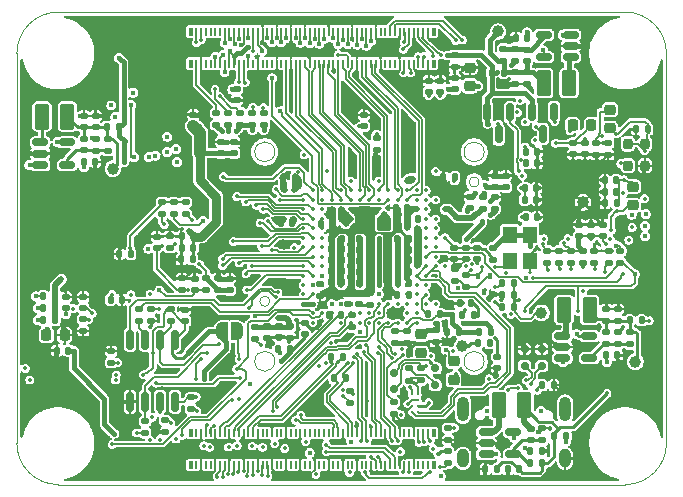
<source format=gbl>
G04 #@! TF.GenerationSoftware,KiCad,Pcbnew,9.0.1+dfsg-1*
G04 #@! TF.CreationDate,2025-07-10T12:54:23+02:00*
G04 #@! TF.ProjectId,ulx5m-gs,756c7835-6d2d-4677-932e-6b696361645f,rev?*
G04 #@! TF.SameCoordinates,Original*
G04 #@! TF.FileFunction,Copper,L6,Bot*
G04 #@! TF.FilePolarity,Positive*
%FSLAX46Y46*%
G04 Gerber Fmt 4.6, Leading zero omitted, Abs format (unit mm)*
G04 Created by KiCad (PCBNEW 9.0.1+dfsg-1) date 2025-07-10 12:54:23*
%MOMM*%
%LPD*%
G01*
G04 APERTURE LIST*
G04 Aperture macros list*
%AMRoundRect*
0 Rectangle with rounded corners*
0 $1 Rounding radius*
0 $2 $3 $4 $5 $6 $7 $8 $9 X,Y pos of 4 corners*
0 Add a 4 corners polygon primitive as box body*
4,1,4,$2,$3,$4,$5,$6,$7,$8,$9,$2,$3,0*
0 Add four circle primitives for the rounded corners*
1,1,$1+$1,$2,$3*
1,1,$1+$1,$4,$5*
1,1,$1+$1,$6,$7*
1,1,$1+$1,$8,$9*
0 Add four rect primitives between the rounded corners*
20,1,$1+$1,$2,$3,$4,$5,0*
20,1,$1+$1,$4,$5,$6,$7,0*
20,1,$1+$1,$6,$7,$8,$9,0*
20,1,$1+$1,$8,$9,$2,$3,0*%
%AMFreePoly0*
4,1,23,0.500000,-0.750000,0.000000,-0.750000,0.000000,-0.745722,-0.065263,-0.745722,-0.191342,-0.711940,-0.304381,-0.646677,-0.396677,-0.554381,-0.461940,-0.441342,-0.495722,-0.315263,-0.495722,-0.250000,-0.500000,-0.250000,-0.500000,0.250000,-0.495722,0.250000,-0.495722,0.315263,-0.461940,0.441342,-0.396677,0.554381,-0.304381,0.646677,-0.191342,0.711940,-0.065263,0.745722,0.000000,0.745722,
0.000000,0.750000,0.500000,0.750000,0.500000,-0.750000,0.500000,-0.750000,$1*%
%AMFreePoly1*
4,1,23,0.000000,0.745722,0.065263,0.745722,0.191342,0.711940,0.304381,0.646677,0.396677,0.554381,0.461940,0.441342,0.495722,0.315263,0.495722,0.250000,0.500000,0.250000,0.500000,-0.250000,0.495722,-0.250000,0.495722,-0.315263,0.461940,-0.441342,0.396677,-0.554381,0.304381,-0.646677,0.191342,-0.711940,0.065263,-0.745722,0.000000,-0.745722,0.000000,-0.750000,-0.500000,-0.750000,
-0.500000,0.750000,0.000000,0.750000,0.000000,0.745722,0.000000,0.745722,$1*%
G04 Aperture macros list end*
G04 #@! TA.AperFunction,ComponentPad*
%ADD10O,1.000000X1.600000*%
G04 #@! TD*
G04 #@! TA.AperFunction,ComponentPad*
%ADD11O,1.000000X2.100000*%
G04 #@! TD*
G04 #@! TA.AperFunction,SMDPad,CuDef*
%ADD12RoundRect,0.135000X0.135000X0.185000X-0.135000X0.185000X-0.135000X-0.185000X0.135000X-0.185000X0*%
G04 #@! TD*
G04 #@! TA.AperFunction,SMDPad,CuDef*
%ADD13RoundRect,0.140000X-0.140000X-0.170000X0.140000X-0.170000X0.140000X0.170000X-0.140000X0.170000X0*%
G04 #@! TD*
G04 #@! TA.AperFunction,SMDPad,CuDef*
%ADD14RoundRect,0.140000X0.140000X0.170000X-0.140000X0.170000X-0.140000X-0.170000X0.140000X-0.170000X0*%
G04 #@! TD*
G04 #@! TA.AperFunction,SMDPad,CuDef*
%ADD15RoundRect,0.140000X-0.170000X0.140000X-0.170000X-0.140000X0.170000X-0.140000X0.170000X0.140000X0*%
G04 #@! TD*
G04 #@! TA.AperFunction,SMDPad,CuDef*
%ADD16RoundRect,0.140000X0.170000X-0.140000X0.170000X0.140000X-0.170000X0.140000X-0.170000X-0.140000X0*%
G04 #@! TD*
G04 #@! TA.AperFunction,SMDPad,CuDef*
%ADD17RoundRect,0.135000X0.185000X-0.135000X0.185000X0.135000X-0.185000X0.135000X-0.185000X-0.135000X0*%
G04 #@! TD*
G04 #@! TA.AperFunction,SMDPad,CuDef*
%ADD18RoundRect,0.135000X-0.135000X-0.185000X0.135000X-0.185000X0.135000X0.185000X-0.135000X0.185000X0*%
G04 #@! TD*
G04 #@! TA.AperFunction,SMDPad,CuDef*
%ADD19RoundRect,0.150000X0.200000X-0.150000X0.200000X0.150000X-0.200000X0.150000X-0.200000X-0.150000X0*%
G04 #@! TD*
G04 #@! TA.AperFunction,SMDPad,CuDef*
%ADD20RoundRect,0.218750X-0.256250X0.218750X-0.256250X-0.218750X0.256250X-0.218750X0.256250X0.218750X0*%
G04 #@! TD*
G04 #@! TA.AperFunction,SMDPad,CuDef*
%ADD21RoundRect,0.250000X-0.375000X-0.850000X0.375000X-0.850000X0.375000X0.850000X-0.375000X0.850000X0*%
G04 #@! TD*
G04 #@! TA.AperFunction,SMDPad,CuDef*
%ADD22RoundRect,0.135000X-0.185000X0.135000X-0.185000X-0.135000X0.185000X-0.135000X0.185000X0.135000X0*%
G04 #@! TD*
G04 #@! TA.AperFunction,SMDPad,CuDef*
%ADD23FreePoly0,0.000000*%
G04 #@! TD*
G04 #@! TA.AperFunction,SMDPad,CuDef*
%ADD24FreePoly1,0.000000*%
G04 #@! TD*
G04 #@! TA.AperFunction,SMDPad,CuDef*
%ADD25C,1.000000*%
G04 #@! TD*
G04 #@! TA.AperFunction,SMDPad,CuDef*
%ADD26R,0.230000X0.660000*%
G04 #@! TD*
G04 #@! TA.AperFunction,SMDPad,CuDef*
%ADD27R,0.350000X0.660000*%
G04 #@! TD*
G04 #@! TA.AperFunction,SMDPad,CuDef*
%ADD28RoundRect,0.150000X-0.200000X0.150000X-0.200000X-0.150000X0.200000X-0.150000X0.200000X0.150000X0*%
G04 #@! TD*
G04 #@! TA.AperFunction,SMDPad,CuDef*
%ADD29RoundRect,0.218750X0.256250X-0.218750X0.256250X0.218750X-0.256250X0.218750X-0.256250X-0.218750X0*%
G04 #@! TD*
G04 #@! TA.AperFunction,SMDPad,CuDef*
%ADD30C,0.226000*%
G04 #@! TD*
G04 #@! TA.AperFunction,SMDPad,CuDef*
%ADD31RoundRect,0.150000X-0.512500X-0.150000X0.512500X-0.150000X0.512500X0.150000X-0.512500X0.150000X0*%
G04 #@! TD*
G04 #@! TA.AperFunction,SMDPad,CuDef*
%ADD32RoundRect,0.150000X0.512500X0.150000X-0.512500X0.150000X-0.512500X-0.150000X0.512500X-0.150000X0*%
G04 #@! TD*
G04 #@! TA.AperFunction,SMDPad,CuDef*
%ADD33RoundRect,0.218750X-0.218750X-0.256250X0.218750X-0.256250X0.218750X0.256250X-0.218750X0.256250X0*%
G04 #@! TD*
G04 #@! TA.AperFunction,SMDPad,CuDef*
%ADD34RoundRect,0.150000X-0.150000X0.587500X-0.150000X-0.587500X0.150000X-0.587500X0.150000X0.587500X0*%
G04 #@! TD*
G04 #@! TA.AperFunction,SMDPad,CuDef*
%ADD35RoundRect,0.150000X0.150000X-0.675000X0.150000X0.675000X-0.150000X0.675000X-0.150000X-0.675000X0*%
G04 #@! TD*
G04 #@! TA.AperFunction,SMDPad,CuDef*
%ADD36RoundRect,0.225000X-0.225000X-0.250000X0.225000X-0.250000X0.225000X0.250000X-0.225000X0.250000X0*%
G04 #@! TD*
G04 #@! TA.AperFunction,SMDPad,CuDef*
%ADD37RoundRect,0.225000X0.250000X-0.225000X0.250000X0.225000X-0.250000X0.225000X-0.250000X-0.225000X0*%
G04 #@! TD*
G04 #@! TA.AperFunction,SMDPad,CuDef*
%ADD38R,1.200000X1.400000*%
G04 #@! TD*
G04 #@! TA.AperFunction,SMDPad,CuDef*
%ADD39RoundRect,0.250000X0.375000X0.850000X-0.375000X0.850000X-0.375000X-0.850000X0.375000X-0.850000X0*%
G04 #@! TD*
G04 #@! TA.AperFunction,SMDPad,CuDef*
%ADD40RoundRect,0.100000X0.100000X-0.155000X0.100000X0.155000X-0.100000X0.155000X-0.100000X-0.155000X0*%
G04 #@! TD*
G04 #@! TA.AperFunction,SMDPad,CuDef*
%ADD41RoundRect,0.200000X0.200000X0.250000X-0.200000X0.250000X-0.200000X-0.250000X0.200000X-0.250000X0*%
G04 #@! TD*
G04 #@! TA.AperFunction,ViaPad*
%ADD42C,0.420000*%
G04 #@! TD*
G04 #@! TA.AperFunction,ViaPad*
%ADD43C,0.450000*%
G04 #@! TD*
G04 #@! TA.AperFunction,ViaPad*
%ADD44C,0.350000*%
G04 #@! TD*
G04 #@! TA.AperFunction,ViaPad*
%ADD45C,0.400000*%
G04 #@! TD*
G04 #@! TA.AperFunction,Conductor*
%ADD46C,0.254000*%
G04 #@! TD*
G04 #@! TA.AperFunction,Conductor*
%ADD47C,0.406400*%
G04 #@! TD*
G04 #@! TA.AperFunction,Conductor*
%ADD48C,0.127000*%
G04 #@! TD*
G04 #@! TA.AperFunction,Conductor*
%ADD49C,0.203200*%
G04 #@! TD*
G04 #@! TA.AperFunction,Conductor*
%ADD50C,0.508000*%
G04 #@! TD*
G04 #@! TA.AperFunction,Conductor*
%ADD51C,0.200000*%
G04 #@! TD*
G04 #@! TA.AperFunction,Conductor*
%ADD52C,0.381000*%
G04 #@! TD*
G04 #@! TA.AperFunction,Conductor*
%ADD53C,0.457200*%
G04 #@! TD*
G04 #@! TA.AperFunction,Conductor*
%ADD54C,0.762000*%
G04 #@! TD*
G04 #@! TA.AperFunction,Conductor*
%ADD55C,1.016000*%
G04 #@! TD*
G04 #@! TA.AperFunction,Conductor*
%ADD56C,0.450000*%
G04 #@! TD*
G04 #@! TA.AperFunction,Profile*
%ADD57C,0.100000*%
G04 #@! TD*
G04 APERTURE END LIST*
D10*
X96982000Y-95268750D03*
D11*
X96982000Y-91088750D03*
X105618000Y-91088750D03*
D10*
X105618000Y-95268750D03*
D12*
X100430000Y-62620000D03*
X99410000Y-62620000D03*
D13*
X84970000Y-75410000D03*
X85930000Y-75410000D03*
X88210000Y-77610000D03*
X89170000Y-77610000D03*
X91440000Y-77580000D03*
X92400000Y-77580000D03*
D14*
X96610000Y-84550000D03*
X95650000Y-84550000D03*
D15*
X96240000Y-77430000D03*
X96240000Y-78390000D03*
D16*
X110090000Y-83600000D03*
X110090000Y-82640000D03*
D17*
X110310000Y-78700000D03*
X110310000Y-77680000D03*
D18*
X111080000Y-83570000D03*
X112100000Y-83570000D03*
D16*
X73460000Y-83620000D03*
X73460000Y-82660000D03*
X99660000Y-74110000D03*
X99660000Y-73150000D03*
D19*
X94620000Y-87640000D03*
X94620000Y-89040000D03*
D15*
X94670000Y-84410000D03*
X94670000Y-85370000D03*
D18*
X85800000Y-86680000D03*
X86820000Y-86680000D03*
D20*
X109440000Y-65730000D03*
X109440000Y-67305000D03*
D13*
X88210000Y-79460000D03*
X89170000Y-79460000D03*
D15*
X89670000Y-68160000D03*
X89670000Y-69120000D03*
D17*
X95700000Y-95670000D03*
X95700000Y-94650000D03*
D13*
X67140000Y-81840000D03*
X68100000Y-81840000D03*
D17*
X73990000Y-91120000D03*
X73990000Y-90100000D03*
D16*
X95070000Y-64250000D03*
X95070000Y-63290000D03*
X77230000Y-81000000D03*
X77230000Y-80040000D03*
D15*
X64920000Y-68200000D03*
X64920000Y-69160000D03*
D14*
X92270000Y-74040000D03*
X91310000Y-74040000D03*
D15*
X107285000Y-68570000D03*
X107285000Y-69530000D03*
D17*
X103700000Y-93720000D03*
X103700000Y-92700000D03*
D18*
X100270000Y-80410000D03*
X101290000Y-80410000D03*
D14*
X109970000Y-71720000D03*
X109010000Y-71720000D03*
D21*
X105545000Y-82690000D03*
X107695000Y-82690000D03*
D13*
X102680000Y-94680000D03*
X103640000Y-94680000D03*
D22*
X79410000Y-84110000D03*
X79410000Y-85130000D03*
D18*
X100300000Y-82440000D03*
X101320000Y-82440000D03*
D23*
X76580000Y-84510000D03*
D24*
X77880000Y-84510000D03*
D14*
X97650000Y-82150000D03*
X96690000Y-82150000D03*
D15*
X106295000Y-68570000D03*
X106295000Y-69530000D03*
D16*
X77610000Y-69410000D03*
X77610000Y-68450000D03*
D15*
X80400000Y-84070000D03*
X80400000Y-85030000D03*
D13*
X91440000Y-80440000D03*
X92400000Y-80440000D03*
D17*
X80140000Y-67010000D03*
X80140000Y-65990000D03*
D16*
X97540000Y-74060000D03*
X97540000Y-73100000D03*
X96270000Y-80220000D03*
X96270000Y-79260000D03*
D25*
X107130000Y-73590000D03*
D16*
X88590000Y-67160000D03*
X88590000Y-66200000D03*
D13*
X91440000Y-79460000D03*
X92400000Y-79460000D03*
D16*
X65880000Y-67220000D03*
X65880000Y-66260000D03*
D22*
X72230000Y-82610000D03*
X72230000Y-83630000D03*
D16*
X106835000Y-76430000D03*
X106835000Y-75470000D03*
X74300000Y-81000000D03*
X74300000Y-80040000D03*
D15*
X92210000Y-84500000D03*
X92210000Y-85460000D03*
D18*
X104685000Y-93380000D03*
X105705000Y-93380000D03*
D14*
X102410000Y-59640000D03*
X101450000Y-59640000D03*
X109970000Y-72690000D03*
X109010000Y-72690000D03*
D17*
X65910000Y-69210000D03*
X65910000Y-68190000D03*
D15*
X101410000Y-62590000D03*
X101410000Y-63550000D03*
D26*
X94010000Y-93125000D03*
X94010000Y-95835000D03*
X93610000Y-93125000D03*
X93610000Y-95835000D03*
X93210000Y-93125000D03*
X93210000Y-95835000D03*
X92810000Y-93125000D03*
X92810000Y-95835000D03*
X92410000Y-93125000D03*
X92410000Y-95835000D03*
X92010000Y-93125000D03*
X92010000Y-95835000D03*
X91610000Y-93125000D03*
X91610000Y-95835000D03*
X91210000Y-93125000D03*
X91210000Y-95835000D03*
X90810000Y-93125000D03*
X90810000Y-95835000D03*
X90410000Y-93125000D03*
X90410000Y-95835000D03*
X90010000Y-93125000D03*
X90010000Y-95835000D03*
X89610000Y-93125000D03*
X89610000Y-95835000D03*
X89210000Y-93125000D03*
X89210000Y-95835000D03*
X88810000Y-93125000D03*
X88810000Y-95835000D03*
X88410000Y-93125000D03*
X88410000Y-95835000D03*
X88010000Y-93125000D03*
X88010000Y-95835000D03*
X87610000Y-93125000D03*
X87610000Y-95835000D03*
X87210000Y-93125000D03*
X87210000Y-95835000D03*
X86810000Y-93125000D03*
X86810000Y-95835000D03*
X86410000Y-93125000D03*
X86410000Y-95835000D03*
X86010000Y-93125000D03*
X86010000Y-95835000D03*
X85610000Y-93125000D03*
X85610000Y-95835000D03*
X85210000Y-93125000D03*
X85210000Y-95835000D03*
X84810000Y-93125000D03*
X84810000Y-95835000D03*
X84410000Y-93125000D03*
X84410000Y-95835000D03*
X84010000Y-93125000D03*
X84010000Y-95835000D03*
X83610000Y-93125000D03*
X83610000Y-95835000D03*
X83210000Y-93125000D03*
X83210000Y-95835000D03*
X82810000Y-93125000D03*
X82810000Y-95835000D03*
X82410000Y-93125000D03*
X82410000Y-95835000D03*
X82010000Y-93125000D03*
X82010000Y-95835000D03*
X81610000Y-93125000D03*
X81610000Y-95835000D03*
X81210000Y-93125000D03*
X81210000Y-95835000D03*
X80810000Y-93125000D03*
X80810000Y-95835000D03*
X80410000Y-93125000D03*
X80410000Y-95835000D03*
X80010000Y-93125000D03*
X80010000Y-95835000D03*
X79610000Y-93125000D03*
X79610000Y-95835000D03*
X79210000Y-93125000D03*
X79210000Y-95835000D03*
X78810000Y-93125000D03*
X78810000Y-95835000D03*
X78410000Y-93125000D03*
X78410000Y-95835000D03*
X78010000Y-93125000D03*
X78010000Y-95835000D03*
X77610000Y-93125000D03*
X77610000Y-95835000D03*
X77210000Y-93125000D03*
X77210000Y-95835000D03*
X76810000Y-93125000D03*
X76810000Y-95835000D03*
X76410000Y-93125000D03*
X76410000Y-95835000D03*
X76010000Y-93125000D03*
X76010000Y-95835000D03*
X75610000Y-93125000D03*
X75610000Y-95835000D03*
X75210000Y-93125000D03*
X75210000Y-95835000D03*
X74810000Y-93125000D03*
X74810000Y-95835000D03*
X74410000Y-93125000D03*
X74410000Y-95835000D03*
D27*
X94485000Y-93125000D03*
X94485000Y-95835000D03*
X73935000Y-93125000D03*
X73935000Y-95835000D03*
D13*
X88210000Y-78540000D03*
X89170000Y-78540000D03*
D16*
X102380000Y-61610000D03*
X102380000Y-60650000D03*
D15*
X70560000Y-82650000D03*
X70560000Y-83610000D03*
X109275000Y-68580000D03*
X109275000Y-69540000D03*
D12*
X62440000Y-82540000D03*
X61420000Y-82540000D03*
D22*
X66920000Y-68190000D03*
X66920000Y-69210000D03*
D28*
X103650000Y-87417500D03*
X103650000Y-86017500D03*
D22*
X111130000Y-84570000D03*
X111130000Y-85590000D03*
D16*
X67200000Y-87150000D03*
X67200000Y-86190000D03*
X100630000Y-72280000D03*
X100630000Y-71320000D03*
D15*
X77820000Y-64000000D03*
X77820000Y-64960000D03*
D29*
X93420000Y-86347500D03*
X93420000Y-84772500D03*
D16*
X88210000Y-82230000D03*
X88210000Y-81270000D03*
D18*
X85610000Y-83130000D03*
X86630000Y-83130000D03*
D12*
X103692500Y-95690000D03*
X102672500Y-95690000D03*
X62440000Y-81530000D03*
X61420000Y-81530000D03*
D15*
X96270000Y-61150000D03*
X96270000Y-62110000D03*
D16*
X83600000Y-84770000D03*
X83600000Y-83810000D03*
X76230000Y-80990000D03*
X76230000Y-80030000D03*
D29*
X111365000Y-73837500D03*
X111365000Y-72262500D03*
D16*
X89150000Y-82240000D03*
X89150000Y-81280000D03*
D21*
X100002500Y-90770000D03*
X102152500Y-90770000D03*
D14*
X86760000Y-80340000D03*
X85800000Y-80340000D03*
D22*
X92380000Y-87650000D03*
X92380000Y-88670000D03*
D17*
X91110000Y-91530000D03*
X91110000Y-90510000D03*
D21*
X61340000Y-66320000D03*
X63490000Y-66320000D03*
D12*
X82340000Y-86000000D03*
X81320000Y-86000000D03*
D13*
X88180000Y-76690000D03*
X89140000Y-76690000D03*
D29*
X96180000Y-88617500D03*
X96180000Y-87042500D03*
D16*
X108795000Y-76430000D03*
X108795000Y-75470000D03*
D30*
X92660000Y-91350000D03*
X93160000Y-91350000D03*
X92660000Y-90850000D03*
X93160000Y-90850000D03*
X92660000Y-90350000D03*
X93160000Y-90350000D03*
X92660000Y-89850000D03*
X93160000Y-89850000D03*
D14*
X112608750Y-67390000D03*
X111648750Y-67390000D03*
D31*
X98972500Y-94920000D03*
X98972500Y-93970000D03*
X98972500Y-93020000D03*
X101247500Y-93020000D03*
X101247500Y-94920000D03*
D28*
X102200000Y-87407500D03*
X102200000Y-86007500D03*
D12*
X62440000Y-83550000D03*
X61420000Y-83550000D03*
D16*
X94080000Y-64250000D03*
X94080000Y-63290000D03*
D25*
X99940000Y-59120000D03*
D14*
X101270000Y-81390000D03*
X100310000Y-81390000D03*
D22*
X106110000Y-77680000D03*
X106110000Y-78700000D03*
X87590000Y-83140000D03*
X87590000Y-84160000D03*
D32*
X106107500Y-59400000D03*
X106107500Y-60350000D03*
X106107500Y-61300000D03*
X103832500Y-61300000D03*
X103832500Y-59400000D03*
D15*
X91250000Y-84500000D03*
X91250000Y-85460000D03*
D17*
X109320000Y-78710000D03*
X109320000Y-77690000D03*
D16*
X109110000Y-83600000D03*
X109110000Y-82640000D03*
D14*
X86760000Y-77570000D03*
X85800000Y-77570000D03*
D17*
X93390000Y-88660000D03*
X93390000Y-87640000D03*
D13*
X91430000Y-76660000D03*
X92390000Y-76660000D03*
D14*
X86770000Y-76650000D03*
X85810000Y-76650000D03*
D16*
X96290000Y-64000000D03*
X96290000Y-63040000D03*
D13*
X102235000Y-73360000D03*
X103195000Y-73360000D03*
D31*
X105400000Y-86790000D03*
X105400000Y-85840000D03*
X105400000Y-84890000D03*
X107675000Y-84890000D03*
X107675000Y-86790000D03*
D17*
X70070000Y-93110000D03*
X70070000Y-92090000D03*
D22*
X69560000Y-82610000D03*
X69560000Y-83630000D03*
D14*
X99832500Y-96180000D03*
X98872500Y-96180000D03*
D12*
X95070000Y-83060000D03*
X94050000Y-83060000D03*
D33*
X106272500Y-67060000D03*
X107847500Y-67060000D03*
D15*
X102702500Y-92750000D03*
X102702500Y-93710000D03*
D13*
X102235000Y-72360000D03*
X103195000Y-72360000D03*
D12*
X99350000Y-84530000D03*
X98330000Y-84530000D03*
D25*
X96910000Y-85730000D03*
D13*
X91440000Y-78500000D03*
X92400000Y-78500000D03*
D14*
X82750000Y-72120000D03*
X81790000Y-72120000D03*
D16*
X64900000Y-67220000D03*
X64900000Y-66260000D03*
D34*
X102810000Y-65902500D03*
X104710000Y-65902500D03*
X103760000Y-67777500D03*
D16*
X72160000Y-77410000D03*
X72160000Y-76450000D03*
D22*
X101390000Y-60600000D03*
X101390000Y-61620000D03*
D34*
X99050000Y-65962500D03*
X100950000Y-65962500D03*
X100000000Y-67837500D03*
D17*
X98670000Y-74120000D03*
X98670000Y-73100000D03*
D22*
X107110000Y-77680000D03*
X107110000Y-78700000D03*
D35*
X72620000Y-90460000D03*
X71350000Y-90460000D03*
X70080000Y-90460000D03*
X68810000Y-90460000D03*
X68810000Y-85210000D03*
X70080000Y-85210000D03*
X71350000Y-85210000D03*
X72620000Y-85210000D03*
D13*
X102315000Y-69290000D03*
X103275000Y-69290000D03*
D14*
X86760000Y-78490000D03*
X85800000Y-78490000D03*
X96280000Y-71430000D03*
X95320000Y-71430000D03*
D15*
X64830000Y-83500000D03*
X64830000Y-84460000D03*
D17*
X75230000Y-81020000D03*
X75230000Y-80000000D03*
D14*
X68850000Y-77960000D03*
X67890000Y-77960000D03*
D36*
X61710000Y-84820000D03*
X63260000Y-84820000D03*
D14*
X63560000Y-86130000D03*
X62600000Y-86130000D03*
D13*
X102315000Y-70290000D03*
X103275000Y-70290000D03*
D16*
X74140000Y-67120000D03*
X74140000Y-66160000D03*
D22*
X99560000Y-77420000D03*
X99560000Y-78440000D03*
D17*
X87410000Y-90540000D03*
X87410000Y-89520000D03*
D18*
X86060000Y-88480000D03*
X87080000Y-88480000D03*
D16*
X63360000Y-82550000D03*
X63360000Y-81590000D03*
D13*
X92230000Y-75010000D03*
X93190000Y-75010000D03*
D12*
X97890000Y-83130000D03*
X96870000Y-83130000D03*
D17*
X78130000Y-67020000D03*
X78130000Y-66000000D03*
D15*
X99870000Y-86650000D03*
X99870000Y-87610000D03*
D13*
X102305000Y-74820000D03*
X103265000Y-74820000D03*
D22*
X105110000Y-77690000D03*
X105110000Y-78710000D03*
D37*
X97550000Y-63725000D03*
X97550000Y-62175000D03*
D16*
X64830000Y-82540000D03*
X64830000Y-81580000D03*
D17*
X100380000Y-61620000D03*
X100380000Y-60600000D03*
D38*
X102650000Y-76330000D03*
X102650000Y-78530000D03*
X100950000Y-78530000D03*
X100950000Y-76330000D03*
D12*
X99240000Y-85520000D03*
X98220000Y-85520000D03*
D17*
X110120000Y-85590000D03*
X110120000Y-84570000D03*
D26*
X94010000Y-59125000D03*
X94010000Y-61835000D03*
X93610000Y-59125000D03*
X93610000Y-61835000D03*
X93210000Y-59125000D03*
X93210000Y-61835000D03*
X92810000Y-59125000D03*
X92810000Y-61835000D03*
X92410000Y-59125000D03*
X92410000Y-61835000D03*
X92010000Y-59125000D03*
X92010000Y-61835000D03*
X91610000Y-59125000D03*
X91610000Y-61835000D03*
X91210000Y-59125000D03*
X91210000Y-61835000D03*
X90810000Y-59125000D03*
X90810000Y-61835000D03*
X90410000Y-59125000D03*
X90410000Y-61835000D03*
X90010000Y-59125000D03*
X90010000Y-61835000D03*
X89610000Y-59125000D03*
X89610000Y-61835000D03*
X89210000Y-59125000D03*
X89210000Y-61835000D03*
X88810000Y-59125000D03*
X88810000Y-61835000D03*
X88410000Y-59125000D03*
X88410000Y-61835000D03*
X88010000Y-59125000D03*
X88010000Y-61835000D03*
X87610000Y-59125000D03*
X87610000Y-61835000D03*
X87210000Y-59125000D03*
X87210000Y-61835000D03*
X86810000Y-59125000D03*
X86810000Y-61835000D03*
X86410000Y-59125000D03*
X86410000Y-61835000D03*
X86010000Y-59125000D03*
X86010000Y-61835000D03*
X85610000Y-59125000D03*
X85610000Y-61835000D03*
X85210000Y-59125000D03*
X85210000Y-61835000D03*
X84810000Y-59125000D03*
X84810000Y-61835000D03*
X84410000Y-59125000D03*
X84410000Y-61835000D03*
X84010000Y-59125000D03*
X84010000Y-61835000D03*
X83610000Y-59125000D03*
X83610000Y-61835000D03*
X83210000Y-59125000D03*
X83210000Y-61835000D03*
X82810000Y-59125000D03*
X82810000Y-61835000D03*
X82410000Y-59125000D03*
X82410000Y-61835000D03*
X82010000Y-59125000D03*
X82010000Y-61835000D03*
X81610000Y-59125000D03*
X81610000Y-61835000D03*
X81210000Y-59125000D03*
X81210000Y-61835000D03*
X80810000Y-59125000D03*
X80810000Y-61835000D03*
X80410000Y-59125000D03*
X80410000Y-61835000D03*
X80010000Y-59125000D03*
X80010000Y-61835000D03*
X79610000Y-59125000D03*
X79610000Y-61835000D03*
X79210000Y-59125000D03*
X79210000Y-61835000D03*
X78810000Y-59125000D03*
X78810000Y-61835000D03*
X78410000Y-59125000D03*
X78410000Y-61835000D03*
X78010000Y-59125000D03*
X78010000Y-61835000D03*
X77610000Y-59125000D03*
X77610000Y-61835000D03*
X77210000Y-59125000D03*
X77210000Y-61835000D03*
X76810000Y-59125000D03*
X76810000Y-61835000D03*
X76410000Y-59125000D03*
X76410000Y-61835000D03*
X76010000Y-59125000D03*
X76010000Y-61835000D03*
X75610000Y-59125000D03*
X75610000Y-61835000D03*
X75210000Y-59125000D03*
X75210000Y-61835000D03*
X74810000Y-59125000D03*
X74810000Y-61835000D03*
X74410000Y-59125000D03*
X74410000Y-61835000D03*
D27*
X94485000Y-59125000D03*
X94485000Y-61835000D03*
X73935000Y-59125000D03*
X73935000Y-61835000D03*
D39*
X105955000Y-63490000D03*
X103805000Y-63490000D03*
D15*
X109130000Y-84580000D03*
X109130000Y-85540000D03*
D16*
X99650000Y-72280000D03*
X99650000Y-71320000D03*
X87250000Y-82200000D03*
X87250000Y-81240000D03*
D22*
X76110000Y-66010000D03*
X76110000Y-67030000D03*
D15*
X97220000Y-77430000D03*
X97220000Y-78390000D03*
D40*
X98280000Y-79845000D03*
X99280000Y-79845000D03*
X98780000Y-81135000D03*
D17*
X79130000Y-67010000D03*
X79130000Y-65990000D03*
D18*
X66870000Y-67190000D03*
X67890000Y-67190000D03*
D13*
X88210000Y-80380000D03*
X89170000Y-80380000D03*
D28*
X91140000Y-89420000D03*
X91140000Y-88020000D03*
D25*
X103620000Y-82940000D03*
D22*
X71500000Y-73580000D03*
X71500000Y-74600000D03*
D13*
X109100000Y-86550000D03*
X110060000Y-86550000D03*
D15*
X102400000Y-62590000D03*
X102400000Y-63550000D03*
X98200000Y-77430000D03*
X98200000Y-78390000D03*
D17*
X73510000Y-74600000D03*
X73510000Y-73580000D03*
D14*
X86760000Y-79420000D03*
X85800000Y-79420000D03*
D41*
X112383750Y-68635000D03*
X112383750Y-70485000D03*
X110933750Y-70485000D03*
X110933750Y-68635000D03*
D16*
X76510000Y-69410000D03*
X76510000Y-68450000D03*
D14*
X109980000Y-73660000D03*
X109020000Y-73660000D03*
D16*
X71050000Y-77450000D03*
X71050000Y-76490000D03*
D15*
X108285000Y-68580000D03*
X108285000Y-69540000D03*
D17*
X108110000Y-78700000D03*
X108110000Y-77680000D03*
D22*
X71790000Y-92050000D03*
X71790000Y-93070000D03*
X104110000Y-77690000D03*
X104110000Y-78710000D03*
D16*
X73180000Y-80990000D03*
X73180000Y-80030000D03*
D15*
X82360000Y-84070000D03*
X82360000Y-85030000D03*
D17*
X95730000Y-93730000D03*
X95730000Y-92710000D03*
D31*
X61190000Y-70410000D03*
X61190000Y-69460000D03*
X61190000Y-68510000D03*
X63465000Y-68510000D03*
X63465000Y-70410000D03*
D25*
X67335000Y-70730000D03*
D14*
X82510000Y-75320000D03*
X81550000Y-75320000D03*
X92390000Y-81430000D03*
X91430000Y-81430000D03*
X74140000Y-76470000D03*
X73180000Y-76470000D03*
D16*
X107815000Y-76430000D03*
X107815000Y-75470000D03*
D12*
X104670000Y-89070000D03*
X103650000Y-89070000D03*
D15*
X84860000Y-80540000D03*
X84860000Y-81500000D03*
D14*
X74150000Y-77450000D03*
X73190000Y-77450000D03*
X74100000Y-78410000D03*
X73140000Y-78410000D03*
D13*
X64890000Y-70170000D03*
X65850000Y-70170000D03*
D25*
X111570000Y-87070000D03*
D22*
X97260000Y-79730000D03*
X97260000Y-80750000D03*
D17*
X72500000Y-74610000D03*
X72500000Y-73590000D03*
X77110000Y-67030000D03*
X77110000Y-66010000D03*
D14*
X101732500Y-96190000D03*
X100772500Y-96190000D03*
D15*
X81380000Y-84060000D03*
X81380000Y-85020000D03*
D42*
X77230000Y-59720000D03*
D43*
X99740000Y-94890000D03*
D42*
X78150000Y-60230000D03*
D43*
X101280000Y-93500000D03*
X103590000Y-91240000D03*
X70365000Y-69735000D03*
D42*
X77660000Y-60170000D03*
X78810000Y-59700000D03*
X76820000Y-60080000D03*
D43*
X72685000Y-69055000D03*
X102390000Y-59180000D03*
X105430000Y-87130000D03*
X106610000Y-84760000D03*
X60280000Y-70430000D03*
X70945000Y-69635000D03*
X72775000Y-70160000D03*
X62650000Y-68490000D03*
X105410000Y-59410000D03*
X102240000Y-94350000D03*
D42*
X78030000Y-59760000D03*
D43*
X109160000Y-87120000D03*
X99000000Y-91230000D03*
X64900000Y-70610000D03*
X103750000Y-60710000D03*
D44*
X92260000Y-78980000D03*
D43*
X64520000Y-66290000D03*
D44*
X77060000Y-96560000D03*
D43*
X109300000Y-81340000D03*
D44*
X105111250Y-73551250D03*
D43*
X103470000Y-85520000D03*
D44*
X87460000Y-80580000D03*
X80524601Y-80180240D03*
X89060000Y-78180000D03*
X90660000Y-79780000D03*
X91460000Y-75780000D03*
X87460000Y-76580000D03*
X95470000Y-86620000D03*
D43*
X100760000Y-96600000D03*
D44*
X90660000Y-78980000D03*
D43*
X104780000Y-85590000D03*
D44*
X68370000Y-90490000D03*
X87870000Y-66180000D03*
D43*
X70005000Y-62025000D03*
D44*
X83980000Y-61250000D03*
X68020000Y-77480000D03*
D43*
X75130000Y-78310000D03*
D44*
X96980000Y-82150000D03*
X72350000Y-95660000D03*
X87460000Y-77380000D03*
X97860000Y-76800000D03*
D43*
X71795000Y-63865000D03*
D44*
X105200000Y-84130000D03*
X91570000Y-59740000D03*
X81060000Y-74980000D03*
X87460000Y-79780000D03*
X101310000Y-83890000D03*
D43*
X81380000Y-85140000D03*
D44*
X107060000Y-94120000D03*
D43*
X63080000Y-84210000D03*
D44*
X94220000Y-59850000D03*
X84915000Y-83635000D03*
X86810000Y-89460000D03*
X92360000Y-86540000D03*
X110120000Y-84570000D03*
X92260000Y-78180000D03*
X101020000Y-61970000D03*
D42*
X77910000Y-68590000D03*
D44*
X68040000Y-81390000D03*
X97020000Y-62410000D03*
D43*
X80830000Y-85520000D03*
D44*
X88860000Y-90410000D03*
X86260000Y-85380000D03*
X90660000Y-76580000D03*
X91610000Y-92520000D03*
X99410000Y-70540000D03*
X64410000Y-75790000D03*
X72190000Y-76160000D03*
X100220000Y-81820000D03*
X93760000Y-92070000D03*
X62800000Y-76190000D03*
D43*
X65830000Y-70640000D03*
D44*
X71360000Y-93050000D03*
X92950000Y-85510000D03*
X73220000Y-75880000D03*
X81990000Y-93590000D03*
X88260000Y-74980000D03*
X81860000Y-84980000D03*
X103070000Y-77660000D03*
X92050000Y-95220000D03*
X69650000Y-81380000D03*
X86660000Y-81380000D03*
X107275000Y-69980000D03*
X78430000Y-96330000D03*
X96610000Y-62140000D03*
X79430000Y-93850000D03*
X63080000Y-81020000D03*
D42*
X85600000Y-58360000D03*
D44*
X65510000Y-91140000D03*
X92440000Y-92460000D03*
X105322500Y-76630000D03*
X104260000Y-73310000D03*
D42*
X74800000Y-60870000D03*
D44*
X103485000Y-73390000D03*
X104540000Y-89800000D03*
X76950000Y-93850000D03*
X99820000Y-70630000D03*
X85230000Y-96550000D03*
X89490000Y-69510000D03*
X98200000Y-78730000D03*
X85860000Y-77380000D03*
X106310000Y-74680000D03*
X87460000Y-78180000D03*
X85860000Y-80580000D03*
X88260000Y-81380000D03*
D43*
X73215000Y-67435000D03*
D44*
X91460000Y-81380000D03*
X89060000Y-79780000D03*
X90660000Y-82980000D03*
X94000000Y-62460000D03*
D43*
X103330000Y-93000000D03*
D44*
X108655000Y-72690000D03*
X85860000Y-78180000D03*
X95910000Y-63030000D03*
X108665000Y-71710000D03*
X74250000Y-79270000D03*
X91460000Y-74180000D03*
X89060000Y-76580000D03*
X87970000Y-62650000D03*
X95850000Y-70930000D03*
X89860000Y-70180000D03*
X92260000Y-76580000D03*
D43*
X96660000Y-76810000D03*
D42*
X79580000Y-61240000D03*
D44*
X81859990Y-74980000D03*
X82260000Y-85380000D03*
X85860000Y-75780000D03*
X94730000Y-63280000D03*
D42*
X82420000Y-62450000D03*
X81200000Y-62450000D03*
D44*
X94660000Y-71780000D03*
X96259992Y-78980000D03*
X96660000Y-78980000D03*
D43*
X110080000Y-81840000D03*
D44*
X81889817Y-72581197D03*
X112520000Y-84120000D03*
X93460000Y-63560000D03*
X108295000Y-69990000D03*
X110430000Y-87130000D03*
X83210000Y-96340000D03*
X111125000Y-67493240D03*
D43*
X96210000Y-85110000D03*
D44*
X78390000Y-93560000D03*
D43*
X70295000Y-63865000D03*
D44*
X109611760Y-77683002D03*
X85860000Y-78980000D03*
X104067500Y-74337500D03*
X111610000Y-65540000D03*
X105090000Y-89450000D03*
X71270000Y-95610000D03*
X88000000Y-95380000D03*
X107815000Y-75180000D03*
X88260000Y-74180000D03*
X108530000Y-84150000D03*
X94660000Y-79780000D03*
X89060000Y-74180000D03*
X69630000Y-77470000D03*
X82610000Y-96690000D03*
X102890000Y-68780000D03*
X108765000Y-70120000D03*
D42*
X74710000Y-66120000D03*
D44*
X66660000Y-85990000D03*
D43*
X88260000Y-85820000D03*
D44*
X81800000Y-71410000D03*
X76450000Y-93960000D03*
X71480000Y-89340000D03*
D42*
X87610000Y-59770000D03*
D44*
X89180000Y-92600000D03*
X80810000Y-92620000D03*
X89060000Y-74980000D03*
X102660000Y-63870000D03*
X89060000Y-77380000D03*
X99270000Y-73460000D03*
X81860000Y-80180000D03*
D45*
X92280000Y-80600000D03*
D44*
X90530000Y-93850000D03*
X87920000Y-92560000D03*
D43*
X98000000Y-72820000D03*
X65610000Y-68150000D03*
D44*
X60420000Y-79660000D03*
D42*
X81220000Y-59640000D03*
D44*
X112250000Y-71150000D03*
X92270000Y-70990000D03*
X100290000Y-69290000D03*
D43*
X98860000Y-96640000D03*
D44*
X76610000Y-87430000D03*
X89060000Y-78980000D03*
X74800000Y-93730000D03*
X96160000Y-94090000D03*
X71620000Y-77890000D03*
X93850000Y-90000000D03*
X93060000Y-74980000D03*
X95460000Y-83780000D03*
D42*
X82410000Y-60060000D03*
D44*
X89700000Y-96450000D03*
D42*
X76980000Y-68450000D03*
D44*
X84050000Y-96570000D03*
X90660000Y-80580000D03*
X85860000Y-74180000D03*
X99730000Y-88030000D03*
X89210000Y-96330000D03*
X85860000Y-79780000D03*
X81860000Y-77380000D03*
D43*
X101880000Y-85570000D03*
D44*
X70420000Y-76700000D03*
X72660000Y-87760000D03*
X85860000Y-76580000D03*
X67210000Y-95130000D03*
X93270000Y-96490000D03*
X105400000Y-74290000D03*
X90660000Y-77380000D03*
X60110000Y-90660000D03*
D42*
X83610000Y-59670000D03*
D43*
X96710000Y-74210000D03*
D44*
X108480000Y-75210000D03*
X82010000Y-96350000D03*
X106910000Y-89830000D03*
X103465000Y-72340000D03*
X94660000Y-80580000D03*
D42*
X90080000Y-62470000D03*
D44*
X85060000Y-81380000D03*
X110560000Y-84120000D03*
X68550000Y-95440000D03*
X86810000Y-95410000D03*
D43*
X77390000Y-64920000D03*
D44*
X64650000Y-78880000D03*
X75470000Y-96680000D03*
D43*
X66350000Y-66310000D03*
D44*
X108331760Y-77691263D03*
D42*
X86020000Y-62470000D03*
D44*
X92810000Y-59720000D03*
D43*
X71405000Y-66275000D03*
X106900000Y-60340000D03*
D44*
X103490000Y-70950000D03*
X91460000Y-74980000D03*
X103660000Y-84120000D03*
D43*
X99820000Y-94130000D03*
D44*
X89060000Y-81380000D03*
D43*
X67365000Y-64325000D03*
D44*
X82830000Y-93870000D03*
X87480000Y-70500000D03*
X64810000Y-80690000D03*
D42*
X80000000Y-60080000D03*
D44*
X89060000Y-75780000D03*
X106700000Y-84130000D03*
X79610000Y-96340000D03*
X69310000Y-96340000D03*
X103910000Y-69950000D03*
X92260000Y-77380000D03*
X91460000Y-82980000D03*
X73140000Y-82650000D03*
X81275000Y-96665000D03*
X108635000Y-73660000D03*
X100950000Y-63590000D03*
X89060000Y-80580000D03*
X74830000Y-96360000D03*
X101060000Y-59870000D03*
X71110000Y-75870000D03*
X62920000Y-79040000D03*
X81185000Y-80180000D03*
X91470000Y-62540000D03*
X95150000Y-88250000D03*
X60600000Y-75510000D03*
X92260000Y-79780000D03*
D45*
X90640000Y-81400000D03*
D44*
X65430000Y-84460000D03*
X92300000Y-94810000D03*
D43*
X60330000Y-69440000D03*
D44*
X102107500Y-84137500D03*
D43*
X71835000Y-67205000D03*
X62530000Y-86990000D03*
D44*
X86785000Y-93635000D03*
D43*
X104010000Y-94660000D03*
D44*
X106285000Y-69980000D03*
X106730000Y-75200000D03*
D43*
X73435000Y-65305000D03*
D44*
X85860000Y-74980000D03*
X70520000Y-84100000D03*
X91810000Y-90790000D03*
X73770000Y-79670000D03*
X103523481Y-74881519D03*
X87460000Y-81380000D03*
X93020000Y-62490000D03*
X87460000Y-78980000D03*
X90660000Y-78180000D03*
X94660000Y-72580000D03*
X97910000Y-91050000D03*
X106717500Y-72167500D03*
X83210000Y-93600000D03*
D42*
X89750000Y-59870000D03*
D43*
X69155000Y-69735000D03*
X68905001Y-65337000D03*
D44*
X91460000Y-78980000D03*
X88260000Y-77380000D03*
X89670000Y-67800000D03*
X89860000Y-79780000D03*
X88260000Y-76580000D03*
D43*
X74650000Y-67130000D03*
D44*
X88260000Y-79780000D03*
X91460000Y-78180000D03*
X86660000Y-76580000D03*
X96365000Y-88135000D03*
X89860000Y-78980000D03*
X86660000Y-77380000D03*
X86660000Y-78180000D03*
X99200000Y-88520000D03*
X88260000Y-78180000D03*
D43*
X97330000Y-74280000D03*
D44*
X88200000Y-67160000D03*
X86660000Y-79780000D03*
X89860000Y-77380000D03*
X98290000Y-83190000D03*
X88260000Y-78980000D03*
X89860000Y-76580000D03*
X88260000Y-80580000D03*
D43*
X73770000Y-76050000D03*
D44*
X86660000Y-80580000D03*
X89860000Y-78180000D03*
X99170000Y-85520000D03*
X89860000Y-80580000D03*
X94080000Y-64540000D03*
X86660000Y-78980000D03*
X95060000Y-64540000D03*
X99720000Y-81990000D03*
X91460000Y-79780000D03*
X91460000Y-77380000D03*
D43*
X98830000Y-72140000D03*
X69050000Y-64290000D03*
D44*
X91460000Y-80580000D03*
X93500000Y-86250000D03*
X91460000Y-76580000D03*
X99720000Y-85110000D03*
X97170000Y-82690000D03*
X94660000Y-82180000D03*
X94660000Y-83780000D03*
X97380000Y-85790000D03*
X101740000Y-81830000D03*
X91840000Y-85980000D03*
D43*
X95520000Y-86120000D03*
D44*
X69920000Y-88190000D03*
X70670000Y-91770000D03*
X99840000Y-62540000D03*
D43*
X112450000Y-74580000D03*
X73730000Y-86310000D03*
X112410000Y-75590000D03*
X98775000Y-72805000D03*
X111275000Y-74620000D03*
D44*
X107835000Y-76720000D03*
X74440000Y-91240000D03*
X71890000Y-82660000D03*
X99060000Y-66950000D03*
D42*
X76700000Y-61070000D03*
D44*
X103720493Y-77133240D03*
X105510000Y-77070000D03*
X70740000Y-86340000D03*
X95630000Y-61150000D03*
D43*
X112410000Y-76460000D03*
D44*
X98610000Y-79040000D03*
X97620000Y-79310000D03*
X67630000Y-88190000D03*
D42*
X76800000Y-62570000D03*
D44*
X72680000Y-93620000D03*
X102010000Y-71340000D03*
X109060000Y-77110000D03*
X67570000Y-88630000D03*
D43*
X99310000Y-74630000D03*
D44*
X69350000Y-93110000D03*
D43*
X60980000Y-82540000D03*
D44*
X97260000Y-76690000D03*
D43*
X102350000Y-79950000D03*
D44*
X75060000Y-88560000D03*
X98580000Y-75180000D03*
X79850000Y-85689300D03*
X67740000Y-87150000D03*
X92260000Y-83780000D03*
X94080000Y-90540000D03*
X91725000Y-91570000D03*
D43*
X87530000Y-93870000D03*
D44*
X91680000Y-94700000D03*
X107140000Y-81100000D03*
D43*
X84010000Y-94780000D03*
D44*
X102670000Y-77260000D03*
D43*
X60820000Y-81540000D03*
D44*
X97790000Y-84540000D03*
D43*
X105690000Y-93840000D03*
D44*
X106040000Y-67530000D03*
X105835000Y-76650000D03*
D43*
X81590000Y-87000000D03*
D44*
X110060000Y-74330000D03*
X101975000Y-74850000D03*
D43*
X78920000Y-88930000D03*
D44*
X78015000Y-90255000D03*
X101935000Y-72340000D03*
X102250000Y-68890000D03*
X101926350Y-70008920D03*
X109525000Y-75940000D03*
X103835000Y-76660000D03*
X112760000Y-83610000D03*
X77960000Y-96380000D03*
X77520000Y-96590000D03*
X79210000Y-96690000D03*
X78680000Y-96740000D03*
X80450000Y-96760000D03*
X80000000Y-96660000D03*
X76660000Y-96800000D03*
X76190000Y-96830000D03*
X89780000Y-95160000D03*
X89170000Y-95160000D03*
X92390000Y-96400000D03*
X91900000Y-96430000D03*
X74390000Y-88580000D03*
X74830000Y-86860000D03*
X107305000Y-68220000D03*
X104815000Y-68570000D03*
D43*
X67205000Y-65375000D03*
X71925000Y-69330000D03*
D44*
X99690000Y-80750000D03*
X76300000Y-85590000D03*
X78060000Y-88480000D03*
X71000000Y-88890000D03*
X75310000Y-86360000D03*
X84260000Y-81380000D03*
X74390000Y-90040000D03*
X83460000Y-81380000D03*
X78010000Y-63390000D03*
X94660000Y-77380000D03*
X78560000Y-63440000D03*
X93860000Y-77380000D03*
X86630000Y-83820000D03*
D45*
X87465000Y-82175000D03*
X89060000Y-82190000D03*
D44*
X88280000Y-82190000D03*
D45*
X86670000Y-82190000D03*
X88260000Y-84580000D03*
D43*
X81450000Y-86340000D03*
X96560000Y-80820000D03*
D45*
X89875000Y-81365000D03*
D44*
X93060000Y-82980000D03*
X93060000Y-83780000D03*
X92260000Y-81380000D03*
D43*
X97000000Y-83800000D03*
D44*
X90660000Y-82180000D03*
X81250000Y-90940000D03*
X77860000Y-94180000D03*
X77130000Y-94300000D03*
X80910000Y-91250000D03*
X89860000Y-82180000D03*
X80010000Y-94310000D03*
X92260000Y-82980000D03*
X93060000Y-82180000D03*
X79160000Y-94220000D03*
X81900000Y-94420000D03*
X93060000Y-81380000D03*
X93860000Y-82180000D03*
X81040000Y-94020000D03*
X91460000Y-82180000D03*
X75520000Y-94330000D03*
X75040000Y-94210000D03*
X92260000Y-82180000D03*
X110595000Y-71680000D03*
X102265000Y-66785000D03*
X104750000Y-66760000D03*
X91940000Y-62600000D03*
X101695603Y-70928446D03*
X92550000Y-62620000D03*
X93660000Y-61240000D03*
X93180000Y-61250000D03*
X85410000Y-94105000D03*
X85410000Y-94695000D03*
X91880000Y-86480000D03*
D42*
X81590000Y-60030000D03*
D44*
X85060000Y-72580000D03*
D42*
X80410000Y-59660000D03*
X81530000Y-65860000D03*
X82820000Y-59670000D03*
D44*
X89860000Y-72580000D03*
D42*
X84010000Y-60120000D03*
D44*
X92260000Y-72580000D03*
D42*
X86010000Y-59710000D03*
X81990000Y-59690000D03*
D44*
X85860000Y-73380000D03*
D42*
X86800000Y-59800000D03*
D44*
X89060000Y-72580000D03*
D42*
X83210000Y-60070000D03*
X85220000Y-59740000D03*
D44*
X86660000Y-73380000D03*
X87459995Y-73379995D03*
D42*
X86420000Y-60180000D03*
D44*
X91460000Y-73380000D03*
X87460000Y-72580000D03*
D42*
X89220000Y-59920000D03*
X84810000Y-60170000D03*
D44*
X88260000Y-72580000D03*
X112350000Y-73270000D03*
X101820000Y-64980000D03*
X93060000Y-72580000D03*
X111300000Y-75710000D03*
X86660000Y-72580000D03*
X90660000Y-72580000D03*
X89060000Y-73380000D03*
D42*
X88020000Y-60240000D03*
X88400000Y-59750000D03*
X88800000Y-60340000D03*
D44*
X88260000Y-73380000D03*
X92260000Y-73380000D03*
X93060000Y-73380000D03*
X108970000Y-79460000D03*
X108130000Y-79250000D03*
X101590000Y-65970000D03*
X78900000Y-82500000D03*
X81140000Y-81630000D03*
X71290000Y-91370000D03*
X81310000Y-81193760D03*
X73220000Y-93300000D03*
X77430000Y-90330000D03*
X93260000Y-93900000D03*
X94850000Y-94860000D03*
X92500000Y-89260000D03*
X102706777Y-89006777D03*
X102353223Y-88653223D03*
X94473223Y-94443223D03*
X92850000Y-88920000D03*
X93710000Y-93860000D03*
X107120000Y-79090000D03*
X106150000Y-79200000D03*
X105180000Y-79220000D03*
X94660000Y-74980000D03*
X104220000Y-79290000D03*
X93860000Y-74980000D03*
X111020000Y-76780000D03*
X93860000Y-73380000D03*
X110338750Y-70290000D03*
X109470000Y-76730000D03*
X93860000Y-72580000D03*
X93860000Y-74180000D03*
X110550000Y-72830000D03*
X91990000Y-60030000D03*
X91930000Y-60630000D03*
X95100000Y-61110000D03*
X94440000Y-61220000D03*
X109180000Y-89750000D03*
X108835000Y-68580000D03*
X103120000Y-68330000D03*
X108750000Y-67940000D03*
X84260000Y-82980000D03*
D42*
X79390000Y-83220000D03*
D44*
X96920000Y-59840000D03*
X103180000Y-67180000D03*
X96380000Y-59880000D03*
X99980000Y-66940000D03*
D43*
X71945000Y-68035000D03*
X67545000Y-66365000D03*
D44*
X75990000Y-64020000D03*
X74410000Y-60050000D03*
X80070000Y-65560000D03*
D42*
X79990000Y-60770000D03*
D44*
X76370000Y-64620000D03*
X74830000Y-59810000D03*
D42*
X80840000Y-63060000D03*
D44*
X90660000Y-73380000D03*
D42*
X80810000Y-60010000D03*
X87230000Y-60200000D03*
D44*
X93860000Y-76580000D03*
D42*
X76000000Y-61240000D03*
D43*
X67430000Y-93160000D03*
X77740000Y-67530000D03*
X95080000Y-96790000D03*
X77460000Y-64030000D03*
X79160000Y-67460000D03*
X98260000Y-63750000D03*
X64030000Y-86150000D03*
X109950000Y-77240000D03*
X68310000Y-70200000D03*
X76540000Y-67570000D03*
X80110000Y-67450000D03*
X67870000Y-61360000D03*
X60980000Y-83540000D03*
D44*
X109960000Y-67760000D03*
X112350000Y-69210000D03*
D43*
X95750000Y-64020000D03*
D42*
X77230000Y-60790000D03*
X78790000Y-60430000D03*
D44*
X92300000Y-90680000D03*
D42*
X77600000Y-61220000D03*
D43*
X61780000Y-84340000D03*
X77090000Y-67580000D03*
D44*
X81160000Y-72492386D03*
X84260000Y-73380000D03*
X83460000Y-74980000D03*
X80070000Y-74158220D03*
X79080000Y-79011540D03*
X83460000Y-78980000D03*
X84260000Y-75780000D03*
X80485000Y-75205000D03*
X84260000Y-77380000D03*
X76624163Y-78364423D03*
X79470000Y-73819740D03*
X84260000Y-74980000D03*
X83460000Y-76580000D03*
X79940000Y-77299980D03*
X78030892Y-78723613D03*
X84260000Y-78980000D03*
X83460000Y-77380000D03*
X80800000Y-77647760D03*
X83460000Y-79780000D03*
X78682437Y-80992437D03*
X83460000Y-74180000D03*
X78596743Y-73557203D03*
X83460000Y-73380000D03*
X81460001Y-73380003D03*
X83460000Y-75780000D03*
X79810000Y-75335240D03*
X77830000Y-73080940D03*
X84260000Y-74180000D03*
X76703200Y-71420220D03*
X84260000Y-72580000D03*
X77550000Y-76899720D03*
X84260000Y-76580000D03*
X76630779Y-78926147D03*
X84260000Y-78180000D03*
X78607359Y-79619740D03*
X84260000Y-79780000D03*
X94660000Y-76580000D03*
X86410000Y-61100000D03*
X79200000Y-60780000D03*
X79180000Y-65520000D03*
X103260000Y-89500000D03*
X96260000Y-92680000D03*
X68820000Y-77480000D03*
X68870000Y-81420000D03*
D43*
X70350000Y-77510000D03*
D44*
X63970000Y-82580000D03*
D42*
X71280000Y-81020000D03*
D44*
X70480000Y-81360000D03*
X71210000Y-82630000D03*
X67270000Y-81390000D03*
D43*
X62970000Y-80090000D03*
D42*
X78800000Y-61190000D03*
D44*
X94660000Y-75780000D03*
X93860000Y-80580000D03*
X89860000Y-73380000D03*
X99690000Y-79080000D03*
X93060000Y-80580000D03*
X93860000Y-79780000D03*
X94660000Y-78980000D03*
X93860000Y-78980000D03*
X93060000Y-79780000D03*
X87380000Y-96450000D03*
X97220000Y-79010000D03*
X95020000Y-96000000D03*
X84530000Y-96600000D03*
X88710000Y-96450000D03*
X94230000Y-96440000D03*
X93810000Y-87470000D03*
X94250000Y-87150000D03*
X97710000Y-78830000D03*
X96170000Y-86170000D03*
X94210000Y-93760000D03*
X94660000Y-78180000D03*
X100810000Y-89460000D03*
X101670000Y-89340000D03*
X93860000Y-75780000D03*
X101050000Y-83050000D03*
X100590000Y-79560000D03*
X93860000Y-78180000D03*
X110550000Y-79660000D03*
X89780000Y-86320000D03*
X90990000Y-93770000D03*
X75880000Y-92490000D03*
X86660000Y-82980000D03*
X86860000Y-89940000D03*
X90630000Y-83780000D03*
X90990000Y-86780000D03*
X91250000Y-86390000D03*
X87650000Y-89830000D03*
X91440000Y-83790000D03*
D43*
X111510000Y-79670000D03*
D44*
X102220000Y-82750000D03*
X102900000Y-79950000D03*
X106710000Y-82810000D03*
X91450000Y-93760000D03*
X89860000Y-85830000D03*
X86380000Y-87140000D03*
X87230000Y-87200000D03*
X85790000Y-87110000D03*
X81860000Y-83380000D03*
X84250000Y-82170000D03*
X84260000Y-83780000D03*
X83460000Y-82180000D03*
D43*
X81310000Y-83390000D03*
D45*
X85860000Y-82160000D03*
D44*
X82710000Y-77420000D03*
X85050000Y-78980000D03*
D45*
X84260000Y-80590000D03*
D44*
X85060000Y-78180000D03*
X85060000Y-76580000D03*
X74670000Y-78820000D03*
D45*
X85060000Y-80580000D03*
X85060000Y-79780000D03*
D44*
X83460000Y-80580000D03*
X85060000Y-77380000D03*
X85060000Y-74180000D03*
X85060000Y-74980000D03*
X82660000Y-74980000D03*
X82660000Y-72580000D03*
X82990000Y-71030000D03*
X85060000Y-75780000D03*
X85060000Y-73380000D03*
D43*
X74960000Y-75140000D03*
D44*
X85450000Y-70920000D03*
X72620000Y-77150000D03*
X86660000Y-74980000D03*
X71690000Y-75460000D03*
X87460000Y-74980000D03*
X87460000Y-71780000D03*
X65300000Y-83510000D03*
X65580000Y-82980000D03*
X86660000Y-74180000D03*
X89860000Y-75780000D03*
D43*
X63360000Y-83070000D03*
D44*
X83520000Y-69570000D03*
X73700000Y-81010000D03*
X74000000Y-75050000D03*
X90660000Y-75780000D03*
X89860000Y-74980000D03*
X89860000Y-71780000D03*
X90660000Y-74980000D03*
X71490000Y-77300000D03*
X92260000Y-71780000D03*
X93060000Y-76580000D03*
X93060000Y-78180000D03*
X93060000Y-77380000D03*
X93060000Y-78980000D03*
X95460000Y-78980000D03*
X95460000Y-76580000D03*
X93060000Y-75780000D03*
X95460000Y-74180000D03*
X96260000Y-71780000D03*
X94670000Y-70960000D03*
X92260000Y-74980000D03*
X93060000Y-74180000D03*
X92260000Y-75780000D03*
X87460000Y-82980000D03*
X87680000Y-87180000D03*
D42*
X84420000Y-59730000D03*
D44*
X91460000Y-72580000D03*
X85860000Y-82980000D03*
X84770000Y-87440000D03*
X82820000Y-92030000D03*
X88260000Y-82980000D03*
X83250000Y-91600000D03*
X85350000Y-87210000D03*
X88260000Y-83780000D03*
X75340000Y-92460000D03*
X89060000Y-82980000D03*
X88360000Y-93810000D03*
X87730000Y-86720000D03*
X88781710Y-85661710D03*
X89860000Y-83780000D03*
X87460000Y-83780000D03*
X89860000Y-82980000D03*
X88570000Y-86230000D03*
X89060000Y-83780000D03*
X88860000Y-93810000D03*
X88050000Y-86390000D03*
X94660000Y-73380000D03*
X78050000Y-86860415D03*
X71310000Y-93680000D03*
X59930000Y-87650000D03*
X70440000Y-93710000D03*
X60300000Y-88630000D03*
X72240000Y-92250000D03*
X85800000Y-85530000D03*
X85060000Y-82980000D03*
X77830000Y-87680000D03*
X67270000Y-94070000D03*
X83660000Y-93850000D03*
X94250000Y-86610000D03*
X93860000Y-82980000D03*
X93840000Y-81400000D03*
X98830000Y-80970000D03*
D46*
X62670000Y-68510000D02*
X62650000Y-68490000D01*
X63465000Y-68510000D02*
X62670000Y-68510000D01*
D47*
X102410000Y-59200000D02*
X102390000Y-59180000D01*
D46*
X99710000Y-94920000D02*
X98972500Y-94920000D01*
D48*
X76810000Y-60070000D02*
X76820000Y-60080000D01*
D49*
X78810000Y-59125000D02*
X78810000Y-59700000D01*
D48*
X78010000Y-59740000D02*
X78030000Y-59760000D01*
D49*
X103832500Y-60792500D02*
X103750000Y-60710000D01*
D46*
X102680000Y-94680000D02*
X102570000Y-94680000D01*
D49*
X78410000Y-60160000D02*
X78410000Y-59125000D01*
X78010000Y-59125000D02*
X78010000Y-59740000D01*
D46*
X60300000Y-70410000D02*
X60280000Y-70430000D01*
X106740000Y-84890000D02*
X106610000Y-84760000D01*
D49*
X103832500Y-61300000D02*
X103832500Y-60792500D01*
D48*
X77210000Y-59700000D02*
X77230000Y-59720000D01*
D47*
X102410000Y-59640000D02*
X102410000Y-59200000D01*
D46*
X109100000Y-86550000D02*
X109100000Y-87060000D01*
D49*
X78340000Y-60230000D02*
X78410000Y-60160000D01*
D47*
X105420000Y-59400000D02*
X105410000Y-59410000D01*
D46*
X64890000Y-70170000D02*
X64900000Y-70180000D01*
X101247500Y-93467500D02*
X101280000Y-93500000D01*
X99740000Y-94890000D02*
X99710000Y-94920000D01*
D49*
X77210000Y-59125000D02*
X77210000Y-59700000D01*
D46*
X101247500Y-93020000D02*
X101247500Y-93467500D01*
X107675000Y-84890000D02*
X106740000Y-84890000D01*
X102570000Y-94680000D02*
X102240000Y-94350000D01*
D49*
X77610000Y-59125000D02*
X77610000Y-60120000D01*
D48*
X77610000Y-60120000D02*
X77660000Y-60170000D01*
D46*
X64900000Y-70180000D02*
X64900000Y-70610000D01*
X109100000Y-87060000D02*
X109160000Y-87120000D01*
D49*
X76810000Y-59125000D02*
X76810000Y-60070000D01*
D46*
X61190000Y-70410000D02*
X60300000Y-70410000D01*
D49*
X78150000Y-60230000D02*
X78340000Y-60230000D01*
D47*
X106107500Y-59400000D02*
X105420000Y-59400000D01*
D50*
X85860000Y-80872000D02*
X86260000Y-81272000D01*
X81502000Y-75330000D02*
X81410000Y-75330000D01*
D48*
X91610000Y-59700000D02*
X91570000Y-59740000D01*
X78410000Y-96310000D02*
X78430000Y-96330000D01*
D46*
X94970000Y-86520000D02*
X94970000Y-85890000D01*
D50*
X89252000Y-75380000D02*
X89269240Y-75397240D01*
D47*
X80450000Y-85140000D02*
X80830000Y-85520000D01*
D49*
X107130000Y-73860000D02*
X106310000Y-74680000D01*
D51*
X72160000Y-76190000D02*
X72160000Y-76450000D01*
D50*
X95060000Y-71888000D02*
X94768000Y-71888000D01*
D52*
X81360000Y-80180000D02*
X81860000Y-80180000D01*
D50*
X85860000Y-74180000D02*
X85860000Y-74980000D01*
D48*
X96580000Y-62110000D02*
X96610000Y-62140000D01*
D51*
X109020000Y-73660000D02*
X108635000Y-73660000D01*
D46*
X95470000Y-86620000D02*
X95420000Y-86620000D01*
D52*
X81049361Y-80705000D02*
X80524601Y-80180240D01*
D46*
X96210000Y-85110000D02*
X96210000Y-85170000D01*
D48*
X109320000Y-77690000D02*
X109604762Y-77690000D01*
D46*
X64550000Y-66260000D02*
X64520000Y-66290000D01*
X95370000Y-86670000D02*
X95120000Y-86670000D01*
D49*
X68760000Y-90490000D02*
X68790000Y-90460000D01*
D48*
X85600000Y-58360000D02*
X85600000Y-59115000D01*
D47*
X92460000Y-86020000D02*
X92460000Y-85710000D01*
D48*
X90960000Y-76280000D02*
X91056140Y-76183860D01*
X95070000Y-63290000D02*
X94740000Y-63290000D01*
D50*
X89060000Y-80580000D02*
X89060000Y-80872000D01*
X88660000Y-81272000D02*
X88952000Y-81272000D01*
D48*
X92810000Y-95310000D02*
X92810000Y-95835000D01*
D50*
X87542600Y-80180000D02*
X87542600Y-76662600D01*
D48*
X97315000Y-62410000D02*
X97020000Y-62410000D01*
D50*
X95320000Y-71430000D02*
X95320000Y-71868520D01*
D46*
X94660000Y-72580000D02*
X94660000Y-72288000D01*
D51*
X63360000Y-81590000D02*
X63360000Y-81300000D01*
D50*
X85860000Y-74980000D02*
X85860000Y-75780000D01*
D51*
X106295000Y-69970000D02*
X106285000Y-69980000D01*
D46*
X91460000Y-74980000D02*
X91210000Y-75230000D01*
D48*
X79610000Y-93610000D02*
X79610000Y-93125000D01*
D47*
X99650000Y-70780000D02*
X99410000Y-70540000D01*
D50*
X85868000Y-76980000D02*
X85868000Y-80872000D01*
D48*
X92440000Y-92460000D02*
X92500000Y-92520000D01*
D46*
X100220000Y-81820000D02*
X100310000Y-81730000D01*
D50*
X89268000Y-81172000D02*
X89060000Y-81380000D01*
X81752000Y-77272000D02*
X81860000Y-77380000D01*
X90452000Y-80180000D02*
X90452000Y-76788000D01*
D48*
X88010000Y-62610000D02*
X87970000Y-62650000D01*
D50*
X88660000Y-74180000D02*
X89060000Y-74180000D01*
D48*
X90560000Y-76580000D02*
X90160000Y-76180000D01*
D49*
X95800000Y-93730000D02*
X96160000Y-94090000D01*
D51*
X96240000Y-78390000D02*
X96240000Y-78960008D01*
D46*
X70560000Y-83610000D02*
X70560000Y-84060000D01*
D47*
X99650000Y-71320000D02*
X99650000Y-70780000D01*
D48*
X66860000Y-86190000D02*
X66660000Y-85990000D01*
X83610000Y-59125000D02*
X83610000Y-59670000D01*
X90260000Y-76380000D02*
X90460000Y-76580000D01*
X74810000Y-61835000D02*
X74810000Y-60880000D01*
D50*
X85860000Y-76580000D02*
X85860000Y-76080000D01*
X85860000Y-80880000D02*
X85460000Y-81280000D01*
D52*
X81385000Y-80705000D02*
X81049361Y-80705000D01*
D48*
X88010000Y-95835000D02*
X88010000Y-95390000D01*
D50*
X88260000Y-75188000D02*
X88068000Y-75380000D01*
D46*
X77910000Y-68590000D02*
X77770000Y-68450000D01*
D51*
X73450000Y-82650000D02*
X73460000Y-82660000D01*
D47*
X87460000Y-76580000D02*
X87460000Y-75980000D01*
D48*
X103275000Y-69165000D02*
X102890000Y-68780000D01*
D46*
X89060000Y-75780000D02*
X89160000Y-75780000D01*
D51*
X107285000Y-69970000D02*
X107275000Y-69980000D01*
D48*
X82010000Y-95835000D02*
X82010000Y-96350000D01*
D50*
X87060000Y-81272000D02*
X87860000Y-81272000D01*
D47*
X90660000Y-80776000D02*
X90452000Y-80568000D01*
D46*
X92260000Y-76580000D02*
X91710000Y-76030000D01*
D47*
X99580000Y-73150000D02*
X99270000Y-73460000D01*
D48*
X94010000Y-62450000D02*
X94000000Y-62460000D01*
X103275000Y-70290000D02*
X103275000Y-70735000D01*
D51*
X103245000Y-73310000D02*
X103405000Y-73310000D01*
D48*
X91810000Y-90790000D02*
X91860000Y-90790000D01*
D47*
X77230000Y-80040000D02*
X76240000Y-80040000D01*
D48*
X86810000Y-95410000D02*
X86810000Y-95835000D01*
D50*
X87060000Y-81272000D02*
X86768000Y-81272000D01*
D48*
X90460000Y-76380000D02*
X90860000Y-76380000D01*
X90860000Y-76380000D02*
X90960000Y-76280000D01*
D47*
X77430000Y-64960000D02*
X77390000Y-64920000D01*
D48*
X108665000Y-72680000D02*
X108655000Y-72690000D01*
D46*
X103650000Y-85700000D02*
X103470000Y-85520000D01*
D50*
X96351992Y-79072000D02*
X96259992Y-78980000D01*
D48*
X82010000Y-93570000D02*
X82010000Y-93125000D01*
D47*
X86360000Y-75980000D02*
X85968000Y-75588000D01*
D46*
X65880000Y-66260000D02*
X66300000Y-66260000D01*
D48*
X109604762Y-77690000D02*
X109611760Y-77683002D01*
D49*
X75620000Y-96680000D02*
X75470000Y-96680000D01*
D48*
X96270000Y-79260000D02*
X96270000Y-78990008D01*
D47*
X76230000Y-80030000D02*
X76230000Y-79410000D01*
D50*
X92202000Y-76980000D02*
X92202000Y-76638000D01*
D48*
X90360000Y-76280000D02*
X90960000Y-76280000D01*
X84410000Y-96210000D02*
X84410000Y-95835000D01*
D50*
X89252000Y-75380000D02*
X89252000Y-74372000D01*
D47*
X90660000Y-80776000D02*
X90660000Y-80580000D01*
D48*
X111648750Y-67390000D02*
X111578750Y-67460000D01*
D46*
X100772500Y-96190000D02*
X100772500Y-96587500D01*
D51*
X107285000Y-69530000D02*
X107285000Y-69970000D01*
D50*
X88260000Y-74980000D02*
X88260000Y-75380000D01*
D48*
X80000000Y-60080000D02*
X80010000Y-60070000D01*
X77210000Y-93590000D02*
X76950000Y-93850000D01*
D51*
X96660000Y-78980000D02*
X97210000Y-78430000D01*
D46*
X98872500Y-96627500D02*
X98860000Y-96640000D01*
X84580000Y-84210000D02*
X84000000Y-84210000D01*
D47*
X91430000Y-81430000D02*
X91314000Y-81430000D01*
D48*
X81210000Y-61835000D02*
X81210000Y-62440000D01*
D47*
X101450000Y-59640000D02*
X101290000Y-59640000D01*
D46*
X89490000Y-69170000D02*
X89540000Y-69120000D01*
D51*
X74300000Y-80040000D02*
X74221722Y-79961722D01*
D48*
X88010000Y-62610000D02*
X88010000Y-61835000D01*
D50*
X89168000Y-81272000D02*
X89268000Y-81172000D01*
X89269240Y-75397240D02*
X89269240Y-74389240D01*
D48*
X90260000Y-76788000D02*
X90452000Y-76980000D01*
X109010000Y-72690000D02*
X109000000Y-72680000D01*
D50*
X89252000Y-74372000D02*
X89060000Y-74180000D01*
D46*
X91110000Y-76130000D02*
X91210000Y-76030000D01*
D50*
X92260000Y-78980000D02*
X92260000Y-76580000D01*
X88260000Y-75380000D02*
X87460000Y-76180000D01*
X91352000Y-75672000D02*
X91352000Y-75380000D01*
X85168000Y-81272000D02*
X85060000Y-81380000D01*
X88068000Y-75572000D02*
X87660000Y-75980000D01*
D52*
X81752000Y-80580000D02*
X81752000Y-80288000D01*
D50*
X91460000Y-75780000D02*
X91352000Y-75672000D01*
D51*
X73140000Y-75960000D02*
X73220000Y-75880000D01*
X103405000Y-73310000D02*
X103485000Y-73390000D01*
D48*
X108121263Y-77691263D02*
X108110000Y-77680000D01*
D47*
X77820000Y-64960000D02*
X77430000Y-64960000D01*
D48*
X96270000Y-62110000D02*
X96580000Y-62110000D01*
D47*
X89060000Y-76580000D02*
X89060000Y-76380000D01*
D48*
X86010000Y-61835000D02*
X86010000Y-62460000D01*
D52*
X80524841Y-80180000D02*
X80524601Y-80180240D01*
D47*
X62530000Y-86990000D02*
X62560000Y-86960000D01*
X88068000Y-75972000D02*
X88060000Y-75980000D01*
D46*
X70560000Y-84060000D02*
X70520000Y-84100000D01*
D48*
X102650000Y-78530000D02*
X102650000Y-78080000D01*
D50*
X89060000Y-81380000D02*
X86660000Y-81380000D01*
D48*
X92300000Y-94810000D02*
X92310000Y-94810000D01*
X80810000Y-96200000D02*
X80810000Y-95835000D01*
D49*
X75620000Y-96680000D02*
X76010000Y-96290000D01*
D46*
X98872500Y-96180000D02*
X98872500Y-96627500D01*
D50*
X88068000Y-75380000D02*
X88068000Y-75572000D01*
D46*
X94720000Y-85640000D02*
X94720000Y-85420000D01*
D51*
X109275000Y-69610000D02*
X108765000Y-70120000D01*
D47*
X76230000Y-79410000D02*
X75130000Y-78310000D01*
D50*
X85868000Y-77780000D02*
X85868000Y-78172000D01*
X87460000Y-80872000D02*
X87860000Y-81272000D01*
D46*
X89160000Y-75780000D02*
X89560000Y-76180000D01*
D51*
X74221722Y-79961722D02*
X74221722Y-79298278D01*
X73410000Y-80030000D02*
X73770000Y-79670000D01*
D46*
X95420000Y-86620000D02*
X95370000Y-86670000D01*
D51*
X73180000Y-80030000D02*
X73410000Y-80030000D01*
X103195000Y-73360000D02*
X103245000Y-73310000D01*
D50*
X81502000Y-75330000D02*
X81509990Y-75330000D01*
D46*
X110090000Y-82640000D02*
X110090000Y-81850000D01*
D51*
X96240000Y-78960008D02*
X96259992Y-78980000D01*
D50*
X87060000Y-81272000D02*
X89168000Y-81272000D01*
D46*
X65850000Y-70170000D02*
X65850000Y-70620000D01*
X103330000Y-93000000D02*
X103400000Y-93000000D01*
D48*
X93730000Y-63290000D02*
X93460000Y-63560000D01*
D46*
X64900000Y-66260000D02*
X64550000Y-66260000D01*
D51*
X109275000Y-69540000D02*
X109275000Y-69610000D01*
D48*
X85230000Y-96550000D02*
X85330000Y-96550000D01*
X91960000Y-95140000D02*
X91570000Y-95530000D01*
X82410000Y-59125000D02*
X82410000Y-60060000D01*
D46*
X91210000Y-74430000D02*
X91210000Y-75480000D01*
D50*
X89060000Y-80872000D02*
X88660000Y-81272000D01*
X85868000Y-76980000D02*
X85868000Y-74188000D01*
D48*
X91970000Y-95140000D02*
X91960000Y-95140000D01*
D51*
X103445000Y-72360000D02*
X103465000Y-72340000D01*
D49*
X107130000Y-73590000D02*
X107130000Y-73860000D01*
D51*
X70420000Y-76660000D02*
X70590000Y-76490000D01*
D49*
X110060000Y-86550000D02*
X110060000Y-86760000D01*
D48*
X74810000Y-96340000D02*
X74830000Y-96360000D01*
D47*
X86360000Y-75980000D02*
X87060000Y-75980000D01*
D48*
X104710000Y-89070000D02*
X105090000Y-89450000D01*
X84050000Y-96570000D02*
X84410000Y-96210000D01*
D51*
X88590000Y-66200000D02*
X87890000Y-66200000D01*
X73180000Y-76470000D02*
X73140000Y-76430000D01*
D47*
X106107500Y-60350000D02*
X106890000Y-60350000D01*
D50*
X92260000Y-79780000D02*
X92260000Y-78980000D01*
D48*
X91610000Y-92030000D02*
X91610000Y-92520000D01*
D50*
X92202000Y-78580000D02*
X92202000Y-80014000D01*
D52*
X81260000Y-80580000D02*
X81385000Y-80705000D01*
D46*
X103650000Y-86017500D02*
X103650000Y-85700000D01*
X73180000Y-76470000D02*
X73140000Y-76510000D01*
D50*
X95060000Y-71888000D02*
X95300520Y-71888000D01*
D48*
X111429260Y-67493240D02*
X111125000Y-67493240D01*
D51*
X97860000Y-76800000D02*
X97870000Y-76800000D01*
D48*
X103275000Y-70735000D02*
X103490000Y-70950000D01*
D46*
X73190000Y-77450000D02*
X73140000Y-77500000D01*
D50*
X88660000Y-74180000D02*
X88660000Y-75380000D01*
D46*
X109110000Y-82640000D02*
X109110000Y-81530000D01*
D47*
X87460000Y-76380000D02*
X87060000Y-75980000D01*
D48*
X109000000Y-72680000D02*
X108665000Y-72680000D01*
D47*
X102400000Y-63610000D02*
X102660000Y-63870000D01*
D48*
X102650000Y-78080000D02*
X103070000Y-77660000D01*
X90530000Y-93850000D02*
X90530000Y-93760000D01*
X90180000Y-96490000D02*
X90410000Y-96260000D01*
X90460000Y-76380000D02*
X90360000Y-76280000D01*
D50*
X85968000Y-75380000D02*
X85968000Y-75672000D01*
D48*
X86810000Y-93610000D02*
X86810000Y-93125000D01*
D46*
X105400000Y-85840000D02*
X105030000Y-85840000D01*
D48*
X92810000Y-59125000D02*
X92810000Y-59720000D01*
D50*
X89269240Y-75986760D02*
X89268000Y-75988000D01*
D51*
X63360000Y-81300000D02*
X63080000Y-81020000D01*
X108655000Y-75210000D02*
X108795000Y-75350000D01*
D48*
X108990000Y-71700000D02*
X108675000Y-71700000D01*
X80010000Y-60070000D02*
X80010000Y-59125000D01*
D46*
X94660000Y-72580000D02*
X95300520Y-71939480D01*
D48*
X92310000Y-94810000D02*
X92810000Y-95310000D01*
D47*
X62560000Y-86960000D02*
X62560000Y-86170000D01*
D51*
X98200000Y-78390000D02*
X98200000Y-78730000D01*
D50*
X85968000Y-74872002D02*
X85968000Y-74580000D01*
D48*
X74810000Y-95835000D02*
X74810000Y-96340000D01*
D46*
X110120000Y-84570000D02*
X110120000Y-84560000D01*
D51*
X106295000Y-69530000D02*
X106295000Y-69970000D01*
D50*
X89269240Y-74389240D02*
X89060000Y-74180000D01*
D48*
X76010000Y-93520000D02*
X76450000Y-93960000D01*
X90530000Y-93760000D02*
X90410000Y-93640000D01*
D47*
X97540000Y-73100000D02*
X97720000Y-73100000D01*
D51*
X103461962Y-74820000D02*
X103523481Y-74881519D01*
D50*
X96259992Y-78980000D02*
X96660000Y-78980000D01*
X95054520Y-72134000D02*
X94814000Y-72134000D01*
D46*
X77770000Y-68450000D02*
X77610000Y-68450000D01*
D50*
X88952000Y-81272000D02*
X89060000Y-81380000D01*
D47*
X62560000Y-86170000D02*
X62600000Y-86130000D01*
D50*
X89268000Y-76980000D02*
X89268000Y-76480000D01*
D47*
X74140000Y-66160000D02*
X74670000Y-66160000D01*
D48*
X91610000Y-61835000D02*
X91610000Y-62400000D01*
X84010000Y-61835000D02*
X84010000Y-61280000D01*
D47*
X88068000Y-75380000D02*
X88068000Y-75972000D01*
X97720000Y-73100000D02*
X98000000Y-72820000D01*
D50*
X85868000Y-78172000D02*
X85860000Y-78180000D01*
D47*
X91314000Y-81430000D02*
X90660000Y-80776000D01*
D48*
X90452000Y-76980000D02*
X90452000Y-76672000D01*
D47*
X88060000Y-75980000D02*
X88660000Y-75980000D01*
D48*
X96270000Y-78990008D02*
X96259992Y-78980000D01*
X77060000Y-96560000D02*
X77060000Y-96470000D01*
X99730000Y-88030000D02*
X99730000Y-87750000D01*
D46*
X89560000Y-76188000D02*
X89268000Y-76480000D01*
D51*
X74221722Y-79298278D02*
X74250000Y-79270000D01*
D47*
X99650000Y-71320000D02*
X100630000Y-71320000D01*
X101390000Y-61620000D02*
X101040000Y-61970000D01*
D48*
X104670000Y-89070000D02*
X104710000Y-89070000D01*
X92440000Y-91050000D02*
X92640000Y-90850000D01*
D47*
X63260000Y-84820000D02*
X63260000Y-84390000D01*
D50*
X87460000Y-76580000D02*
X87460000Y-80580000D01*
D46*
X73140000Y-77500000D02*
X73140000Y-78410000D01*
D47*
X92360000Y-86120000D02*
X92460000Y-86020000D01*
D46*
X61190000Y-69460000D02*
X60350000Y-69460000D01*
D47*
X101290000Y-59640000D02*
X101060000Y-59870000D01*
X89060000Y-76380000D02*
X88660000Y-75980000D01*
D48*
X88010000Y-95390000D02*
X88000000Y-95380000D01*
X90010000Y-61835000D02*
X90010000Y-62400000D01*
D50*
X85860000Y-74180000D02*
X85968000Y-74288000D01*
D51*
X97210000Y-78430000D02*
X97210000Y-78390000D01*
D48*
X87920000Y-92560000D02*
X88010000Y-92650000D01*
D47*
X76240000Y-80040000D02*
X76230000Y-80030000D01*
D50*
X85868000Y-74188000D02*
X85860000Y-74180000D01*
D46*
X103640000Y-94680000D02*
X103990000Y-94680000D01*
D52*
X95460000Y-83780000D02*
X95460000Y-84380000D01*
D48*
X91110000Y-91530000D02*
X91610000Y-92030000D01*
D46*
X95300520Y-71939480D02*
X95300520Y-71888000D01*
D48*
X90263860Y-76183860D02*
X91056140Y-76183860D01*
D50*
X81410000Y-75330000D02*
X81060000Y-74980000D01*
D46*
X100310000Y-81730000D02*
X100310000Y-81390000D01*
X95120000Y-86670000D02*
X94970000Y-86520000D01*
D47*
X86360000Y-75980000D02*
X85860000Y-76480000D01*
D48*
X79430000Y-93790000D02*
X79610000Y-93610000D01*
D50*
X87460000Y-80580000D02*
X87460000Y-81380000D01*
X85868000Y-77780000D02*
X85868000Y-77388000D01*
D48*
X90410000Y-93640000D02*
X90410000Y-93125000D01*
X90260000Y-76180000D02*
X90160000Y-76180000D01*
D50*
X85860000Y-80580000D02*
X85860000Y-74180000D01*
D47*
X76510000Y-68450000D02*
X76980000Y-68450000D01*
D50*
X87860000Y-81272000D02*
X88660000Y-81272000D01*
D51*
X73140000Y-82650000D02*
X73450000Y-82650000D01*
X108285000Y-69540000D02*
X108285000Y-69980000D01*
D48*
X76010000Y-93125000D02*
X76010000Y-93520000D01*
X90160000Y-76180000D02*
X90060000Y-76180000D01*
D50*
X87460000Y-76180000D02*
X87660000Y-75980000D01*
D47*
X85860000Y-76480000D02*
X85860000Y-76580000D01*
X88660000Y-75972000D02*
X89252000Y-75380000D01*
X102400000Y-63550000D02*
X102400000Y-63610000D01*
X85968000Y-75588000D02*
X85968000Y-75380000D01*
D48*
X83210000Y-93600000D02*
X83210000Y-93125000D01*
D47*
X101040000Y-61970000D02*
X101020000Y-61970000D01*
X80400000Y-85030000D02*
X80450000Y-85080000D01*
D50*
X95300520Y-71888000D02*
X95054520Y-72134000D01*
D48*
X94080000Y-63290000D02*
X93730000Y-63290000D01*
D47*
X85860000Y-76080000D02*
X85960000Y-75980000D01*
D53*
X94660000Y-71780000D02*
X95408520Y-71780000D01*
D49*
X110060000Y-86760000D02*
X110430000Y-87130000D01*
D50*
X94952000Y-71780000D02*
X95060000Y-71888000D01*
X88068000Y-74580000D02*
X88079760Y-74591760D01*
X81924309Y-72546705D02*
X81889817Y-72581197D01*
D48*
X90060000Y-76180000D02*
X90260000Y-76380000D01*
D46*
X65650000Y-68190000D02*
X65610000Y-68150000D01*
D50*
X87460000Y-80872000D02*
X87060000Y-81272000D01*
X91352000Y-74580000D02*
X91352000Y-75380000D01*
X90452000Y-80372000D02*
X90660000Y-80580000D01*
D48*
X79610000Y-61270000D02*
X79580000Y-61240000D01*
X88010000Y-92650000D02*
X88010000Y-93125000D01*
D46*
X110120000Y-84560000D02*
X110560000Y-84120000D01*
D48*
X77060000Y-96470000D02*
X77210000Y-96320000D01*
X97550000Y-62175000D02*
X97315000Y-62410000D01*
D50*
X95320000Y-71868520D02*
X95300520Y-71888000D01*
X90452000Y-76788000D02*
X90660000Y-76580000D01*
D48*
X90452000Y-76672000D02*
X90260000Y-76480000D01*
D50*
X87542600Y-76097400D02*
X87660000Y-75980000D01*
X91460000Y-74980000D02*
X91460000Y-75780000D01*
X81752000Y-72443380D02*
X81889817Y-72581197D01*
D48*
X90360000Y-76280000D02*
X90260000Y-76180000D01*
D50*
X85860000Y-76972000D02*
X85868000Y-76980000D01*
D46*
X103400000Y-93000000D02*
X103700000Y-92700000D01*
D48*
X71790000Y-93070000D02*
X71380000Y-93070000D01*
X112250000Y-71150000D02*
X112250000Y-70618750D01*
D47*
X92360000Y-86540000D02*
X92360000Y-86120000D01*
D48*
X96290000Y-63040000D02*
X95920000Y-63040000D01*
D52*
X81752000Y-80580000D02*
X81360000Y-80188000D01*
X80860000Y-80180000D02*
X80524841Y-80180000D01*
X81752000Y-80580000D02*
X81627000Y-80705000D01*
D46*
X89540000Y-69120000D02*
X89670000Y-69120000D01*
D48*
X83210000Y-95835000D02*
X83210000Y-96340000D01*
D50*
X86768000Y-81272000D02*
X86660000Y-81380000D01*
D49*
X76010000Y-95835000D02*
X76010000Y-96290000D01*
D46*
X65850000Y-70620000D02*
X65830000Y-70640000D01*
D48*
X91610000Y-62400000D02*
X91470000Y-62540000D01*
D50*
X92202000Y-76980000D02*
X92202000Y-78580000D01*
X89268000Y-75988000D02*
X89060000Y-75780000D01*
X88660000Y-75380000D02*
X89060000Y-75780000D01*
D46*
X100772500Y-96587500D02*
X100760000Y-96600000D01*
X73140000Y-77400000D02*
X73190000Y-77450000D01*
D47*
X88660000Y-75980000D02*
X88660000Y-75972000D01*
D50*
X85860000Y-74980000D02*
X85860001Y-74980001D01*
D48*
X90660000Y-76580000D02*
X90460000Y-76380000D01*
D46*
X94720000Y-85420000D02*
X94670000Y-85370000D01*
X110090000Y-81850000D02*
X110080000Y-81840000D01*
D48*
X91570000Y-95795000D02*
X91610000Y-95835000D01*
D47*
X101410000Y-63550000D02*
X100990000Y-63550000D01*
D52*
X95460000Y-84380000D02*
X95630000Y-84550000D01*
D48*
X79430000Y-93850000D02*
X79430000Y-93790000D01*
D46*
X91710000Y-76030000D02*
X91460000Y-75780000D01*
D48*
X85600000Y-59115000D02*
X85610000Y-59125000D01*
D51*
X72190000Y-76160000D02*
X72160000Y-76190000D01*
D46*
X65910000Y-68190000D02*
X65650000Y-68190000D01*
D48*
X79610000Y-61835000D02*
X79610000Y-61270000D01*
D50*
X81060000Y-74980000D02*
X81859990Y-74980000D01*
D48*
X108675000Y-71700000D02*
X108665000Y-71710000D01*
D47*
X92210000Y-85460000D02*
X91250000Y-85460000D01*
D50*
X85968000Y-74288000D02*
X85968000Y-74580000D01*
D51*
X108795000Y-75350000D02*
X108795000Y-75470000D01*
D46*
X89490000Y-69510000D02*
X89490000Y-69170000D01*
X73140000Y-76510000D02*
X73140000Y-77400000D01*
D48*
X71380000Y-93070000D02*
X71360000Y-93050000D01*
D50*
X91352000Y-74288000D02*
X91352000Y-74580000D01*
D48*
X111462500Y-67460000D02*
X111429260Y-67493240D01*
D46*
X94660000Y-72580000D02*
X94660000Y-71780000D01*
D50*
X81752000Y-72180000D02*
X81752000Y-72443380D01*
X88079760Y-74591760D02*
X88079760Y-75368240D01*
D48*
X99730000Y-87750000D02*
X99870000Y-87610000D01*
D51*
X106730000Y-75200000D02*
X106835000Y-75305000D01*
D50*
X89060000Y-74180000D02*
X89060000Y-75780000D01*
D46*
X60350000Y-69460000D02*
X60330000Y-69440000D01*
X99660000Y-93970000D02*
X99820000Y-94130000D01*
D47*
X85960000Y-75980000D02*
X86360000Y-75980000D01*
D46*
X66300000Y-66260000D02*
X66350000Y-66310000D01*
X91210000Y-75230000D02*
X91210000Y-75480000D01*
D48*
X90410000Y-96260000D02*
X90410000Y-95835000D01*
D50*
X87542600Y-81297400D02*
X87460000Y-81380000D01*
D47*
X100990000Y-63550000D02*
X100950000Y-63590000D01*
D46*
X91210000Y-76030000D02*
X91460000Y-75780000D01*
D48*
X109010000Y-71720000D02*
X108990000Y-71700000D01*
D50*
X87060000Y-81272000D02*
X85168000Y-81272000D01*
D48*
X108331760Y-77691263D02*
X108121263Y-77691263D01*
X67200000Y-86190000D02*
X66860000Y-86190000D01*
D46*
X84915000Y-83635000D02*
X84915000Y-83875000D01*
D48*
X90660000Y-76580000D02*
X90560000Y-76580000D01*
D51*
X107815000Y-75470000D02*
X107815000Y-75180000D01*
D48*
X85610000Y-96270000D02*
X85610000Y-95835000D01*
D51*
X64830000Y-81580000D02*
X64830000Y-80710000D01*
D47*
X99660000Y-73150000D02*
X99580000Y-73150000D01*
X106890000Y-60350000D02*
X106900000Y-60340000D01*
D50*
X89060000Y-74980000D02*
X89060000Y-75780000D01*
X85860000Y-81280000D02*
X86252000Y-81280000D01*
X81752000Y-71380000D02*
X81752000Y-72180000D01*
D48*
X77210000Y-93125000D02*
X77210000Y-93590000D01*
D50*
X85968000Y-75672000D02*
X85860000Y-75780000D01*
D47*
X87060000Y-75980000D02*
X87460000Y-75980000D01*
D48*
X91860000Y-90790000D02*
X92120000Y-91050000D01*
X94010000Y-59640000D02*
X94220000Y-59850000D01*
D50*
X88260000Y-75580000D02*
X89060000Y-76380000D01*
D47*
X90452000Y-80568000D02*
X90452000Y-80372000D01*
D50*
X92260000Y-79780000D02*
X92260000Y-80072000D01*
D51*
X103265000Y-74820000D02*
X103461962Y-74820000D01*
D52*
X81360000Y-80188000D02*
X81360000Y-80180000D01*
D47*
X87660000Y-75980000D02*
X88060000Y-75980000D01*
D50*
X87460000Y-80580000D02*
X87460000Y-80872000D01*
X89060000Y-81380000D02*
X85060000Y-81380000D01*
D48*
X81990000Y-93590000D02*
X82010000Y-93570000D01*
D50*
X81752000Y-76980000D02*
X81752000Y-77272000D01*
X88260000Y-74180000D02*
X88660000Y-74180000D01*
D49*
X95730000Y-93730000D02*
X95800000Y-93730000D01*
D50*
X88260000Y-74180000D02*
X88260000Y-75188000D01*
X90452000Y-80180000D02*
X90452000Y-80372000D01*
D51*
X73140000Y-76430000D02*
X73140000Y-75960000D01*
X103195000Y-72360000D02*
X103445000Y-72360000D01*
D47*
X88860000Y-75980000D02*
X89060000Y-75780000D01*
D48*
X77210000Y-95835000D02*
X77210000Y-96320000D01*
D47*
X63260000Y-84390000D02*
X63080000Y-84210000D01*
D48*
X92810000Y-92690000D02*
X92810000Y-93125000D01*
X89610000Y-59730000D02*
X89750000Y-59870000D01*
D50*
X89269240Y-75397240D02*
X89269240Y-75986760D01*
D48*
X86010000Y-62460000D02*
X86020000Y-62470000D01*
D46*
X91210000Y-75480000D02*
X91210000Y-76030000D01*
D48*
X78410000Y-93125000D02*
X78410000Y-93540000D01*
X94740000Y-63290000D02*
X94730000Y-63280000D01*
X91610000Y-59125000D02*
X91610000Y-59700000D01*
D50*
X92202000Y-80014000D02*
X92260000Y-80072000D01*
X85868000Y-77388000D02*
X85860000Y-77380000D01*
D52*
X81260000Y-80580000D02*
X81752000Y-80580000D01*
D50*
X87542600Y-76980000D02*
X87542600Y-76097400D01*
D49*
X68790000Y-90460000D02*
X68810000Y-90460000D01*
D48*
X90060000Y-76180000D02*
X89560000Y-76180000D01*
D49*
X68370000Y-90490000D02*
X68760000Y-90490000D01*
D46*
X90660000Y-76580000D02*
X91110000Y-76130000D01*
D50*
X87460000Y-76580000D02*
X87460000Y-76380000D01*
D48*
X94010000Y-61835000D02*
X94010000Y-62450000D01*
X80810000Y-93125000D02*
X80810000Y-92620000D01*
X74810000Y-93720000D02*
X74800000Y-93730000D01*
D50*
X85860000Y-77380000D02*
X85860000Y-76988000D01*
D48*
X89610000Y-59125000D02*
X89610000Y-59730000D01*
D50*
X89252000Y-75588000D02*
X89060000Y-75780000D01*
D51*
X87890000Y-66200000D02*
X87870000Y-66180000D01*
D46*
X96210000Y-85170000D02*
X96230000Y-85190000D01*
D48*
X78410000Y-95835000D02*
X78410000Y-96310000D01*
D50*
X91460000Y-74180000D02*
X91460000Y-74980000D01*
X88068000Y-74580000D02*
X88068000Y-74372000D01*
D46*
X84000000Y-84210000D02*
X83600000Y-83810000D01*
D50*
X85860000Y-80580000D02*
X85860000Y-80880000D01*
D48*
X84010000Y-61280000D02*
X83980000Y-61250000D01*
D46*
X96230000Y-85340000D02*
X96210000Y-85360000D01*
D48*
X92050000Y-95220000D02*
X91970000Y-95140000D01*
D50*
X89268000Y-76980000D02*
X89268000Y-81172000D01*
X95320000Y-71691480D02*
X95320000Y-71430000D01*
D52*
X81627000Y-80705000D02*
X81385000Y-80705000D01*
D48*
X85330000Y-96550000D02*
X85610000Y-96270000D01*
D47*
X92460000Y-85710000D02*
X92210000Y-85460000D01*
D50*
X91460000Y-74180000D02*
X91352000Y-74288000D01*
X85860000Y-80580000D02*
X85860000Y-80872000D01*
D48*
X91056140Y-76183860D02*
X91110000Y-76130000D01*
D46*
X105030000Y-85840000D02*
X104780000Y-85590000D01*
D50*
X86660000Y-81380000D02*
X85060000Y-81380000D01*
D53*
X94768000Y-71888000D02*
X94660000Y-71780000D01*
D48*
X82410000Y-61835000D02*
X82410000Y-62440000D01*
X91610000Y-93125000D02*
X91610000Y-92520000D01*
D52*
X95630000Y-84550000D02*
X95650000Y-84550000D01*
D48*
X94010000Y-59125000D02*
X94010000Y-59640000D01*
X92640000Y-92520000D02*
X92810000Y-92690000D01*
D46*
X109110000Y-81530000D02*
X109300000Y-81340000D01*
D48*
X92500000Y-92520000D02*
X92640000Y-92520000D01*
D46*
X103990000Y-94680000D02*
X104010000Y-94660000D01*
D50*
X85968000Y-75380000D02*
X85968000Y-74580000D01*
D51*
X106835000Y-75305000D02*
X106835000Y-75470000D01*
D50*
X85868000Y-80872000D02*
X85860000Y-80880000D01*
D51*
X64830000Y-84460000D02*
X65430000Y-84460000D01*
D48*
X81210000Y-59125000D02*
X81210000Y-59630000D01*
D46*
X102200000Y-85890000D02*
X102200000Y-86007500D01*
D50*
X87542600Y-80180000D02*
X87542600Y-81297400D01*
X89252000Y-75380000D02*
X89252000Y-75588000D01*
D47*
X74670000Y-66160000D02*
X74710000Y-66120000D01*
D48*
X74810000Y-93125000D02*
X74810000Y-93720000D01*
D46*
X89560000Y-76180000D02*
X89560000Y-76188000D01*
D48*
X90260000Y-76180000D02*
X90263860Y-76183860D01*
D46*
X98972500Y-93970000D02*
X99660000Y-93970000D01*
D50*
X85460000Y-81280000D02*
X85860000Y-81280000D01*
D46*
X94970000Y-85890000D02*
X94720000Y-85640000D01*
D48*
X95920000Y-63040000D02*
X95910000Y-63030000D01*
D50*
X87542600Y-76662600D02*
X87460000Y-76580000D01*
X92202000Y-76638000D02*
X92260000Y-76580000D01*
D52*
X81360000Y-80180000D02*
X80524841Y-80180000D01*
D50*
X85860000Y-76988000D02*
X85868000Y-76980000D01*
D48*
X78410000Y-93540000D02*
X78390000Y-93560000D01*
D50*
X88068000Y-74372000D02*
X88260000Y-74180000D01*
D46*
X91210000Y-76030000D02*
X91710000Y-76030000D01*
D47*
X87460000Y-75980000D02*
X87660000Y-75980000D01*
D52*
X81752000Y-80288000D02*
X81860000Y-80180000D01*
D46*
X91460000Y-74180000D02*
X91210000Y-74430000D01*
D50*
X90660000Y-76580000D02*
X90660000Y-80580000D01*
D48*
X86785000Y-93635000D02*
X86810000Y-93610000D01*
D47*
X80450000Y-85080000D02*
X80450000Y-85140000D01*
D46*
X96230000Y-85190000D02*
X96230000Y-85340000D01*
D50*
X86252000Y-81280000D02*
X86260000Y-81272000D01*
D48*
X81275000Y-96665000D02*
X80810000Y-96200000D01*
D50*
X85860000Y-80580000D02*
X85860000Y-81280000D01*
D48*
X79610000Y-95835000D02*
X79610000Y-96340000D01*
D50*
X88260000Y-74980000D02*
X88260000Y-75580000D01*
D48*
X92640000Y-90850000D02*
X92660000Y-90850000D01*
D50*
X85860000Y-76580000D02*
X85860000Y-76972000D01*
D51*
X70590000Y-76490000D02*
X71050000Y-76490000D01*
D50*
X89060000Y-75780000D02*
X89060000Y-81380000D01*
D48*
X90460000Y-76580000D02*
X90660000Y-76580000D01*
X91570000Y-95530000D02*
X91570000Y-95795000D01*
X92810000Y-62280000D02*
X93020000Y-62490000D01*
X89740000Y-96490000D02*
X90180000Y-96490000D01*
X89700000Y-96450000D02*
X89740000Y-96490000D01*
X89560000Y-76180000D02*
X89268000Y-76180000D01*
D46*
X84915000Y-83875000D02*
X84580000Y-84210000D01*
D48*
X89180000Y-93095000D02*
X89210000Y-93125000D01*
X90010000Y-62400000D02*
X90080000Y-62470000D01*
D50*
X88079760Y-75368240D02*
X88068000Y-75380000D01*
D48*
X90260000Y-76380000D02*
X90260000Y-76480000D01*
X82410000Y-62440000D02*
X82420000Y-62450000D01*
X81210000Y-62440000D02*
X81200000Y-62450000D01*
D50*
X87460000Y-76580000D02*
X87460000Y-76180000D01*
D48*
X87610000Y-59125000D02*
X87610000Y-59770000D01*
D50*
X81509990Y-75330000D02*
X81859990Y-74980000D01*
D51*
X108480000Y-75210000D02*
X108655000Y-75210000D01*
D48*
X112250000Y-70618750D02*
X112383750Y-70485000D01*
X92810000Y-61835000D02*
X92810000Y-62280000D01*
D51*
X64830000Y-80710000D02*
X64810000Y-80690000D01*
D50*
X85860000Y-76080000D02*
X85860000Y-75780000D01*
X89268000Y-76480000D02*
X89268000Y-76180000D01*
D48*
X92120000Y-91050000D02*
X92440000Y-91050000D01*
X89210000Y-96330000D02*
X89210000Y-95835000D01*
X89180000Y-92600000D02*
X89180000Y-93095000D01*
X74810000Y-60880000D02*
X74800000Y-60870000D01*
D46*
X101880000Y-85570000D02*
X102200000Y-85890000D01*
D50*
X85860001Y-74980001D02*
X85968000Y-74872002D01*
D51*
X108285000Y-69980000D02*
X108295000Y-69990000D01*
D48*
X103275000Y-69290000D02*
X103275000Y-69165000D01*
X81210000Y-59630000D02*
X81220000Y-59640000D01*
X96690000Y-82150000D02*
X96980000Y-82150000D01*
D46*
X94660000Y-72288000D02*
X95060000Y-71888000D01*
D48*
X90260000Y-76480000D02*
X90260000Y-76788000D01*
X111578750Y-67460000D02*
X111462500Y-67460000D01*
D47*
X88660000Y-75980000D02*
X88860000Y-75980000D01*
D52*
X81260000Y-80580000D02*
X80860000Y-80180000D01*
D50*
X95408520Y-71780000D02*
X95320000Y-71691480D01*
D53*
X94660000Y-71780000D02*
X94952000Y-71780000D01*
D50*
X89268000Y-76180000D02*
X89268000Y-75988000D01*
D51*
X70420000Y-76700000D02*
X70420000Y-76660000D01*
D50*
X85860000Y-78180000D02*
X85860000Y-76580000D01*
X87460000Y-76380000D02*
X88260000Y-75580000D01*
D47*
X100380000Y-61620000D02*
X99940000Y-61620000D01*
X99250000Y-60930000D02*
X99250000Y-59810000D01*
X100430000Y-62620000D02*
X100430000Y-61670000D01*
X102905000Y-62590000D02*
X103805000Y-63490000D01*
X100460000Y-62590000D02*
X100430000Y-62620000D01*
X100430000Y-61670000D02*
X100380000Y-61620000D01*
X99940000Y-61620000D02*
X99250000Y-60930000D01*
X102400000Y-62590000D02*
X102905000Y-62590000D01*
X102400000Y-62590000D02*
X100460000Y-62590000D01*
X99250000Y-59810000D02*
X99940000Y-59120000D01*
X102380000Y-61610000D02*
X102380000Y-62570000D01*
X102380000Y-62570000D02*
X102400000Y-62590000D01*
X102720000Y-60650000D02*
X102380000Y-60650000D01*
X103832500Y-59537500D02*
X102720000Y-60650000D01*
X100380000Y-60600000D02*
X102330000Y-60600000D01*
X102330000Y-60600000D02*
X102380000Y-60650000D01*
X103832500Y-59400000D02*
X103832500Y-59537500D01*
D46*
X66870000Y-68140000D02*
X66920000Y-68190000D01*
X67280000Y-68190000D02*
X67670000Y-68580000D01*
X66870000Y-67190000D02*
X64360000Y-67190000D01*
X66920000Y-68190000D02*
X67280000Y-68190000D01*
X66870000Y-67190000D02*
X66870000Y-68140000D01*
X64920000Y-68200000D02*
X64920000Y-67240000D01*
X64360000Y-67190000D02*
X63490000Y-66320000D01*
X64920000Y-67240000D02*
X64900000Y-67220000D01*
X67670000Y-70395000D02*
X67335000Y-70730000D01*
X67670000Y-68580000D02*
X67670000Y-70395000D01*
X64920000Y-69160000D02*
X65380000Y-69160000D01*
X65380000Y-69160000D02*
X66870000Y-69160000D01*
X64230000Y-69160000D02*
X65380000Y-69160000D01*
X63465000Y-69925000D02*
X64230000Y-69160000D01*
X63465000Y-70410000D02*
X63465000Y-69925000D01*
X66870000Y-69160000D02*
X66920000Y-69210000D01*
D51*
X68905001Y-69715001D02*
X68905001Y-65337000D01*
X68925000Y-69735000D02*
X68905001Y-69715001D01*
X69155000Y-69735000D02*
X68925000Y-69735000D01*
D46*
X74140000Y-76470000D02*
X74100000Y-76510000D01*
X97720000Y-82080000D02*
X97820000Y-82080000D01*
D54*
X74710000Y-69400000D02*
X74710000Y-71720000D01*
D50*
X88260000Y-76580000D02*
X88260000Y-80580000D01*
D46*
X95070000Y-64250000D02*
X95070000Y-64530000D01*
D47*
X74720000Y-69410000D02*
X74710000Y-69400000D01*
X98830000Y-72140000D02*
X98970000Y-72280000D01*
D48*
X93420000Y-86330000D02*
X93500000Y-86250000D01*
X93420000Y-86347500D02*
X93420000Y-86330000D01*
D47*
X100630000Y-72280000D02*
X99650000Y-72280000D01*
X76510000Y-69410000D02*
X74720000Y-69410000D01*
D50*
X88252000Y-80180000D02*
X88252000Y-80572000D01*
D46*
X89660000Y-68150000D02*
X89670000Y-68160000D01*
X97650000Y-82150000D02*
X97720000Y-82080000D01*
X94080000Y-64250000D02*
X94080000Y-64540000D01*
D47*
X97330000Y-74280000D02*
X97330000Y-74130000D01*
D46*
X89670000Y-67800000D02*
X89670000Y-68000000D01*
D47*
X89860000Y-76580000D02*
X89860000Y-80580000D01*
D55*
X74710000Y-69400000D02*
X74710000Y-67690000D01*
D50*
X86577400Y-80497400D02*
X86660000Y-80580000D01*
X91460000Y-76980000D02*
X91460000Y-80172000D01*
D46*
X100170000Y-82440000D02*
X100300000Y-82440000D01*
D54*
X74710000Y-71720000D02*
X76090000Y-73100000D01*
D50*
X91468000Y-76980000D02*
X91468000Y-76588000D01*
X73770000Y-76050000D02*
X73800000Y-76050000D01*
D47*
X74140000Y-67120000D02*
X74640000Y-67120000D01*
D50*
X91460000Y-80580000D02*
X91460000Y-76580000D01*
D46*
X74150000Y-77450000D02*
X74100000Y-77500000D01*
D50*
X88252000Y-76588000D02*
X88260000Y-76580000D01*
D47*
X74640000Y-67120000D02*
X74650000Y-67130000D01*
D50*
X91468000Y-80572000D02*
X91460000Y-80580000D01*
D46*
X99240000Y-85520000D02*
X99170000Y-85520000D01*
D55*
X74710000Y-67690000D02*
X74140000Y-67120000D01*
D51*
X88590000Y-67160000D02*
X88200000Y-67160000D01*
D47*
X97330000Y-74130000D02*
X97400000Y-74060000D01*
X77610000Y-69410000D02*
X76510000Y-69410000D01*
D46*
X98170000Y-83070000D02*
X97950000Y-83070000D01*
X89660000Y-68010000D02*
X89660000Y-68150000D01*
D54*
X74230000Y-76480000D02*
X74180000Y-76430000D01*
D47*
X97400000Y-74060000D02*
X97540000Y-74060000D01*
D46*
X98290000Y-83190000D02*
X98170000Y-83070000D01*
D50*
X73800000Y-76050000D02*
X74180000Y-76430000D01*
D46*
X89670000Y-68000000D02*
X89660000Y-68010000D01*
D47*
X98970000Y-72280000D02*
X99650000Y-72280000D01*
D46*
X97950000Y-83070000D02*
X97890000Y-83130000D01*
D48*
X96365000Y-88432500D02*
X96180000Y-88617500D01*
D50*
X91460000Y-80172000D02*
X91468000Y-80180000D01*
X91460000Y-77380000D02*
X91460000Y-76580000D01*
X86660000Y-76580000D02*
X86660000Y-80580000D01*
X86577400Y-80180000D02*
X86577400Y-76662600D01*
D47*
X74180000Y-76430000D02*
X74140000Y-76470000D01*
D46*
X97820000Y-82080000D02*
X98290000Y-82550000D01*
X95070000Y-64530000D02*
X95060000Y-64540000D01*
X98290000Y-82550000D02*
X98290000Y-83190000D01*
X99720000Y-81990000D02*
X100170000Y-82440000D01*
D54*
X76090000Y-73100000D02*
X76090000Y-75230000D01*
D46*
X74100000Y-76510000D02*
X74100000Y-77400000D01*
D50*
X88252000Y-80180000D02*
X88252000Y-76588000D01*
X88252000Y-80572000D02*
X88260000Y-80580000D01*
X91468000Y-76588000D02*
X91460000Y-76580000D01*
X86577400Y-80180000D02*
X86577400Y-80497400D01*
D46*
X74100000Y-77500000D02*
X74100000Y-78410000D01*
D54*
X74840000Y-76480000D02*
X74230000Y-76480000D01*
D48*
X96365000Y-88135000D02*
X96365000Y-88432500D01*
D54*
X76090000Y-75230000D02*
X74840000Y-76480000D01*
D50*
X91468000Y-76980000D02*
X91468000Y-80572000D01*
X86577400Y-76662600D02*
X86660000Y-76580000D01*
D46*
X74100000Y-77400000D02*
X74150000Y-77450000D01*
X109130000Y-85540000D02*
X108925000Y-85540000D01*
X109180000Y-85590000D02*
X109130000Y-85540000D01*
X108925000Y-85540000D02*
X107675000Y-86790000D01*
X111130000Y-85590000D02*
X110120000Y-85590000D01*
X110120000Y-85590000D02*
X109180000Y-85590000D01*
X102702500Y-93710000D02*
X101980000Y-93710000D01*
X101247500Y-94442500D02*
X101247500Y-94920000D01*
X102460000Y-95690000D02*
X101690000Y-94920000D01*
X103700000Y-93720000D02*
X102712500Y-93720000D01*
X102712500Y-93720000D02*
X102702500Y-93710000D01*
X101690000Y-94920000D02*
X101247500Y-94920000D01*
X101980000Y-93710000D02*
X101247500Y-94442500D01*
X102672500Y-95690000D02*
X102460000Y-95690000D01*
X96890000Y-82970000D02*
X96890000Y-83110000D01*
X96890000Y-83110000D02*
X96870000Y-83130000D01*
X99720000Y-85110000D02*
X99890000Y-85280000D01*
X97170000Y-82690000D02*
X96890000Y-82970000D01*
X99870000Y-86330000D02*
X99870000Y-86650000D01*
X99890000Y-86310000D02*
X99870000Y-86330000D01*
X99890000Y-85280000D02*
X99890000Y-86310000D01*
D47*
X94770000Y-83820000D02*
X94738000Y-83788000D01*
X94738000Y-83788000D02*
X94652000Y-83788000D01*
X93557500Y-84772500D02*
X93920000Y-84410000D01*
X94770000Y-84310000D02*
X94770000Y-83820000D01*
D46*
X97660000Y-85510000D02*
X98210000Y-85510000D01*
X98210000Y-85510000D02*
X98220000Y-85520000D01*
D47*
X93420000Y-84772500D02*
X93557500Y-84772500D01*
D46*
X97380000Y-85790000D02*
X97660000Y-85510000D01*
D47*
X93920000Y-84410000D02*
X94670000Y-84410000D01*
X94670000Y-84410000D02*
X94770000Y-84310000D01*
D52*
X94652000Y-83788000D02*
X94660000Y-83780000D01*
D51*
X101280000Y-80760000D02*
X101290000Y-80750000D01*
D46*
X101320000Y-82440000D02*
X101320000Y-81820000D01*
X101270000Y-81770000D02*
X101270000Y-81390000D01*
X101320000Y-81820000D02*
X101270000Y-81770000D01*
X101320000Y-81820000D02*
X101730000Y-81820000D01*
X101730000Y-81820000D02*
X101740000Y-81830000D01*
D48*
X103190000Y-82940000D02*
X102700000Y-83430000D01*
X95720000Y-86120000D02*
X95830000Y-86230000D01*
X101930000Y-83430000D02*
X101365000Y-82865000D01*
X95830000Y-86692500D02*
X96180000Y-87042500D01*
X95520000Y-86120000D02*
X95720000Y-86120000D01*
D46*
X101280000Y-81250000D02*
X101280000Y-81380000D01*
D51*
X101280000Y-81250000D02*
X101280000Y-80760000D01*
D48*
X101365000Y-82485000D02*
X101320000Y-82440000D01*
X102700000Y-83430000D02*
X101930000Y-83430000D01*
D46*
X101280000Y-81380000D02*
X101270000Y-81390000D01*
D51*
X101290000Y-80750000D02*
X101290000Y-80410000D01*
D48*
X95830000Y-86230000D02*
X95830000Y-86692500D01*
X103620000Y-82940000D02*
X103190000Y-82940000D01*
X101365000Y-82865000D02*
X101365000Y-82485000D01*
D47*
X76910000Y-85980000D02*
X75060000Y-87830000D01*
X73730000Y-86310000D02*
X73930000Y-86110000D01*
D51*
X72620000Y-85210000D02*
X73460000Y-84370000D01*
D48*
X97260000Y-79730000D02*
X98165000Y-79730000D01*
D47*
X96270000Y-61150000D02*
X95630000Y-61150000D01*
X99410000Y-62620000D02*
X99760000Y-62620000D01*
X76910000Y-85380000D02*
X76910000Y-85980000D01*
D48*
X106715000Y-77690000D02*
X106725000Y-77680000D01*
D51*
X71890000Y-82660000D02*
X72180000Y-82660000D01*
X74320000Y-91120000D02*
X74440000Y-91240000D01*
D47*
X99410000Y-62000000D02*
X99410000Y-62620000D01*
D48*
X98280000Y-79730000D02*
X98280000Y-79845000D01*
X79410000Y-85130000D02*
X79410000Y-85249300D01*
X97260000Y-79670000D02*
X97620000Y-79310000D01*
D47*
X102250000Y-64360000D02*
X102810000Y-64920000D01*
X99660000Y-74280000D02*
X99310000Y-74630000D01*
D48*
X98610000Y-79040000D02*
X98610000Y-79400000D01*
D51*
X109060000Y-77105000D02*
X108795000Y-76840000D01*
D47*
X73730000Y-86280000D02*
X75500000Y-84510000D01*
D48*
X98165000Y-79730000D02*
X98280000Y-79845000D01*
D47*
X98580000Y-75180000D02*
X98580000Y-75370000D01*
X99760000Y-62620000D02*
X99840000Y-62540000D01*
D51*
X72180000Y-82660000D02*
X72230000Y-82610000D01*
D47*
X99000000Y-65912500D02*
X99050000Y-65962500D01*
D51*
X71730000Y-82990000D02*
X71730000Y-82820000D01*
X70270000Y-88060000D02*
X70740000Y-87590000D01*
X109060000Y-77110000D02*
X109060000Y-77105000D01*
D48*
X106110000Y-77680000D02*
X106120000Y-77690000D01*
X104110000Y-77690000D02*
X103715000Y-77295000D01*
X79410000Y-85249300D02*
X79850000Y-85689300D01*
D51*
X72230000Y-82610000D02*
X72230000Y-82720000D01*
D48*
X104110000Y-77690000D02*
X105110000Y-77690000D01*
D47*
X99050000Y-66940000D02*
X99060000Y-66950000D01*
X102810000Y-64920000D02*
X102810000Y-65902500D01*
D48*
X105510000Y-77201151D02*
X105715000Y-77406151D01*
D51*
X61420000Y-82540000D02*
X60980000Y-82540000D01*
X71730000Y-82820000D02*
X71890000Y-82660000D01*
X69920000Y-88190000D02*
X70050000Y-88060000D01*
D47*
X98580000Y-75370000D02*
X97260000Y-76690000D01*
D48*
X106120000Y-77690000D02*
X106715000Y-77690000D01*
X106725000Y-76540000D02*
X106835000Y-76430000D01*
D49*
X76800000Y-62570000D02*
X76800000Y-61845000D01*
D51*
X70740000Y-87590000D02*
X70740000Y-84490000D01*
D48*
X106110000Y-77680000D02*
X106100000Y-77690000D01*
D51*
X70050000Y-88060000D02*
X70270000Y-88060000D01*
D47*
X99660000Y-74110000D02*
X99660000Y-74280000D01*
D48*
X105836151Y-77406151D02*
X106110000Y-77680000D01*
D47*
X73730000Y-86310000D02*
X73730000Y-86280000D01*
D51*
X73130000Y-83620000D02*
X73460000Y-83620000D01*
X107815000Y-76430000D02*
X106835000Y-76430000D01*
D47*
X76580000Y-84510000D02*
X76580000Y-85050000D01*
X99410000Y-64360000D02*
X102250000Y-64360000D01*
D48*
X103715000Y-77138733D02*
X103720493Y-77133240D01*
D51*
X98580000Y-75190000D02*
X98580000Y-75180000D01*
D46*
X72330000Y-85500000D02*
X72620000Y-85210000D01*
D48*
X98610000Y-79400000D02*
X98280000Y-79730000D01*
D47*
X96270000Y-61150000D02*
X96340000Y-61080000D01*
X107110000Y-77680000D02*
X106725000Y-77295000D01*
X75060000Y-87830000D02*
X75060000Y-88560000D01*
X99410000Y-64360000D02*
X99000000Y-64770000D01*
D51*
X108795000Y-76840000D02*
X108795000Y-76430000D01*
D47*
X75500000Y-84510000D02*
X76580000Y-84510000D01*
D48*
X103715000Y-77295000D02*
X103715000Y-77138733D01*
D47*
X99050000Y-65962500D02*
X99050000Y-66940000D01*
D51*
X70740000Y-84490000D02*
X71090000Y-84140000D01*
D49*
X76800000Y-61845000D02*
X76810000Y-61835000D01*
D51*
X107815000Y-76430000D02*
X108795000Y-76430000D01*
D48*
X106725000Y-77680000D02*
X107110000Y-77680000D01*
D47*
X76580000Y-85050000D02*
X76910000Y-85380000D01*
D48*
X105510000Y-77070000D02*
X105510000Y-77201151D01*
D51*
X71090000Y-84140000D02*
X71560000Y-84140000D01*
D47*
X99410000Y-62620000D02*
X99410000Y-64360000D01*
D51*
X73460000Y-84370000D02*
X73460000Y-83620000D01*
D48*
X70070000Y-93110000D02*
X69350000Y-93110000D01*
D49*
X76410000Y-61835000D02*
X76410000Y-61360000D01*
D47*
X96340000Y-61080000D02*
X98490000Y-61080000D01*
D48*
X106100000Y-77690000D02*
X105110000Y-77690000D01*
D47*
X106725000Y-77295000D02*
X106725000Y-76540000D01*
X98775000Y-72805000D02*
X98670000Y-72910000D01*
D51*
X71650000Y-83070000D02*
X71730000Y-82990000D01*
D46*
X72650000Y-86770000D02*
X72330000Y-86450000D01*
D51*
X72230000Y-82720000D02*
X73130000Y-83620000D01*
D48*
X97260000Y-79730000D02*
X97260000Y-79670000D01*
D46*
X72330000Y-86450000D02*
X72330000Y-85500000D01*
D51*
X71650000Y-84050000D02*
X71650000Y-83070000D01*
D47*
X98490000Y-61080000D02*
X99410000Y-62000000D01*
D51*
X73990000Y-91120000D02*
X74320000Y-91120000D01*
X71560000Y-84140000D02*
X71650000Y-84050000D01*
D46*
X73270000Y-86770000D02*
X72650000Y-86770000D01*
X73930000Y-86110000D02*
X73270000Y-86770000D01*
D48*
X105715000Y-77406151D02*
X105836151Y-77406151D01*
D49*
X76410000Y-61360000D02*
X76700000Y-61070000D01*
D47*
X99000000Y-64770000D02*
X99000000Y-65912500D01*
X98670000Y-72910000D02*
X98670000Y-73100000D01*
X102650000Y-77240000D02*
X102670000Y-77260000D01*
D51*
X60820000Y-81540000D02*
X61020000Y-81540000D01*
D47*
X98330000Y-84530000D02*
X98320000Y-84540000D01*
D51*
X61020000Y-81540000D02*
X61030000Y-81530000D01*
D48*
X95030000Y-83100000D02*
X94840000Y-83100000D01*
D47*
X96610000Y-84550000D02*
X96610000Y-84320000D01*
D48*
X94590000Y-83320000D02*
X94340000Y-83570000D01*
D47*
X100950000Y-76330000D02*
X100650000Y-76330000D01*
X102650000Y-76330000D02*
X102650000Y-77240000D01*
D51*
X61030000Y-81530000D02*
X61420000Y-81530000D01*
D48*
X93370000Y-83360000D02*
X92680000Y-83360000D01*
D46*
X93770000Y-90850000D02*
X94080000Y-90540000D01*
X105705000Y-93825000D02*
X105690000Y-93840000D01*
D47*
X96620000Y-84540000D02*
X96610000Y-84550000D01*
X96080000Y-83790000D02*
X96080000Y-83070000D01*
D46*
X93160000Y-90850000D02*
X93770000Y-90850000D01*
D47*
X96080000Y-83070000D02*
X95080000Y-83070000D01*
D48*
X93580000Y-83570000D02*
X94340000Y-83570000D01*
D47*
X98320000Y-84540000D02*
X96620000Y-84540000D01*
D48*
X95070000Y-83060000D02*
X95030000Y-83100000D01*
D47*
X102650000Y-76330000D02*
X100950000Y-76330000D01*
X96610000Y-84320000D02*
X96080000Y-83790000D01*
D48*
X93580000Y-83570000D02*
X93370000Y-83360000D01*
D46*
X105705000Y-93380000D02*
X105705000Y-93825000D01*
D47*
X100650000Y-76330000D02*
X99560000Y-77420000D01*
D48*
X94620000Y-83320000D02*
X94590000Y-83320000D01*
D47*
X95080000Y-83070000D02*
X95070000Y-83060000D01*
D48*
X92680000Y-83360000D02*
X92260000Y-83780000D01*
X67200000Y-87150000D02*
X67740000Y-87150000D01*
X94840000Y-83100000D02*
X94620000Y-83320000D01*
D46*
X82510000Y-86070000D02*
X82410000Y-86070000D01*
D51*
X111035000Y-73837500D02*
X111365000Y-73837500D01*
X110522500Y-74350000D02*
X111035000Y-73837500D01*
D48*
X102315000Y-68955000D02*
X102250000Y-68890000D01*
D51*
X106040000Y-67360000D02*
X106272500Y-67127500D01*
X102235000Y-72360000D02*
X102235000Y-73360000D01*
X110040000Y-74350000D02*
X109965000Y-74350000D01*
X106272500Y-67127500D02*
X106272500Y-67060000D01*
X109525000Y-74790000D02*
X109525000Y-75940000D01*
X102305000Y-74820000D02*
X102005000Y-74820000D01*
D46*
X83600000Y-84980000D02*
X82510000Y-86070000D01*
D48*
X102315000Y-69290000D02*
X102315000Y-68955000D01*
D47*
X82340000Y-86250000D02*
X82340000Y-86000000D01*
D51*
X110080000Y-74350000D02*
X110522500Y-74350000D01*
X110060000Y-74330000D02*
X110080000Y-74350000D01*
D49*
X112140000Y-83610000D02*
X112760000Y-83610000D01*
D51*
X110060000Y-74330000D02*
X110040000Y-74350000D01*
D46*
X82410000Y-86070000D02*
X82340000Y-86000000D01*
D49*
X112100000Y-83570000D02*
X112140000Y-83610000D01*
D51*
X102005000Y-74820000D02*
X101975000Y-74850000D01*
X109965000Y-74350000D02*
X109525000Y-74790000D01*
X106040000Y-67530000D02*
X106040000Y-67360000D01*
D46*
X83600000Y-84770000D02*
X83600000Y-84980000D01*
D47*
X81590000Y-87000000D02*
X82340000Y-86250000D01*
D48*
X78040000Y-96300000D02*
X78040000Y-95865000D01*
X77960000Y-96380000D02*
X78040000Y-96300000D01*
X78040000Y-95865000D02*
X78010000Y-95835000D01*
X77600000Y-95845000D02*
X77610000Y-95835000D01*
X77520000Y-96590000D02*
X77600000Y-96510000D01*
X77600000Y-96510000D02*
X77600000Y-95845000D01*
X79210000Y-96690000D02*
X79210000Y-95835000D01*
X78680000Y-96570000D02*
X78810000Y-96440000D01*
X78810000Y-96440000D02*
X78810000Y-95835000D01*
X78680000Y-96740000D02*
X78680000Y-96570000D01*
X80450000Y-96760000D02*
X80450000Y-95875000D01*
X80450000Y-95875000D02*
X80410000Y-95835000D01*
X80000000Y-95845000D02*
X80010000Y-95835000D01*
X80000000Y-96660000D02*
X80000000Y-95845000D01*
X76810000Y-96260000D02*
X76810000Y-95835000D01*
X76660000Y-96800000D02*
X76660000Y-96640000D01*
X76640000Y-96430000D02*
X76810000Y-96260000D01*
X76660000Y-96640000D02*
X76640000Y-96620000D01*
X76640000Y-96620000D02*
X76640000Y-96430000D01*
X76190000Y-96830000D02*
X76080000Y-96720000D01*
X76410000Y-96340000D02*
X76410000Y-95835000D01*
X76080000Y-96670000D02*
X76410000Y-96340000D01*
X76080000Y-96720000D02*
X76080000Y-96670000D01*
X89993500Y-95603500D02*
X90010000Y-95620000D01*
X89993500Y-95333992D02*
X89993500Y-95603500D01*
X89790492Y-95160492D02*
X89820000Y-95160492D01*
X90010000Y-95620000D02*
X90010000Y-95835000D01*
X89780000Y-95160000D02*
X89790000Y-95160000D01*
X89820000Y-95160492D02*
X89993500Y-95333992D01*
X89790000Y-95160000D02*
X89790492Y-95160492D01*
X89170000Y-95160000D02*
X89319508Y-95309508D01*
X89319508Y-95309508D02*
X89450000Y-95309508D01*
X89450000Y-95309508D02*
X89626500Y-95486008D01*
X89626500Y-95486008D02*
X89626500Y-95603500D01*
X89610000Y-95620000D02*
X89610000Y-95835000D01*
X89626500Y-95603500D02*
X89610000Y-95620000D01*
D51*
X92390000Y-96400000D02*
X92390000Y-96210000D01*
X92390000Y-96210000D02*
X92400000Y-96200000D01*
X92400000Y-96200000D02*
X92400000Y-95845000D01*
X92400000Y-95845000D02*
X92410000Y-95835000D01*
X91990000Y-96340000D02*
X91990000Y-95855000D01*
X91990000Y-95855000D02*
X92010000Y-95835000D01*
X91900000Y-96430000D02*
X91990000Y-96340000D01*
D49*
X98170000Y-80750000D02*
X99075000Y-79845000D01*
X97260000Y-80750000D02*
X98170000Y-80750000D01*
X99075000Y-79845000D02*
X99280000Y-79845000D01*
X96300000Y-80250000D02*
X96760000Y-80250000D01*
X96760000Y-80250000D02*
X97260000Y-80750000D01*
X96270000Y-80220000D02*
X96300000Y-80250000D01*
D51*
X74390000Y-87300000D02*
X74390000Y-88580000D01*
X74830000Y-86860000D02*
X74390000Y-87300000D01*
D47*
X105955000Y-63490000D02*
X105955000Y-61452500D01*
X105955000Y-61452500D02*
X106107500Y-61300000D01*
D51*
X107305000Y-68220000D02*
X107305000Y-68550000D01*
X106295000Y-68570000D02*
X104815000Y-68570000D01*
X107305000Y-68550000D02*
X107285000Y-68570000D01*
X107285000Y-68570000D02*
X106295000Y-68570000D01*
X106295000Y-68560000D02*
X107070000Y-67785000D01*
X106295000Y-68570000D02*
X106295000Y-68560000D01*
X107122500Y-67785000D02*
X107847500Y-67060000D01*
X107070000Y-67785000D02*
X107122500Y-67785000D01*
D48*
X99930000Y-80750000D02*
X100270000Y-80410000D01*
X99690000Y-80750000D02*
X99930000Y-80750000D01*
X73340000Y-87360000D02*
X71620000Y-87360000D01*
X76300000Y-85590000D02*
X76190000Y-85700000D01*
X75000000Y-85700000D02*
X73340000Y-87360000D01*
X76190000Y-85700000D02*
X75000000Y-85700000D01*
X71350000Y-87090000D02*
X71350000Y-85210000D01*
X71620000Y-87360000D02*
X71350000Y-87090000D01*
D51*
X71390000Y-85170000D02*
X71350000Y-85210000D01*
X72230000Y-84160000D02*
X71390000Y-85000000D01*
X72230000Y-83630000D02*
X72230000Y-84160000D01*
X71390000Y-85000000D02*
X71390000Y-85170000D01*
D48*
X76350000Y-88440000D02*
X75830000Y-88960000D01*
X75830000Y-88960000D02*
X71070000Y-88960000D01*
X78020000Y-88440000D02*
X76350000Y-88440000D01*
X71070000Y-88960000D02*
X71000000Y-88890000D01*
X78060000Y-88480000D02*
X78020000Y-88440000D01*
X72820000Y-88380000D02*
X70840000Y-88380000D01*
X74840000Y-86360000D02*
X72820000Y-88380000D01*
D51*
X70070000Y-92090000D02*
X70070000Y-90470000D01*
D48*
X75310000Y-86360000D02*
X74840000Y-86360000D01*
X70840000Y-88380000D02*
X70080000Y-89140000D01*
D51*
X70070000Y-90470000D02*
X70080000Y-90460000D01*
D48*
X70080000Y-89140000D02*
X70080000Y-90460000D01*
X70050000Y-82100000D02*
X75660000Y-82100000D01*
X83860000Y-81780000D02*
X84260000Y-81380000D01*
X75660000Y-82100000D02*
X76400000Y-82840000D01*
X80460000Y-82840000D02*
X81520000Y-81780000D01*
X69560000Y-82590000D02*
X70050000Y-82100000D01*
X69560000Y-82610000D02*
X69560000Y-82590000D01*
X81520000Y-81780000D02*
X83860000Y-81780000D01*
X76400000Y-82840000D02*
X80460000Y-82840000D01*
D51*
X69560000Y-83630000D02*
X69560000Y-84190000D01*
X69560000Y-84190000D02*
X70080000Y-84710000D01*
X70080000Y-84710000D02*
X70080000Y-85210000D01*
X74330000Y-90100000D02*
X74390000Y-90040000D01*
X73360000Y-90470000D02*
X73350000Y-90460000D01*
X73350000Y-90460000D02*
X72620000Y-90460000D01*
X73990000Y-90100000D02*
X73730000Y-90100000D01*
X73730000Y-90100000D02*
X73360000Y-90470000D01*
X73990000Y-90100000D02*
X74330000Y-90100000D01*
D48*
X78010000Y-63390000D02*
X78010000Y-61835000D01*
X78560000Y-63440000D02*
X78460000Y-63340000D01*
X78410000Y-62530000D02*
X78410000Y-61835000D01*
X78460000Y-63340000D02*
X78460000Y-62580000D01*
X78460000Y-62580000D02*
X78410000Y-62530000D01*
D46*
X88220000Y-82240000D02*
X89010000Y-82240000D01*
D48*
X81520000Y-86270000D02*
X81520000Y-86230000D01*
D46*
X88210000Y-82230000D02*
X88220000Y-82240000D01*
D48*
X81520000Y-86230000D02*
X81320000Y-86030000D01*
X81450000Y-86340000D02*
X81520000Y-86270000D01*
D46*
X87420000Y-82220000D02*
X87465000Y-82175000D01*
X87250000Y-82200000D02*
X87250000Y-82210000D01*
X87250000Y-82210000D02*
X87260000Y-82220000D01*
D48*
X81320000Y-86030000D02*
X81320000Y-86000000D01*
D46*
X87260000Y-82220000D02*
X87420000Y-82220000D01*
X89010000Y-82240000D02*
X89060000Y-82190000D01*
D47*
X98940000Y-83800000D02*
X99250000Y-84110000D01*
X99320000Y-84530000D02*
X99350000Y-84530000D01*
D48*
X93060000Y-83780000D02*
X92850000Y-83780000D01*
X92210000Y-84420000D02*
X92210000Y-84500000D01*
X92210000Y-84500000D02*
X91250000Y-84500000D01*
D47*
X97000000Y-83800000D02*
X98940000Y-83800000D01*
D48*
X92850000Y-83780000D02*
X92210000Y-84420000D01*
D47*
X99250000Y-84110000D02*
X99250000Y-84460000D01*
X99250000Y-84460000D02*
X99320000Y-84530000D01*
D48*
X81187001Y-90503869D02*
X81187001Y-90877001D01*
X85300870Y-86390000D02*
X85315435Y-86375435D01*
X85300000Y-86390000D02*
X85300870Y-86390000D01*
X86355870Y-86120000D02*
X85570000Y-86120000D01*
X90270000Y-83210000D02*
X90140000Y-83340000D01*
X89470000Y-83680000D02*
X89470000Y-84685870D01*
X90660000Y-82180000D02*
X90270000Y-82570000D01*
X89470000Y-84685870D02*
X88857370Y-85298500D01*
X81187001Y-90877001D02*
X81250000Y-90940000D01*
X88857370Y-85298500D02*
X88057370Y-85298500D01*
X87367370Y-85988500D02*
X86487370Y-85988500D01*
X90140000Y-83340000D02*
X89810000Y-83340000D01*
X85570000Y-86120000D02*
X85300000Y-86390000D01*
X85315435Y-86375435D02*
X81187001Y-90503869D01*
X90270000Y-82570000D02*
X90270000Y-83210000D01*
X86487370Y-85988500D02*
X86355870Y-86120000D01*
X89810000Y-83340000D02*
X89470000Y-83680000D01*
X88057370Y-85298500D02*
X87367370Y-85988500D01*
X80910000Y-90389130D02*
X80910000Y-91250000D01*
X85190000Y-86110000D02*
X85189130Y-86110000D01*
X85430000Y-85870000D02*
X85190000Y-86110000D01*
X89860000Y-82180000D02*
X89880000Y-82200000D01*
X88860000Y-84160000D02*
X88860000Y-84904130D01*
X89880000Y-82200000D02*
X89880000Y-82370000D01*
X85189130Y-86110000D02*
X80910000Y-90389130D01*
X88680000Y-83980000D02*
X88860000Y-84160000D01*
X89420000Y-82830000D02*
X89420000Y-83170000D01*
X88960000Y-83370000D02*
X88680000Y-83650000D01*
X88680000Y-83650000D02*
X88680000Y-83980000D01*
X86214130Y-85870000D02*
X85430000Y-85870000D01*
X89420000Y-83170000D02*
X89220000Y-83370000D01*
X88860000Y-84904130D02*
X88742630Y-85021500D01*
X87252630Y-85711500D02*
X86372630Y-85711500D01*
X86372630Y-85711500D02*
X86214130Y-85870000D01*
X89220000Y-83370000D02*
X88960000Y-83370000D01*
X89880000Y-82370000D02*
X89420000Y-82830000D01*
X87942630Y-85021500D02*
X87252630Y-85711500D01*
X88742630Y-85021500D02*
X87942630Y-85021500D01*
D51*
X109980000Y-73660000D02*
X110135000Y-73660000D01*
X111365000Y-72262500D02*
X111365000Y-71932500D01*
X110115000Y-71720000D02*
X109970000Y-71720000D01*
X110185000Y-71750000D02*
X110155000Y-71720000D01*
X110947500Y-71902500D02*
X110725000Y-71680000D01*
X110595000Y-71680000D02*
X110155000Y-71680000D01*
X109970000Y-72690000D02*
X110125000Y-72690000D01*
X110725000Y-71680000D02*
X110595000Y-71680000D01*
X110155000Y-71720000D02*
X109970000Y-71720000D01*
X110155000Y-71680000D02*
X110115000Y-71720000D01*
X110135000Y-73660000D02*
X110175000Y-73620000D01*
X110175000Y-73620000D02*
X110175000Y-71740000D01*
X110185000Y-72630000D02*
X110185000Y-71750000D01*
X111335000Y-71902500D02*
X110947500Y-71902500D01*
X110175000Y-71740000D02*
X110155000Y-71720000D01*
X111365000Y-71932500D02*
X111335000Y-71902500D01*
X110125000Y-72690000D02*
X110185000Y-72630000D01*
D48*
X104710000Y-65902500D02*
X104710000Y-66720000D01*
X104710000Y-66720000D02*
X104750000Y-66760000D01*
X91940000Y-62600000D02*
X92010000Y-62530000D01*
X92010000Y-62530000D02*
X92010000Y-61835000D01*
X100950000Y-66848192D02*
X100950000Y-65962500D01*
X101575090Y-70154417D02*
X101575090Y-69863423D01*
X101598750Y-70178077D02*
X101575090Y-70154417D01*
X101598750Y-70831593D02*
X101598750Y-70178077D01*
X101598750Y-67496942D02*
X100950000Y-66848192D01*
X101598750Y-69839763D02*
X101598750Y-67496942D01*
X101575090Y-69863423D02*
X101598750Y-69839763D01*
X101695603Y-70928446D02*
X101598750Y-70831593D01*
X92410000Y-62250000D02*
X92410000Y-61835000D01*
X92550000Y-62620000D02*
X92550000Y-62390000D01*
X92550000Y-62390000D02*
X92410000Y-62250000D01*
X93610000Y-61835000D02*
X93610000Y-61290000D01*
X93610000Y-61290000D02*
X93660000Y-61240000D01*
X93210000Y-61280000D02*
X93180000Y-61250000D01*
X93210000Y-61835000D02*
X93210000Y-61280000D01*
X91210000Y-95339999D02*
X91193500Y-95323499D01*
X91193500Y-95163500D02*
X90420000Y-94390000D01*
X85695000Y-94390000D02*
X85410000Y-94105000D01*
X90420000Y-94390000D02*
X85695000Y-94390000D01*
X91210000Y-95835000D02*
X91210000Y-95339999D01*
X91193500Y-95323499D02*
X91193500Y-95163500D01*
X90810000Y-95835000D02*
X90810000Y-95339999D01*
X85425000Y-94710000D02*
X85410000Y-94695000D01*
X90810000Y-95339999D02*
X90826500Y-95323499D01*
X90230000Y-94710000D02*
X85425000Y-94710000D01*
X90826500Y-95323499D02*
X90826500Y-95306500D01*
X90826500Y-95306500D02*
X90230000Y-94710000D01*
X91060000Y-87120000D02*
X91240000Y-87120000D01*
X90570000Y-89860000D02*
X90570000Y-87610000D01*
X91240000Y-87120000D02*
X91880000Y-86480000D01*
X91110000Y-90400000D02*
X90570000Y-89860000D01*
X91110000Y-90510000D02*
X91110000Y-90400000D01*
X90570000Y-87610000D02*
X91060000Y-87120000D01*
D46*
X61340000Y-68360000D02*
X61190000Y-68510000D01*
X61340000Y-66320000D02*
X61340000Y-68360000D01*
D48*
X81610000Y-60010000D02*
X81590000Y-60030000D01*
X81610000Y-59125000D02*
X81610000Y-60010000D01*
X81530000Y-65860000D02*
X81620000Y-65950000D01*
X85060000Y-72340000D02*
X85060000Y-72580000D01*
X81620000Y-66260000D02*
X84770000Y-69410000D01*
X84770000Y-69410000D02*
X84770000Y-72050000D01*
X84770000Y-72050000D02*
X85060000Y-72340000D01*
X81620000Y-65950000D02*
X81620000Y-66260000D01*
X80410000Y-59125000D02*
X80410000Y-59660000D01*
X82810000Y-59660000D02*
X82820000Y-59670000D01*
X82810000Y-59125000D02*
X82810000Y-59660000D01*
X86810000Y-62250000D02*
X86810000Y-61835000D01*
X87060000Y-62500000D02*
X86810000Y-62250000D01*
X90310000Y-66390000D02*
X87060000Y-63140000D01*
X89860000Y-72476288D02*
X90310000Y-72026288D01*
X90310000Y-72026288D02*
X90310000Y-66390000D01*
X87060000Y-63140000D02*
X87060000Y-62500000D01*
X89860000Y-72580000D02*
X89860000Y-72476288D01*
X84010000Y-59125000D02*
X84010000Y-60120000D01*
X93230000Y-66670000D02*
X93230000Y-71830000D01*
X89210000Y-61835000D02*
X89260000Y-61885000D01*
X89260000Y-61885000D02*
X89260000Y-62700000D01*
X89260000Y-62700000D02*
X93230000Y-66670000D01*
X93230000Y-71830000D02*
X92480000Y-72580000D01*
X92480000Y-72580000D02*
X92260000Y-72580000D01*
X86010000Y-59125000D02*
X86010000Y-59710000D01*
X82010000Y-59125000D02*
X82010000Y-59670000D01*
X82010000Y-59670000D02*
X81990000Y-59690000D01*
X82010000Y-61835000D02*
X82010000Y-66010000D01*
X85070000Y-69070000D02*
X85070000Y-72002974D01*
X85860000Y-72792974D02*
X85860000Y-73380000D01*
X85070000Y-72002974D02*
X85860000Y-72792974D01*
X82010000Y-66010000D02*
X85070000Y-69070000D01*
X86810000Y-59125000D02*
X86810000Y-59790000D01*
X86810000Y-59790000D02*
X86800000Y-59800000D01*
X86160000Y-63250000D02*
X85560000Y-62650000D01*
X88790000Y-68850000D02*
X86160000Y-66220000D01*
X88790000Y-72160000D02*
X88790000Y-68850000D01*
X86160000Y-66220000D02*
X86160000Y-63250000D01*
X85560000Y-61885000D02*
X85610000Y-61835000D01*
X89060000Y-72430000D02*
X88790000Y-72160000D01*
X85560000Y-62650000D02*
X85560000Y-61885000D01*
X89060000Y-72580000D02*
X89060000Y-72430000D01*
X83210000Y-59125000D02*
X83210000Y-60070000D01*
X85210000Y-59125000D02*
X85210000Y-59730000D01*
X85210000Y-59730000D02*
X85220000Y-59740000D01*
X85960000Y-69360000D02*
X85960000Y-72555316D01*
X82850000Y-61875000D02*
X82850000Y-66250000D01*
X82850000Y-66250000D02*
X85960000Y-69360000D01*
X86660000Y-73255316D02*
X86660000Y-73380000D01*
X85960000Y-72555316D02*
X86660000Y-73255316D01*
X82810000Y-61835000D02*
X82850000Y-61875000D01*
X87060000Y-72470000D02*
X87060000Y-72980000D01*
X83930000Y-66180000D02*
X86650000Y-68900000D01*
X83610000Y-61835000D02*
X83610000Y-62160000D01*
X86650000Y-68900000D02*
X86650000Y-72060000D01*
X83930000Y-62480000D02*
X83930000Y-66180000D01*
X83610000Y-62160000D02*
X83930000Y-62480000D01*
X86650000Y-72060000D02*
X87060000Y-72470000D01*
X87060000Y-72980000D02*
X87459995Y-73379995D01*
X86410000Y-60170000D02*
X86420000Y-60180000D01*
X86410000Y-59125000D02*
X86410000Y-60170000D01*
X91460000Y-73380000D02*
X91860000Y-72980000D01*
X91460000Y-72013946D02*
X91460000Y-65620000D01*
X91860000Y-72980000D02*
X91860000Y-72413946D01*
X91860000Y-72413946D02*
X91460000Y-72013946D01*
X88790000Y-62950000D02*
X88790000Y-61855000D01*
X91460000Y-65620000D02*
X88790000Y-62950000D01*
X88790000Y-61855000D02*
X88810000Y-61835000D01*
X84190000Y-62510000D02*
X84190000Y-66070000D01*
X84460000Y-62240000D02*
X84190000Y-62510000D01*
X86940000Y-71910000D02*
X87460000Y-72430000D01*
X84460000Y-61885000D02*
X84460000Y-62240000D01*
X86940000Y-68820000D02*
X86940000Y-71910000D01*
X87460000Y-72430000D02*
X87460000Y-72580000D01*
X84410000Y-61835000D02*
X84460000Y-61885000D01*
X84190000Y-66070000D02*
X86940000Y-68820000D01*
X89210000Y-59910000D02*
X89220000Y-59920000D01*
X89210000Y-59125000D02*
X89210000Y-59910000D01*
X84810000Y-59125000D02*
X84810000Y-60170000D01*
X88240000Y-69410000D02*
X84860000Y-66030000D01*
X88240000Y-72560000D02*
X88240000Y-69410000D01*
X84860000Y-61885000D02*
X84810000Y-61835000D01*
X88260000Y-72580000D02*
X88240000Y-72560000D01*
X84860000Y-66030000D02*
X84860000Y-61885000D01*
X86220000Y-69210000D02*
X86220000Y-72350000D01*
X86450000Y-72580000D02*
X86660000Y-72580000D01*
X83210000Y-61835000D02*
X83160000Y-61885000D01*
X83160000Y-66150000D02*
X86220000Y-69210000D01*
X86220000Y-72350000D02*
X86450000Y-72580000D01*
X83160000Y-61885000D02*
X83160000Y-66150000D01*
X90560000Y-66260000D02*
X87310000Y-63010000D01*
X90560000Y-72480000D02*
X90560000Y-66260000D01*
X87310000Y-62520000D02*
X87610000Y-62220000D01*
X90660000Y-72580000D02*
X90560000Y-72480000D01*
X87610000Y-62220000D02*
X87610000Y-61835000D01*
X87310000Y-63010000D02*
X87310000Y-62520000D01*
X89040000Y-71993946D02*
X89040000Y-68709955D01*
X89460000Y-72980000D02*
X89460000Y-72414466D01*
X86410000Y-66079955D02*
X86410000Y-61835000D01*
X89060000Y-73380000D02*
X89460260Y-72979740D01*
X89040000Y-68709955D02*
X86410000Y-66079955D01*
X89460260Y-72414206D02*
X89040000Y-71993946D01*
X89460000Y-72414466D02*
X89460260Y-72414206D01*
X88010000Y-60230000D02*
X88020000Y-60240000D01*
X88010000Y-59125000D02*
X88010000Y-60230000D01*
X88410000Y-59125000D02*
X88410000Y-59740000D01*
X88410000Y-59740000D02*
X88400000Y-59750000D01*
X88810000Y-59125000D02*
X88810000Y-60330000D01*
X88810000Y-60330000D02*
X88800000Y-60340000D01*
X88660000Y-72980000D02*
X88660000Y-72380000D01*
X85150000Y-65960000D02*
X85150000Y-61895000D01*
X85150000Y-61895000D02*
X85210000Y-61835000D01*
X88660000Y-72380000D02*
X88490000Y-72210000D01*
X88260000Y-73380000D02*
X88660000Y-72980000D01*
X88490000Y-69300000D02*
X85150000Y-65960000D01*
X88490000Y-72210000D02*
X88490000Y-69300000D01*
X92260000Y-73380000D02*
X92660000Y-72980000D01*
X89560000Y-61885000D02*
X89610000Y-61835000D01*
X93340000Y-72980000D02*
X93520000Y-72800000D01*
X92660000Y-72980000D02*
X93340000Y-72980000D01*
X89560000Y-62610000D02*
X89560000Y-61885000D01*
X93520000Y-66570000D02*
X89560000Y-62610000D01*
X93520000Y-72800000D02*
X93520000Y-66570000D01*
X108970000Y-79460000D02*
X108970000Y-79285000D01*
X109005000Y-79025000D02*
X109320000Y-78710000D01*
X109005000Y-79250000D02*
X109005000Y-79025000D01*
X108970000Y-79285000D02*
X109005000Y-79250000D01*
X108130000Y-78720000D02*
X108110000Y-78700000D01*
X108130000Y-79250000D02*
X108130000Y-78720000D01*
X80560000Y-81130000D02*
X79900000Y-81130000D01*
X71290000Y-91370000D02*
X71290000Y-90520000D01*
X79160000Y-81870000D02*
X79160000Y-82240000D01*
X81140000Y-81630000D02*
X81060000Y-81630000D01*
X81060000Y-81630000D02*
X80560000Y-81130000D01*
X71290000Y-90520000D02*
X71350000Y-90460000D01*
X79900000Y-81130000D02*
X79160000Y-81870000D01*
X79160000Y-82240000D02*
X78900000Y-82500000D01*
X79769760Y-80890240D02*
X78400000Y-82260000D01*
X81019444Y-81193760D02*
X80715925Y-80890240D01*
X80715925Y-80890240D02*
X79769760Y-80890240D01*
X78400000Y-82260000D02*
X76330000Y-82260000D01*
X69380000Y-81840000D02*
X68810000Y-82410000D01*
X76330000Y-82260000D02*
X75910000Y-81840000D01*
X75910000Y-81840000D02*
X69380000Y-81840000D01*
X81310000Y-81193760D02*
X81019444Y-81193760D01*
X68810000Y-82410000D02*
X68810000Y-85210000D01*
X73950000Y-92050000D02*
X73210000Y-92790000D01*
X73210000Y-92790000D02*
X73210000Y-93290000D01*
X77430000Y-90330000D02*
X77280000Y-90330000D01*
X75560000Y-92050000D02*
X73950000Y-92050000D01*
X73210000Y-93290000D02*
X73220000Y-93300000D01*
X77280000Y-90330000D02*
X75560000Y-92050000D01*
D50*
X105400000Y-84890000D02*
X105740000Y-84550000D01*
X105740000Y-82885000D02*
X105545000Y-82690000D01*
X105740000Y-84550000D02*
X105740000Y-82885000D01*
X98972500Y-93020000D02*
X99570000Y-93020000D01*
X100002500Y-92587500D02*
X100002500Y-90770000D01*
X99570000Y-93020000D02*
X100002500Y-92587500D01*
D51*
X93180000Y-93820000D02*
X93180000Y-93790000D01*
D48*
X103068500Y-87999000D02*
X103068500Y-88487369D01*
X103650000Y-87417500D02*
X103068500Y-87999000D01*
D51*
X92660000Y-89690000D02*
X92660000Y-89850000D01*
X93260000Y-93900000D02*
X93180000Y-93820000D01*
X93184999Y-93785001D02*
X93184999Y-93150001D01*
X93184999Y-93150001D02*
X93210000Y-93125000D01*
D46*
X95700000Y-94650000D02*
X95670000Y-94620000D01*
D51*
X92675000Y-89675000D02*
X92660000Y-89690000D01*
X93180000Y-93790000D02*
X93184999Y-93785001D01*
D48*
X103068500Y-88487369D02*
X102706777Y-88849092D01*
D51*
X92675000Y-89435000D02*
X92675000Y-89675000D01*
D48*
X102706777Y-88849092D02*
X102706777Y-89006777D01*
D51*
X92500000Y-89260000D02*
X92675000Y-89435000D01*
D46*
X95090000Y-94620000D02*
X94850000Y-94860000D01*
X95670000Y-94620000D02*
X95090000Y-94620000D01*
D49*
X93170000Y-88700000D02*
X93270000Y-88600000D01*
D51*
X93160000Y-89230000D02*
X93160000Y-89850000D01*
D49*
X93380000Y-88650000D02*
X93380000Y-88510000D01*
D51*
X93635001Y-93785001D02*
X93710000Y-93860000D01*
X93635001Y-93150001D02*
X93635001Y-93785001D01*
D49*
X93170000Y-88830000D02*
X93170000Y-88700000D01*
X93330000Y-88600000D02*
X93390000Y-88660000D01*
X93380000Y-88510000D02*
X93360000Y-88490000D01*
D51*
X92850000Y-88920000D02*
X93160000Y-89230000D01*
D49*
X93270000Y-88600000D02*
X93330000Y-88600000D01*
X92460000Y-88490000D02*
X92380000Y-88570000D01*
X93390000Y-88660000D02*
X93380000Y-88650000D01*
D48*
X102200000Y-87407500D02*
X102791500Y-87999000D01*
D49*
X92850000Y-88920000D02*
X93080000Y-88920000D01*
X93080000Y-88920000D02*
X93170000Y-88830000D01*
D48*
X102791500Y-87999000D02*
X102791500Y-88372631D01*
D49*
X93360000Y-88490000D02*
X92460000Y-88490000D01*
D48*
X102791500Y-88372631D02*
X102510908Y-88653223D01*
D51*
X93610000Y-93125000D02*
X93635001Y-93150001D01*
D49*
X92380000Y-88570000D02*
X92380000Y-88670000D01*
D48*
X102510908Y-88653223D02*
X102353223Y-88653223D01*
X107110000Y-79080000D02*
X107110000Y-78700000D01*
X107120000Y-79090000D02*
X107110000Y-79080000D01*
X106150000Y-78740000D02*
X106110000Y-78700000D01*
X106150000Y-79200000D02*
X106150000Y-78740000D01*
X105110000Y-79150000D02*
X105110000Y-78710000D01*
X105180000Y-79220000D02*
X105110000Y-79150000D01*
X104110000Y-79180000D02*
X104110000Y-78710000D01*
X104220000Y-79290000D02*
X104110000Y-79180000D01*
X110338750Y-70290000D02*
X110738750Y-70290000D01*
X110738750Y-70290000D02*
X110933750Y-70485000D01*
X91990000Y-60030000D02*
X92040000Y-59980000D01*
X92040000Y-59980000D02*
X92040000Y-59155000D01*
X92040000Y-59155000D02*
X92010000Y-59125000D01*
X91930000Y-60630000D02*
X92410000Y-60150000D01*
X92410000Y-60090000D02*
X92400000Y-60080000D01*
X92400000Y-60080000D02*
X92400000Y-59135000D01*
X92400000Y-59135000D02*
X92410000Y-59125000D01*
X92410000Y-60150000D02*
X92410000Y-60090000D01*
X93610000Y-59620001D02*
X93610000Y-59125000D01*
X94970000Y-60980000D02*
X94845869Y-60980000D01*
X93548500Y-59682631D02*
X93548500Y-59681501D01*
X94845869Y-60980000D02*
X93548500Y-59682631D01*
X95100000Y-61110000D02*
X94970000Y-60980000D01*
X93548500Y-59681501D02*
X93610000Y-59620001D01*
X94440000Y-61220000D02*
X94440000Y-60965869D01*
X93271500Y-59681501D02*
X93210000Y-59620001D01*
X94440000Y-60965869D02*
X93271500Y-59797369D01*
X93271500Y-59797369D02*
X93271500Y-59681501D01*
X93210000Y-59620001D02*
X93210000Y-59125000D01*
D46*
X107695000Y-82825000D02*
X108360000Y-83490000D01*
X111130000Y-84570000D02*
X111620000Y-84570000D01*
X107695000Y-82690000D02*
X107695000Y-82825000D01*
X109130000Y-84580000D02*
X109130000Y-83620000D01*
X111750000Y-84700000D02*
X111750000Y-86890000D01*
X109110000Y-83600000D02*
X111050000Y-83600000D01*
X111080000Y-84520000D02*
X111130000Y-84570000D01*
X111750000Y-86890000D02*
X111570000Y-87070000D01*
X108360000Y-83490000D02*
X109000000Y-83490000D01*
X109130000Y-83620000D02*
X109110000Y-83600000D01*
X111080000Y-83570000D02*
X111080000Y-84520000D01*
X111620000Y-84570000D02*
X111750000Y-84700000D01*
X109000000Y-83490000D02*
X109110000Y-83600000D01*
X111050000Y-83600000D02*
X111080000Y-83570000D01*
X100270000Y-95530000D02*
X101072500Y-95530000D01*
X103280000Y-92070000D02*
X103280000Y-92030000D01*
D50*
X102152500Y-90770000D02*
X102152500Y-92200000D01*
D46*
X101072500Y-95530000D02*
X101732500Y-96190000D01*
X103700000Y-92170000D02*
X103380000Y-92170000D01*
X103692500Y-95690000D02*
X103692500Y-96247500D01*
X103692500Y-95690000D02*
X104130000Y-95690000D01*
X102012500Y-96470000D02*
X101732500Y-96190000D01*
X106320000Y-92610000D02*
X105200000Y-92610000D01*
X103730000Y-92200000D02*
X103700000Y-92170000D01*
X104955000Y-92855000D02*
X104955000Y-92655000D01*
X104500000Y-92200000D02*
X103730000Y-92200000D01*
X104130000Y-95690000D02*
X104685000Y-95135000D01*
X104685000Y-95135000D02*
X104685000Y-93380000D01*
D50*
X102152500Y-92200000D02*
X102702500Y-92750000D01*
D46*
X103380000Y-92170000D02*
X103280000Y-92070000D01*
X99832500Y-95967500D02*
X100270000Y-95530000D01*
X109180000Y-89750000D02*
X106320000Y-92610000D01*
X105200000Y-92610000D02*
X104955000Y-92855000D01*
X103692500Y-96247500D02*
X103470000Y-96470000D01*
X104955000Y-92655000D02*
X104500000Y-92200000D01*
X103470000Y-96470000D02*
X102012500Y-96470000D01*
X103280000Y-92030000D02*
X102152500Y-90902500D01*
X104955000Y-92855000D02*
X104685000Y-93125000D01*
X99832500Y-96180000D02*
X99832500Y-95967500D01*
X102152500Y-90902500D02*
X102152500Y-90770000D01*
X104685000Y-93125000D02*
X104685000Y-93380000D01*
D51*
X108590000Y-65900000D02*
X108590000Y-67712500D01*
X108835000Y-68580000D02*
X108285000Y-68580000D01*
X108732500Y-67957500D02*
X108750000Y-67940000D01*
X108285000Y-68190000D02*
X108285000Y-68580000D01*
X108517500Y-67785000D02*
X108517500Y-67957500D01*
X108517500Y-67957500D02*
X108732500Y-67957500D01*
X109270000Y-65900000D02*
X109440000Y-65730000D01*
X109275000Y-68580000D02*
X108835000Y-68580000D01*
X108590000Y-65900000D02*
X109270000Y-65900000D01*
X108590000Y-67712500D02*
X108517500Y-67785000D01*
X108517500Y-67957500D02*
X108285000Y-68190000D01*
D48*
X83960000Y-82680000D02*
X84260000Y-82980000D01*
X79390000Y-83220000D02*
X79520000Y-83090000D01*
X79520000Y-83090000D02*
X80540000Y-83090000D01*
X80540000Y-83090000D02*
X80950000Y-82680000D01*
X80950000Y-82680000D02*
X83960000Y-82680000D01*
X90810000Y-58620000D02*
X91220000Y-58210000D01*
X103760000Y-67777500D02*
X103760000Y-67760000D01*
X91220000Y-58210000D02*
X95290000Y-58210000D01*
X103760000Y-67760000D02*
X103180000Y-67180000D01*
X95290000Y-58210000D02*
X96920000Y-59840000D01*
X90810000Y-59125000D02*
X90810000Y-58620000D01*
X91210000Y-58600000D02*
X91320000Y-58490000D01*
X91320000Y-58490000D02*
X94990000Y-58490000D01*
X94990000Y-58490000D02*
X96380000Y-59880000D01*
X91210000Y-59125000D02*
X91210000Y-58600000D01*
X100000000Y-67837500D02*
X100000000Y-66960000D01*
X100000000Y-66960000D02*
X99980000Y-66940000D01*
X74410000Y-60050000D02*
X74410000Y-59125000D01*
X75990000Y-64850000D02*
X77110000Y-65970000D01*
X75990000Y-64850000D02*
X75990000Y-64020000D01*
X77110000Y-66010000D02*
X77110000Y-65970000D01*
X79610000Y-59125000D02*
X79610000Y-60235000D01*
X79610000Y-60235000D02*
X79990000Y-60615000D01*
X80070000Y-65560000D02*
X80070000Y-65920000D01*
X79990000Y-60615000D02*
X79990000Y-60770000D01*
X80070000Y-65920000D02*
X80140000Y-65990000D01*
X76390000Y-64620000D02*
X77330000Y-65560000D01*
X76370000Y-64620000D02*
X76390000Y-64620000D01*
X77730000Y-65600000D02*
X78130000Y-66000000D01*
X77330000Y-65560000D02*
X77730000Y-65560000D01*
X77730000Y-65560000D02*
X77730000Y-65600000D01*
X74810000Y-59790000D02*
X74830000Y-59810000D01*
X74810000Y-59125000D02*
X74810000Y-59790000D01*
X80840000Y-66280000D02*
X84220000Y-69660000D01*
X84680000Y-73610000D02*
X84680000Y-72310000D01*
X84680000Y-72310000D02*
X84220000Y-71850000D01*
X84790000Y-73720000D02*
X84680000Y-73610000D01*
X90660000Y-73380000D02*
X90320000Y-73720000D01*
X80810000Y-59125000D02*
X80810000Y-60010000D01*
X90320000Y-73720000D02*
X84790000Y-73720000D01*
X84220000Y-71850000D02*
X84220000Y-69660000D01*
X80840000Y-66280000D02*
X80840000Y-63060000D01*
X74410000Y-61835000D02*
X74410000Y-63660000D01*
X74410000Y-63660000D02*
X76110000Y-65360000D01*
X76110000Y-65360000D02*
X76110000Y-66010000D01*
X87210000Y-60180000D02*
X87230000Y-60200000D01*
X87210000Y-59125000D02*
X87210000Y-60180000D01*
X76010000Y-61835000D02*
X76010000Y-61250000D01*
X76010000Y-61250000D02*
X76000000Y-61240000D01*
D47*
X66620000Y-90200000D02*
X64030000Y-87610000D01*
X96290000Y-64000000D02*
X95770000Y-64000000D01*
D49*
X77210000Y-61835000D02*
X77210000Y-60810000D01*
D51*
X112697500Y-67301250D02*
X112608750Y-67390000D01*
D49*
X110310000Y-77330000D02*
X110310000Y-77680000D01*
D47*
X78130000Y-67140000D02*
X77740000Y-67530000D01*
D51*
X109985000Y-67785000D02*
X110092500Y-67785000D01*
D47*
X68250000Y-66730000D02*
X68250000Y-61740000D01*
X68310000Y-68450000D02*
X68310000Y-70200000D01*
D48*
X80140000Y-67420000D02*
X80110000Y-67450000D01*
X112350000Y-69210000D02*
X111760000Y-68620000D01*
X112698750Y-67676250D02*
X112698750Y-67480000D01*
D47*
X76110000Y-67030000D02*
X76110000Y-67140000D01*
D48*
X92630000Y-90350000D02*
X92300000Y-90680000D01*
D47*
X78790000Y-60430000D02*
X78720000Y-60430000D01*
D48*
X92660000Y-90350000D02*
X92630000Y-90350000D01*
D47*
X61780000Y-84340000D02*
X61780000Y-84750000D01*
X77740000Y-67530000D02*
X77840000Y-67430000D01*
X68250000Y-61740000D02*
X67870000Y-61360000D01*
X64010000Y-86130000D02*
X64030000Y-86150000D01*
D48*
X79130000Y-67430000D02*
X79160000Y-67460000D01*
D47*
X78720000Y-60430000D02*
X78200000Y-60950000D01*
D51*
X110092500Y-67785000D02*
X111097500Y-66780000D01*
D48*
X112698750Y-67480000D02*
X112608750Y-67390000D01*
D51*
X112697500Y-67058750D02*
X112697500Y-67301250D01*
D49*
X110220000Y-77240000D02*
X110310000Y-77330000D01*
D47*
X80140000Y-67010000D02*
X80140000Y-67420000D01*
X61780000Y-84750000D02*
X61710000Y-84820000D01*
D51*
X109960000Y-67760000D02*
X109985000Y-67785000D01*
X60980000Y-83540000D02*
X60990000Y-83550000D01*
D48*
X112350000Y-69210000D02*
X112383750Y-69176250D01*
X112383750Y-68635000D02*
X112538750Y-68480000D01*
X110948750Y-68620000D02*
X110933750Y-68635000D01*
D47*
X64030000Y-87610000D02*
X64030000Y-86150000D01*
D48*
X112538750Y-67836250D02*
X112698750Y-67676250D01*
D47*
X68340000Y-68420000D02*
X68310000Y-68450000D01*
X77820000Y-64000000D02*
X77490000Y-64000000D01*
X66620000Y-92350000D02*
X66620000Y-90200000D01*
X95770000Y-64000000D02*
X95750000Y-64020000D01*
X77110000Y-67560000D02*
X77090000Y-67580000D01*
D51*
X111097500Y-66780000D02*
X112418750Y-66780000D01*
D47*
X98235000Y-63725000D02*
X98260000Y-63750000D01*
X67890000Y-67190000D02*
X67890000Y-67970000D01*
D48*
X77230000Y-60850000D02*
X77600000Y-61220000D01*
X77610000Y-61230000D02*
X77600000Y-61220000D01*
D51*
X60990000Y-83550000D02*
X61420000Y-83550000D01*
X112418750Y-66780000D02*
X112697500Y-67058750D01*
D48*
X93160000Y-90350000D02*
X92660000Y-90350000D01*
X77210000Y-60810000D02*
X77230000Y-60790000D01*
X112538750Y-68480000D02*
X112538750Y-67836250D01*
D47*
X67890000Y-67970000D02*
X68340000Y-68420000D01*
X97550000Y-63725000D02*
X98235000Y-63725000D01*
X79130000Y-67010000D02*
X78140000Y-67010000D01*
D46*
X77610000Y-61835000D02*
X77610000Y-61230000D01*
D47*
X67430000Y-93160000D02*
X66620000Y-92350000D01*
X78130000Y-67020000D02*
X78130000Y-67140000D01*
X77110000Y-67030000D02*
X77110000Y-67560000D01*
X63560000Y-86130000D02*
X64010000Y-86130000D01*
X77870000Y-60950000D02*
X77600000Y-61220000D01*
D48*
X111760000Y-68620000D02*
X110948750Y-68620000D01*
D47*
X76110000Y-67140000D02*
X76540000Y-67570000D01*
X79130000Y-67010000D02*
X79130000Y-67430000D01*
D49*
X109950000Y-77240000D02*
X110220000Y-77240000D01*
D47*
X68250000Y-66830000D02*
X68250000Y-66730000D01*
D48*
X112383750Y-69176250D02*
X112383750Y-68635000D01*
X77230000Y-60790000D02*
X77230000Y-60850000D01*
D47*
X78200000Y-60950000D02*
X77870000Y-60950000D01*
X78140000Y-67010000D02*
X78130000Y-67020000D01*
X77490000Y-64000000D02*
X77460000Y-64030000D01*
X67890000Y-67190000D02*
X68250000Y-66830000D01*
D48*
X83263489Y-73010457D02*
X81678071Y-73010457D01*
X83760000Y-72880000D02*
X83393946Y-72880000D01*
X83393946Y-72880000D02*
X83263489Y-73010457D01*
X84260000Y-73380000D02*
X83760000Y-72880000D01*
X81678071Y-73010457D02*
X81160000Y-72492386D01*
X80476980Y-74158220D02*
X80860000Y-74541240D01*
X80070000Y-74158220D02*
X80476980Y-74158220D01*
X80860000Y-74541240D02*
X82828072Y-74541240D01*
X83266832Y-74980000D02*
X83460000Y-74980000D01*
X82828072Y-74541240D02*
X83266832Y-74980000D01*
X79111540Y-78980000D02*
X83460000Y-78980000D01*
X79111540Y-78980000D02*
X79080000Y-79011540D01*
X84260000Y-75780000D02*
X83860260Y-75380260D01*
X81093460Y-75813460D02*
X82826540Y-75813460D01*
X80485000Y-75205000D02*
X81093460Y-75813460D01*
X83860000Y-75380000D02*
X83260000Y-75380000D01*
X82826540Y-75813460D02*
X83259740Y-75380260D01*
X76624163Y-78364423D02*
X76625577Y-78364423D01*
X76941980Y-78048020D02*
X83591980Y-78048020D01*
X76625577Y-78364423D02*
X76941980Y-78048020D01*
X83591980Y-78048020D02*
X84260000Y-77380000D01*
X79470000Y-73819740D02*
X79549740Y-73740000D01*
X79549740Y-73740000D02*
X80420000Y-73740000D01*
X83266882Y-74580000D02*
X83860000Y-74580000D01*
X82989362Y-74302480D02*
X83266882Y-74580000D01*
X83860000Y-74580000D02*
X84260000Y-74980000D01*
X80420000Y-73740000D02*
X80982480Y-74302480D01*
X80982480Y-74302480D02*
X82989362Y-74302480D01*
X80530020Y-77299980D02*
X81300000Y-76530000D01*
X83410000Y-76530000D02*
X83460000Y-76580000D01*
X79940000Y-77299980D02*
X80530020Y-77299980D01*
X81300000Y-76530000D02*
X83410000Y-76530000D01*
X84260000Y-78980000D02*
X83821240Y-78541240D01*
X78119891Y-78723613D02*
X78030892Y-78723613D01*
X83821240Y-78541240D02*
X78302264Y-78541240D01*
X78302264Y-78541240D02*
X78119891Y-78723613D01*
X80800000Y-77647760D02*
X81227760Y-77647760D01*
X81389260Y-77809260D02*
X83030740Y-77809260D01*
X83030740Y-77809260D02*
X83460000Y-77380000D01*
X81227760Y-77647760D02*
X81389260Y-77809260D01*
X78690000Y-81000000D02*
X79060000Y-81000000D01*
X83458980Y-79778980D02*
X83460000Y-79780000D01*
X79060000Y-81000000D02*
X80281020Y-79778980D01*
X80281020Y-79778980D02*
X83458980Y-79778980D01*
X78682437Y-80992437D02*
X78690000Y-81000000D01*
X80440000Y-73420000D02*
X81081378Y-74061378D01*
X83089674Y-74063720D02*
X83343720Y-74063720D01*
X81081378Y-74061378D02*
X81081378Y-74062306D01*
X78596743Y-73557203D02*
X78634802Y-73557203D01*
X83088674Y-74062720D02*
X83089674Y-74063720D01*
X78634802Y-73557203D02*
X78772005Y-73420000D01*
X78772005Y-73420000D02*
X79302272Y-73420000D01*
X83343720Y-74063720D02*
X83460000Y-74180000D01*
X79303792Y-73418480D02*
X79636208Y-73418480D01*
X81081792Y-74062720D02*
X83088674Y-74062720D01*
X81081378Y-74062306D02*
X81081792Y-74062720D01*
X79302272Y-73420000D02*
X79303792Y-73418480D01*
X79637728Y-73420000D02*
X80440000Y-73420000D01*
X79636208Y-73418480D02*
X79637728Y-73420000D01*
X83460000Y-73380000D02*
X81460004Y-73380000D01*
X81460004Y-73380000D02*
X81460001Y-73380003D01*
X83012780Y-76052220D02*
X83285000Y-75780000D01*
X80732214Y-76052220D02*
X83012780Y-76052220D01*
X79810000Y-75335240D02*
X80015234Y-75335240D01*
X83285000Y-75780000D02*
X83460000Y-75780000D01*
X80015234Y-75335240D02*
X80732214Y-76052220D01*
X77830000Y-73080940D02*
X77869060Y-73120000D01*
X81160000Y-73780000D02*
X83860000Y-73780000D01*
X77869060Y-73120000D02*
X80500000Y-73120000D01*
X83860000Y-73780000D02*
X84260000Y-74180000D01*
X80500000Y-73120000D02*
X81160000Y-73780000D01*
X81880000Y-70640000D02*
X80901744Y-71618256D01*
X80901744Y-71618256D02*
X76901236Y-71618256D01*
X84260000Y-72580000D02*
X83560000Y-71880000D01*
X83560000Y-71880000D02*
X83560000Y-71110000D01*
X83090000Y-70640000D02*
X81880000Y-70640000D01*
X83560000Y-71110000D02*
X83090000Y-70640000D01*
X76901236Y-71618256D02*
X76703200Y-71420220D01*
X81109020Y-76290980D02*
X83149020Y-76290980D01*
X80500280Y-76899720D02*
X81109020Y-76290980D01*
X83260000Y-76180000D02*
X83860000Y-76180000D01*
X83860000Y-76180000D02*
X84260000Y-76580000D01*
X83149020Y-76290980D02*
X83260000Y-76180000D01*
X77550000Y-76899720D02*
X80500280Y-76899720D01*
X77327166Y-78286780D02*
X84153220Y-78286780D01*
X84153220Y-78286780D02*
X84260000Y-78180000D01*
X76903946Y-78710000D02*
X77327166Y-78286780D01*
X76683853Y-78926147D02*
X76900000Y-78710000D01*
X76630779Y-78926147D02*
X76683853Y-78926147D01*
X76900000Y-78710000D02*
X76903946Y-78710000D01*
X79710000Y-79380000D02*
X83860000Y-79380000D01*
X79660000Y-79430000D02*
X79710000Y-79380000D01*
X78607359Y-79619740D02*
X78797099Y-79430000D01*
X83860000Y-79380000D02*
X84260000Y-79780000D01*
X78797099Y-79430000D02*
X79660000Y-79430000D01*
X86420000Y-61110000D02*
X87090000Y-61110000D01*
X86420000Y-61110000D02*
X86410000Y-61100000D01*
X87210000Y-61835000D02*
X87210000Y-61230000D01*
X87210000Y-61230000D02*
X87090000Y-61110000D01*
X79180000Y-65940000D02*
X79130000Y-65990000D01*
X79180000Y-65520000D02*
X79180000Y-65940000D01*
X79210000Y-59125000D02*
X79210000Y-60770000D01*
X79210000Y-60770000D02*
X79200000Y-60780000D01*
D51*
X103260000Y-89500000D02*
X103290000Y-89470000D01*
X103290000Y-89470000D02*
X103290000Y-89410000D01*
X103290000Y-89410000D02*
X103610000Y-89090000D01*
X103610000Y-89090000D02*
X103650000Y-89090000D01*
D49*
X96260000Y-92680000D02*
X96230000Y-92710000D01*
X96230000Y-92710000D02*
X95730000Y-92710000D01*
D51*
X68850000Y-77960000D02*
X68850000Y-77510000D01*
X74221722Y-81078278D02*
X74221722Y-81338278D01*
D50*
X62440000Y-81530000D02*
X62440000Y-80620000D01*
D51*
X71500000Y-73760000D02*
X68820000Y-76440000D01*
X73040000Y-81540000D02*
X71800000Y-81540000D01*
X72490000Y-73580000D02*
X71500000Y-73580000D01*
X73050000Y-81530000D02*
X73040000Y-81540000D01*
X70580000Y-82630000D02*
X70560000Y-82650000D01*
X71500000Y-73580000D02*
X71500000Y-73760000D01*
X75220000Y-81010000D02*
X75230000Y-81020000D01*
D50*
X62440000Y-82540000D02*
X62440000Y-83550000D01*
D51*
X74300000Y-81000000D02*
X74310000Y-81010000D01*
X71800000Y-81540000D02*
X71280000Y-81020000D01*
X72500000Y-73590000D02*
X72490000Y-73580000D01*
X68850000Y-77510000D02*
X68820000Y-77480000D01*
X72500000Y-73590000D02*
X73500000Y-73590000D01*
X74310000Y-81010000D02*
X75220000Y-81010000D01*
X68820000Y-76440000D02*
X68820000Y-77480000D01*
X71210000Y-82630000D02*
X70580000Y-82630000D01*
D50*
X62440000Y-82540000D02*
X62440000Y-81530000D01*
X62440000Y-80620000D02*
X62970000Y-80090000D01*
D51*
X74300000Y-81000000D02*
X74221722Y-81078278D01*
X74030000Y-81530000D02*
X73050000Y-81530000D01*
X73500000Y-73590000D02*
X73510000Y-73580000D01*
X74221722Y-81338278D02*
X74030000Y-81530000D01*
D48*
X78810000Y-61835000D02*
X78810000Y-61200000D01*
X78810000Y-61200000D02*
X78800000Y-61190000D01*
X100950000Y-78530000D02*
X100400000Y-79080000D01*
X100400000Y-79080000D02*
X99690000Y-79080000D01*
X98080000Y-81270000D02*
X100995000Y-84185000D01*
X93031802Y-91680000D02*
X92701802Y-91350000D01*
X95520000Y-80350000D02*
X95770000Y-80600000D01*
X94660000Y-78980000D02*
X94260000Y-79380000D01*
X95060000Y-79920000D02*
X95490000Y-80350000D01*
X94910000Y-79380000D02*
X95060000Y-79530000D01*
X95270000Y-91680000D02*
X93031802Y-91680000D01*
X95960000Y-81270000D02*
X98080000Y-81270000D01*
X95770000Y-81080000D02*
X95960000Y-81270000D01*
X95490000Y-80350000D02*
X95520000Y-80350000D01*
X92701802Y-91350000D02*
X92660000Y-91350000D01*
X100995000Y-88020870D02*
X99837370Y-89178500D01*
X99301500Y-89178500D02*
X98790000Y-89690000D01*
X94260000Y-79380000D02*
X94910000Y-79380000D01*
X96680000Y-89690000D02*
X96200000Y-90170000D01*
X96200000Y-90750000D02*
X95270000Y-91680000D01*
X99837370Y-89178500D02*
X99301500Y-89178500D01*
X100995000Y-84185000D02*
X100995000Y-88020870D01*
X98790000Y-89690000D02*
X96680000Y-89690000D01*
X95770000Y-80600000D02*
X95770000Y-81080000D01*
X95060000Y-79530000D02*
X95060000Y-79920000D01*
X93860000Y-79780000D02*
X94260000Y-79380000D01*
X96200000Y-90170000D02*
X96200000Y-90750000D01*
X98650000Y-89420000D02*
X96550000Y-89420000D01*
X95820000Y-81580000D02*
X97890000Y-81580000D01*
X93240000Y-91430000D02*
X93160000Y-91350000D01*
X99168500Y-88901500D02*
X98650000Y-89420000D01*
X99722630Y-88901500D02*
X99168500Y-88901500D01*
X96550000Y-89420000D02*
X95940000Y-90030000D01*
X93460000Y-80180000D02*
X94922342Y-80180000D01*
X93860000Y-78980000D02*
X93060000Y-79780000D01*
X93060000Y-79780000D02*
X93460000Y-80180000D01*
X95461102Y-80755259D02*
X95461102Y-81221102D01*
X97890000Y-81580000D02*
X100680000Y-84370000D01*
X94922342Y-80180000D02*
X95461102Y-80718760D01*
X100680000Y-87944130D02*
X99722630Y-88901500D01*
X95940000Y-90030000D02*
X95940000Y-90640000D01*
X95940000Y-90640000D02*
X95150000Y-91430000D01*
X100680000Y-84370000D02*
X100680000Y-87944130D01*
X95461102Y-81221102D02*
X95820000Y-81580000D01*
X95150000Y-91430000D02*
X93240000Y-91430000D01*
X95700000Y-95770000D02*
X95700000Y-95670000D01*
X95020000Y-96000000D02*
X95470000Y-96000000D01*
X95470000Y-96000000D02*
X95700000Y-95770000D01*
X93510000Y-96920000D02*
X93660000Y-96770000D01*
X88780000Y-96520000D02*
X88780000Y-96660000D01*
X93660000Y-96770000D02*
X93760000Y-96770000D01*
X89040000Y-96920000D02*
X93510000Y-96920000D01*
X94090000Y-96440000D02*
X94230000Y-96440000D01*
X88710000Y-96450000D02*
X88780000Y-96520000D01*
X93760000Y-96770000D02*
X94090000Y-96440000D01*
X88780000Y-96660000D02*
X89040000Y-96920000D01*
X91140000Y-89420000D02*
X91190000Y-89420000D01*
X91720000Y-88890000D02*
X91720000Y-87811026D01*
X93640000Y-87640000D02*
X93390000Y-87640000D01*
X91820000Y-87420000D02*
X92060000Y-87180000D01*
X93380000Y-87630000D02*
X93390000Y-87640000D01*
X92060000Y-87180000D02*
X93330000Y-87180000D01*
X91190000Y-89420000D02*
X91720000Y-88890000D01*
X93330000Y-87180000D02*
X93380000Y-87230000D01*
X91720000Y-87811026D02*
X91820000Y-87711026D01*
X93380000Y-87230000D02*
X93380000Y-87630000D01*
X91820000Y-87711026D02*
X91820000Y-87420000D01*
X93810000Y-87470000D02*
X93640000Y-87640000D01*
X94300000Y-87150000D02*
X94250000Y-87150000D01*
X94090000Y-86950000D02*
X91950000Y-86950000D01*
X91190000Y-88020000D02*
X91140000Y-88020000D01*
X94250000Y-87150000D02*
X94250000Y-87110000D01*
X94620000Y-87470000D02*
X94300000Y-87150000D01*
X94250000Y-87110000D02*
X94090000Y-86950000D01*
X94620000Y-87640000D02*
X94620000Y-87470000D01*
X91950000Y-86950000D02*
X91570000Y-87330000D01*
X91570000Y-87330000D02*
X91570000Y-87640000D01*
X91570000Y-87640000D02*
X91190000Y-88020000D01*
D49*
X92480000Y-87650000D02*
X92380000Y-87650000D01*
X92780000Y-87970000D02*
X92780000Y-87950000D01*
X92790000Y-87970000D02*
X92780000Y-87970000D01*
X94590000Y-89010000D02*
X94590000Y-88870000D01*
X93890000Y-88170000D02*
X92990000Y-88170000D01*
X92780000Y-87950000D02*
X92480000Y-87650000D01*
X92990000Y-88170000D02*
X92790000Y-87970000D01*
X94590000Y-88870000D02*
X93890000Y-88170000D01*
X94620000Y-89040000D02*
X94590000Y-89010000D01*
D48*
X94010000Y-93560000D02*
X94010000Y-93125000D01*
X94210000Y-93760000D02*
X94010000Y-93560000D01*
D49*
X100930000Y-89340000D02*
X100810000Y-89460000D01*
X101670000Y-89340000D02*
X100930000Y-89340000D01*
D48*
X98560000Y-77900000D02*
X95820000Y-77900000D01*
X101650000Y-79920000D02*
X100010000Y-79920000D01*
X110550000Y-79660000D02*
X110380000Y-79830000D01*
X110010000Y-80350000D02*
X102080000Y-80350000D01*
X110380000Y-79830000D02*
X110380000Y-79980000D01*
X98830000Y-78170000D02*
X98560000Y-77900000D01*
X95700000Y-77780000D02*
X94260000Y-77780000D01*
X102080000Y-80350000D02*
X101650000Y-79920000D01*
X95820000Y-77900000D02*
X95700000Y-77780000D01*
X110380000Y-79980000D02*
X110010000Y-80350000D01*
X94260000Y-77780000D02*
X93860000Y-78180000D01*
X100010000Y-79920000D02*
X98830000Y-78740000D01*
X98830000Y-78740000D02*
X98830000Y-78170000D01*
X89860000Y-86320000D02*
X90020000Y-86480000D01*
X90810000Y-92630000D02*
X90810000Y-93125000D01*
X89780000Y-86320000D02*
X89860000Y-86320000D01*
X90821500Y-93351500D02*
X90810000Y-93340000D01*
X90990000Y-93770000D02*
X90990000Y-93746580D01*
X90821500Y-93578080D02*
X90821500Y-93351500D01*
X90990000Y-93746580D02*
X90821500Y-93578080D01*
X90020000Y-86480000D02*
X90020000Y-91840000D01*
X90810000Y-93340000D02*
X90810000Y-93125000D01*
X90020000Y-91840000D02*
X90810000Y-92630000D01*
X75598501Y-92771499D02*
X75598501Y-93113501D01*
X75880000Y-92490000D02*
X75598501Y-92771499D01*
X75598501Y-93113501D02*
X75610000Y-93125000D01*
X77160000Y-92480000D02*
X76959999Y-92480000D01*
X86660000Y-82980000D02*
X77160000Y-92480000D01*
X76959999Y-92480000D02*
X76810000Y-92629999D01*
X76810000Y-92629999D02*
X76810000Y-93125000D01*
X90990000Y-86780000D02*
X90540000Y-86330000D01*
X90540000Y-85940000D02*
X90520000Y-85940000D01*
X90400000Y-83780000D02*
X90630000Y-83780000D01*
X89800000Y-85220000D02*
X89800000Y-84380000D01*
X90520000Y-85940000D02*
X89800000Y-85220000D01*
X89800000Y-84380000D02*
X90400000Y-83780000D01*
D49*
X87410000Y-90540000D02*
X87410000Y-90490000D01*
D48*
X90540000Y-86330000D02*
X90540000Y-85940000D01*
D49*
X87410000Y-90490000D02*
X86860000Y-89940000D01*
D48*
X91250000Y-86390000D02*
X91090000Y-86390000D01*
X90110000Y-84450000D02*
X90390000Y-84170000D01*
X90780000Y-84170000D02*
X91160000Y-83790000D01*
X90390000Y-84170000D02*
X90780000Y-84170000D01*
X91160000Y-83790000D02*
X91440000Y-83790000D01*
D49*
X87650000Y-89830000D02*
X87650000Y-89780000D01*
D48*
X90110000Y-85110000D02*
X90110000Y-84450000D01*
X90880000Y-85880000D02*
X90110000Y-85110000D01*
X91090000Y-86390000D02*
X90880000Y-86180000D01*
D49*
X87650000Y-89780000D02*
X87410000Y-89540000D01*
D48*
X90880000Y-86180000D02*
X90880000Y-85880000D01*
D49*
X87410000Y-89540000D02*
X87410000Y-89520000D01*
D48*
X109050000Y-79960000D02*
X110310000Y-78700000D01*
X106710000Y-80740000D02*
X106750000Y-80700000D01*
X107310000Y-80700000D02*
X111240000Y-80700000D01*
X106710000Y-82810000D02*
X106710000Y-80740000D01*
X104050000Y-80700000D02*
X107310000Y-80700000D01*
X102900000Y-79950000D02*
X103430000Y-79950000D01*
X111510000Y-80430000D02*
X111510000Y-79670000D01*
X102220000Y-82530000D02*
X104050000Y-80700000D01*
D49*
X110540000Y-78700000D02*
X110310000Y-78700000D01*
D48*
X103430000Y-79950000D02*
X103440000Y-79960000D01*
X111240000Y-80700000D02*
X111510000Y-80430000D01*
X106750000Y-80700000D02*
X107310000Y-80700000D01*
D49*
X111510000Y-79670000D02*
X110540000Y-78700000D01*
D48*
X103440000Y-79960000D02*
X109050000Y-79960000D01*
X102220000Y-82750000D02*
X102220000Y-82530000D01*
X91198500Y-93421920D02*
X91198500Y-93351500D01*
X91210000Y-93340000D02*
X91210000Y-93125000D01*
X91450000Y-93760000D02*
X91450000Y-93673420D01*
X89860000Y-85830000D02*
X89926500Y-85896500D01*
X91210000Y-92620000D02*
X91210000Y-93125000D01*
X91450000Y-93673420D02*
X91198500Y-93421920D01*
X89926500Y-85896500D02*
X89926500Y-85976500D01*
X90280000Y-91690000D02*
X91210000Y-92620000D01*
X90280000Y-86330000D02*
X90280000Y-91690000D01*
X91198500Y-93351500D02*
X91210000Y-93340000D01*
X89926500Y-85976500D02*
X90280000Y-86330000D01*
X86238500Y-87281500D02*
X86238500Y-87407370D01*
X86238500Y-87407370D02*
X81657370Y-91988500D01*
X79851500Y-91988500D02*
X79210000Y-92629999D01*
X86820000Y-86700000D02*
X86380000Y-87140000D01*
X86820000Y-86680000D02*
X86820000Y-86700000D01*
X81657370Y-91988500D02*
X79851500Y-91988500D01*
X86380000Y-87140000D02*
X86238500Y-87281500D01*
X79210000Y-92629999D02*
X79210000Y-93125000D01*
X87061500Y-87338500D02*
X86060000Y-88340000D01*
X86431500Y-88862630D02*
X86431500Y-88851500D01*
X85441500Y-89852630D02*
X86431500Y-88862630D01*
X87210000Y-93125000D02*
X87260000Y-93075000D01*
X86431500Y-88851500D02*
X86060000Y-88480000D01*
X87260000Y-92325870D02*
X85441500Y-90507370D01*
X87113000Y-87200000D02*
X87061500Y-87251500D01*
X87260000Y-93075000D02*
X87260000Y-92325870D01*
X85441500Y-90507370D02*
X85441500Y-89852630D01*
X87061500Y-87251500D02*
X87061500Y-87338500D01*
X86060000Y-88340000D02*
X86060000Y-88480000D01*
X87230000Y-87200000D02*
X87113000Y-87200000D01*
X81542630Y-91711500D02*
X79728499Y-91711500D01*
X85800000Y-86680000D02*
X85800000Y-87100000D01*
X78810000Y-92629999D02*
X78810000Y-93125000D01*
X85961500Y-87281500D02*
X85961500Y-87292630D01*
X79728499Y-91711500D02*
X78810000Y-92629999D01*
X85800000Y-87100000D02*
X85790000Y-87110000D01*
X85961500Y-87292630D02*
X81542630Y-91711500D01*
X85790000Y-87110000D02*
X85961500Y-87281500D01*
D50*
X82360000Y-84030000D02*
X82360000Y-84070000D01*
D47*
X79470000Y-84170000D02*
X82350000Y-84170000D01*
D50*
X81860000Y-83380000D02*
X81968000Y-83380000D01*
X81860000Y-83380000D02*
X81320000Y-83380000D01*
X81320000Y-83380000D02*
X81310000Y-83390000D01*
D47*
X83460000Y-82180000D02*
X84260000Y-82180000D01*
D50*
X81968000Y-83380000D02*
X82260000Y-83672000D01*
X82260000Y-83930000D02*
X82360000Y-84030000D01*
D47*
X82360000Y-84160000D02*
X82360000Y-84070000D01*
X82350000Y-84170000D02*
X82360000Y-84160000D01*
D50*
X82260000Y-83672000D02*
X82260000Y-83930000D01*
D47*
X79410000Y-84110000D02*
X79470000Y-84170000D01*
X76220000Y-80990000D02*
X75230000Y-80000000D01*
X77230000Y-81000000D02*
X76240000Y-81000000D01*
D51*
X75230000Y-79380000D02*
X75230000Y-80000000D01*
D47*
X76240000Y-81000000D02*
X76230000Y-80990000D01*
X76230000Y-80990000D02*
X76220000Y-80990000D01*
D51*
X74670000Y-78820000D02*
X75230000Y-79380000D01*
D50*
X83060000Y-72180000D02*
X82660000Y-72580000D01*
X83060000Y-71672000D02*
X83060000Y-72180000D01*
D51*
X74630000Y-75470000D02*
X73000000Y-75470000D01*
D50*
X82768000Y-71380000D02*
X83060000Y-71672000D01*
X82768000Y-72472000D02*
X82660000Y-72580000D01*
D51*
X74960000Y-75140000D02*
X74630000Y-75470000D01*
D50*
X82660000Y-75188000D02*
X82518000Y-75330000D01*
X82518000Y-75122000D02*
X82660000Y-74980000D01*
X82660000Y-74980000D02*
X82660000Y-75188000D01*
X82768000Y-72180000D02*
X82768000Y-72472000D01*
D51*
X72500000Y-74970000D02*
X72500000Y-74610000D01*
D50*
X82768000Y-71380000D02*
X82768000Y-72180000D01*
X82518000Y-75330000D02*
X82518000Y-75122000D01*
D51*
X73000000Y-75470000D02*
X72500000Y-74970000D01*
X64830000Y-82540000D02*
X65140000Y-82540000D01*
X65290000Y-83500000D02*
X65300000Y-83510000D01*
D50*
X87052000Y-75380000D02*
X87052000Y-75372000D01*
X87460000Y-74980000D02*
X87452000Y-74980000D01*
X86660000Y-74188000D02*
X87452000Y-74980000D01*
D51*
X65140000Y-82540000D02*
X65580000Y-82980000D01*
X72160000Y-77410000D02*
X72360000Y-77410000D01*
D50*
X86660000Y-74180000D02*
X86660000Y-74188000D01*
X87452000Y-74980000D02*
X87052000Y-74580000D01*
D51*
X64830000Y-83500000D02*
X65290000Y-83500000D01*
D50*
X86660000Y-74980000D02*
X86660000Y-74180000D01*
D51*
X71500000Y-74600000D02*
X71500000Y-75270000D01*
D50*
X87052000Y-75380000D02*
X87052000Y-74580000D01*
X87052000Y-75372000D02*
X86660000Y-74980000D01*
D51*
X71500000Y-75270000D02*
X71690000Y-75460000D01*
D50*
X87452000Y-74980000D02*
X87052000Y-75380000D01*
D51*
X72360000Y-77410000D02*
X72620000Y-77150000D01*
D50*
X92760000Y-71588000D02*
X92452000Y-71588000D01*
X90268000Y-75380000D02*
X90268000Y-75388000D01*
X90660000Y-74972000D02*
X90268000Y-74580000D01*
D53*
X90268000Y-75388000D02*
X90660000Y-75780000D01*
D56*
X89868000Y-74980000D02*
X90268000Y-74580000D01*
D51*
X71050000Y-77450000D02*
X71200000Y-77300000D01*
D50*
X90268000Y-74580000D02*
X90268000Y-75380000D01*
D51*
X73210000Y-81020000D02*
X73180000Y-80990000D01*
D56*
X90660000Y-75780000D02*
X89860000Y-75780000D01*
D50*
X92260000Y-71780000D02*
X92568000Y-71780000D01*
X92452000Y-71588000D02*
X92260000Y-71780000D01*
D53*
X90660000Y-74980000D02*
X90660000Y-75780000D01*
D51*
X71200000Y-77300000D02*
X71490000Y-77300000D01*
X73180000Y-80990000D02*
X72810000Y-80990000D01*
X72810000Y-80990000D02*
X71050000Y-79230000D01*
D46*
X89860000Y-74980000D02*
X89868000Y-74980000D01*
D50*
X92568000Y-71780000D02*
X92760000Y-71588000D01*
X90660000Y-74980000D02*
X90660000Y-74972000D01*
D51*
X73550000Y-74600000D02*
X74000000Y-75050000D01*
D56*
X89860000Y-75780000D02*
X89860000Y-74980000D01*
D51*
X73510000Y-74600000D02*
X73550000Y-74600000D01*
X73700000Y-81010000D02*
X73690000Y-81020000D01*
X73690000Y-81020000D02*
X73210000Y-81020000D01*
X71050000Y-79230000D02*
X71050000Y-77450000D01*
X63360000Y-82550000D02*
X63360000Y-83070000D01*
D46*
X99560000Y-78440000D02*
X99540000Y-78420000D01*
D50*
X93218000Y-75938000D02*
X93060000Y-75780000D01*
X93218000Y-75938000D02*
X93218000Y-78822000D01*
X93218000Y-78822000D02*
X93060000Y-78980000D01*
D46*
X98830000Y-77550000D02*
X98200000Y-77430000D01*
X99540000Y-78420000D02*
X98830000Y-77550000D01*
D51*
X96240000Y-77360000D02*
X95460000Y-76580000D01*
X97220000Y-77430000D02*
X98200000Y-77430000D01*
D50*
X93060000Y-78980000D02*
X93060000Y-75780000D01*
D51*
X96240000Y-77430000D02*
X96240000Y-77360000D01*
X96240000Y-77430000D02*
X97210000Y-77430000D01*
D50*
X95770000Y-74180000D02*
X96480000Y-74890000D01*
X92768000Y-74180000D02*
X93060000Y-74180000D01*
X98080000Y-74590000D02*
X98200000Y-74590000D01*
X97780000Y-74890000D02*
X98080000Y-74590000D01*
X92260000Y-74980000D02*
X92260000Y-74430000D01*
X96480000Y-74890000D02*
X97780000Y-74890000D01*
X98200000Y-74590000D02*
X98670000Y-74120000D01*
X92260000Y-74430000D02*
X92510000Y-74180000D01*
X92368000Y-74580000D02*
X92260000Y-74688000D01*
X92368000Y-74580000D02*
X92368000Y-75380000D01*
X92368000Y-75672000D02*
X92260000Y-75780000D01*
X92368000Y-75380000D02*
X92368000Y-75672000D01*
X92768000Y-74180000D02*
X92510000Y-74180000D01*
X95460000Y-74180000D02*
X95770000Y-74180000D01*
X92260000Y-74688000D02*
X92260000Y-74980000D01*
X92260000Y-75780000D02*
X92260000Y-74980000D01*
X92260000Y-74688000D02*
X92768000Y-74180000D01*
D48*
X77671500Y-92642630D02*
X77671500Y-92848500D01*
X87460000Y-83040000D02*
X87000000Y-83500000D01*
X77671500Y-92848500D02*
X77610000Y-92910000D01*
X85702630Y-84611500D02*
X77671500Y-92642630D01*
X86338500Y-84611500D02*
X85702630Y-84611500D01*
X87460000Y-82980000D02*
X87460000Y-83040000D01*
X87000000Y-83500000D02*
X87000000Y-83950000D01*
X77610000Y-92910000D02*
X77610000Y-93125000D01*
X87000000Y-83950000D02*
X86338500Y-84611500D01*
X87080000Y-88480000D02*
X86708500Y-88851500D01*
X87570000Y-87380000D02*
X86800000Y-88150000D01*
X86940000Y-88340000D02*
X87080000Y-88480000D01*
X86800000Y-88150000D02*
X86940000Y-88290000D01*
X86708500Y-88851500D02*
X86708500Y-88977370D01*
X87377935Y-92052065D02*
X87377935Y-92057935D01*
X87570000Y-87290000D02*
X87570000Y-87380000D01*
X87080000Y-88480000D02*
X86940000Y-88480000D01*
X85718500Y-89967370D02*
X85718500Y-90392630D01*
X86708500Y-88977370D02*
X85718500Y-89967370D01*
X87377935Y-92057935D02*
X87560000Y-92240000D01*
X85718500Y-90392630D02*
X87377935Y-92052065D01*
X86800000Y-88150000D02*
X86800000Y-88340000D01*
X86940000Y-88290000D02*
X86940000Y-88340000D01*
X87560000Y-93075000D02*
X87610000Y-93125000D01*
X87560000Y-92240000D02*
X87560000Y-93075000D01*
X87680000Y-87180000D02*
X87570000Y-87290000D01*
X86800000Y-88340000D02*
X86940000Y-88480000D01*
X84410000Y-59720000D02*
X84420000Y-59730000D01*
X84410000Y-59125000D02*
X84410000Y-59720000D01*
X91210000Y-72330000D02*
X91210000Y-65750000D01*
X91210000Y-65750000D02*
X88410000Y-62950000D01*
X88410000Y-62950000D02*
X88410000Y-61835000D01*
X91460000Y-72580000D02*
X91210000Y-72330000D01*
X85860000Y-82980000D02*
X85860000Y-83388262D01*
X76410000Y-92629999D02*
X76410000Y-93125000D01*
X85860000Y-83388262D02*
X77028262Y-92220000D01*
X77028262Y-92220000D02*
X76819999Y-92220000D01*
X76819999Y-92220000D02*
X76410000Y-92629999D01*
X82820000Y-92030000D02*
X83054131Y-92030000D01*
X85894130Y-92260000D02*
X86071500Y-92437370D01*
X86071500Y-92568499D02*
X86010000Y-92629999D01*
X83284131Y-92260000D02*
X85894130Y-92260000D01*
X83054131Y-92030000D02*
X83284131Y-92260000D01*
X86010000Y-92629999D02*
X86010000Y-93125000D01*
X86071500Y-92437370D02*
X86071500Y-92568499D01*
X83415869Y-92000000D02*
X86025870Y-92000000D01*
X86025870Y-92000000D02*
X86348500Y-92322630D01*
X86410000Y-92629999D02*
X86410000Y-93125000D01*
X83250000Y-91600000D02*
X83250000Y-91834131D01*
X83250000Y-91834131D02*
X83415869Y-92000000D01*
X86348500Y-92322630D02*
X86348500Y-92568499D01*
X86348500Y-92568499D02*
X86410000Y-92629999D01*
X75210000Y-92590000D02*
X75340000Y-92460000D01*
X75210000Y-93125000D02*
X75210000Y-92590000D01*
X87730000Y-86720000D02*
X87854131Y-86720000D01*
X88471500Y-93681501D02*
X88471500Y-93698500D01*
X88471500Y-93698500D02*
X88360000Y-93810000D01*
X88121500Y-91857370D02*
X88471500Y-92207370D01*
X88002631Y-86872631D02*
X88121500Y-86991500D01*
X88121500Y-86991500D02*
X88121500Y-91857370D01*
X88471500Y-92207370D02*
X88471500Y-92568499D01*
X88410000Y-93125000D02*
X88410000Y-93620001D01*
X88471500Y-92568499D02*
X88410000Y-92629999D01*
X88002631Y-86868500D02*
X88002631Y-86872631D01*
X87854131Y-86720000D02*
X88002631Y-86868500D01*
X88410000Y-93620001D02*
X88471500Y-93681501D01*
X88410000Y-92629999D02*
X88410000Y-93125000D01*
X90010000Y-92380000D02*
X90010000Y-93125000D01*
X88927370Y-86361500D02*
X89520000Y-86954130D01*
X89520000Y-86954130D02*
X89520000Y-91890000D01*
X88927370Y-85807370D02*
X88927370Y-86361500D01*
X89520000Y-91890000D02*
X90010000Y-92380000D01*
X88781710Y-85661710D02*
X88927370Y-85807370D01*
X86491500Y-84888500D02*
X85817370Y-84888500D01*
X77948500Y-92757370D02*
X77948500Y-92848500D01*
X85817370Y-84888500D02*
X77948500Y-92757370D01*
X87460000Y-83920000D02*
X86491500Y-84888500D01*
X77948500Y-92848500D02*
X78010000Y-92910000D01*
X87460000Y-83780000D02*
X87460000Y-83920000D01*
X78010000Y-92910000D02*
X78010000Y-93125000D01*
X88570000Y-86395870D02*
X89240000Y-87065870D01*
X88570000Y-86230000D02*
X88570000Y-86395870D01*
X89240000Y-87065870D02*
X89240000Y-92000000D01*
X89240000Y-92000000D02*
X89610000Y-92370000D01*
X89610000Y-92370000D02*
X89610000Y-93125000D01*
X88810000Y-93620001D02*
X88748500Y-93681501D01*
X88810000Y-93125000D02*
X88810000Y-93620001D01*
X88810000Y-92629999D02*
X88810000Y-93125000D01*
X88748500Y-92092630D02*
X88748500Y-92568499D01*
X88050000Y-86524131D02*
X88398500Y-86872631D01*
X88398500Y-86872631D02*
X88398500Y-91742630D01*
X88050000Y-86390000D02*
X88050000Y-86524131D01*
X88748500Y-93681501D02*
X88748500Y-93698500D01*
X88398500Y-91742630D02*
X88748500Y-92092630D01*
X88748500Y-93698500D02*
X88860000Y-93810000D01*
X88748500Y-92568499D02*
X88810000Y-92629999D01*
X78050000Y-86440000D02*
X77940000Y-86330000D01*
X77940000Y-84570000D02*
X77880000Y-84510000D01*
X78050000Y-86860415D02*
X78050000Y-86440000D01*
X77940000Y-86330000D02*
X77940000Y-84570000D01*
X71790000Y-92050000D02*
X72040000Y-92050000D01*
X72040000Y-92050000D02*
X72240000Y-92250000D01*
X71570000Y-94070000D02*
X67270000Y-94070000D01*
X78570000Y-87900000D02*
X78570000Y-88560000D01*
X75340000Y-91790000D02*
X73850000Y-91790000D01*
X80500000Y-83600000D02*
X81193000Y-82907000D01*
X78570000Y-88560000D02*
X75340000Y-91790000D01*
X79010000Y-83600000D02*
X80500000Y-83600000D01*
X82613000Y-83150000D02*
X83940000Y-83150000D01*
X78550000Y-87880000D02*
X78570000Y-87900000D01*
X84160000Y-83370000D02*
X84360000Y-83370000D01*
X78790000Y-83820000D02*
X79010000Y-83600000D01*
X78310000Y-87680000D02*
X78510000Y-87880000D01*
X78790000Y-83820000D02*
X78790000Y-86720000D01*
X83940000Y-83150000D02*
X84160000Y-83370000D01*
X82613000Y-83150000D02*
X82370000Y-82907000D01*
X77830000Y-87680000D02*
X78310000Y-87680000D01*
X85060000Y-82980000D02*
X84750000Y-83290000D01*
X73850000Y-91790000D02*
X71570000Y-94070000D01*
X84750000Y-83290000D02*
X84440000Y-83290000D01*
X82370000Y-82907000D02*
X81193000Y-82907000D01*
X78790000Y-86720000D02*
X77830000Y-87680000D01*
X78510000Y-87880000D02*
X78550000Y-87880000D01*
X84440000Y-83290000D02*
X84360000Y-83370000D01*
X93860000Y-82980000D02*
X93520000Y-82640000D01*
X98780000Y-81135000D02*
X98780000Y-81020000D01*
X98780000Y-81020000D02*
X98830000Y-80970000D01*
X93520000Y-81740000D02*
X93840000Y-81420000D01*
X93840000Y-81420000D02*
X93840000Y-81400000D01*
X93520000Y-82640000D02*
X93520000Y-81740000D01*
G04 #@! TA.AperFunction,Conductor*
G36*
X91127522Y-57799407D02*
G01*
X91163486Y-57848907D01*
X91163486Y-57910093D01*
X91127522Y-57959593D01*
X91107218Y-57970963D01*
X91070459Y-57986189D01*
X91070456Y-57986191D01*
X90660456Y-58396192D01*
X90660455Y-58396191D01*
X90586191Y-58470456D01*
X90560125Y-58533386D01*
X90520388Y-58579912D01*
X90468661Y-58594500D01*
X90275246Y-58594500D01*
X90229313Y-58603637D01*
X90190687Y-58603637D01*
X90144753Y-58594500D01*
X90144748Y-58594500D01*
X89875252Y-58594500D01*
X89875246Y-58594500D01*
X89828031Y-58603892D01*
X89789405Y-58603892D01*
X89744702Y-58595000D01*
X89710001Y-58595000D01*
X89710000Y-58595001D01*
X89710000Y-58687740D01*
X89705155Y-58702651D01*
X89705155Y-58706636D01*
X89708034Y-58707209D01*
X89707097Y-58711919D01*
X89705155Y-58715386D01*
X89705155Y-58718333D01*
X89702543Y-58725434D01*
X89702480Y-58725587D01*
X89700011Y-58724570D01*
X89695299Y-58732983D01*
X89691093Y-58745931D01*
X89685959Y-58749660D01*
X89677199Y-58765303D01*
X89642265Y-58781406D01*
X89641593Y-58781895D01*
X89641002Y-58781988D01*
X89621634Y-58790917D01*
X89561624Y-58778979D01*
X89551541Y-58768070D01*
X89550809Y-58767833D01*
X89548926Y-58765242D01*
X89520093Y-58734048D01*
X89515101Y-58718686D01*
X89514845Y-58718333D01*
X89514845Y-58717895D01*
X89512903Y-58711919D01*
X89511966Y-58707209D01*
X89513780Y-58706848D01*
X89510000Y-58687740D01*
X89510000Y-58595001D01*
X89509999Y-58595000D01*
X89475294Y-58595000D01*
X89430592Y-58603892D01*
X89391966Y-58603892D01*
X89344750Y-58594500D01*
X89344748Y-58594500D01*
X89075252Y-58594500D01*
X89075246Y-58594500D01*
X89029313Y-58603637D01*
X88990687Y-58603637D01*
X88944753Y-58594500D01*
X88944748Y-58594500D01*
X88675252Y-58594500D01*
X88675246Y-58594500D01*
X88629313Y-58603637D01*
X88590687Y-58603637D01*
X88544753Y-58594500D01*
X88544748Y-58594500D01*
X88275252Y-58594500D01*
X88275246Y-58594500D01*
X88229313Y-58603637D01*
X88190687Y-58603637D01*
X88144753Y-58594500D01*
X88144748Y-58594500D01*
X87875252Y-58594500D01*
X87875246Y-58594500D01*
X87828031Y-58603892D01*
X87789405Y-58603892D01*
X87744702Y-58595000D01*
X87710001Y-58595000D01*
X87710000Y-58595001D01*
X87710000Y-58687740D01*
X87705155Y-58702651D01*
X87705155Y-58706636D01*
X87708034Y-58707209D01*
X87707097Y-58711919D01*
X87705155Y-58715386D01*
X87705155Y-58718333D01*
X87702543Y-58725434D01*
X87702480Y-58725587D01*
X87700011Y-58724570D01*
X87695299Y-58732983D01*
X87691093Y-58745931D01*
X87685959Y-58749660D01*
X87677199Y-58765303D01*
X87642265Y-58781406D01*
X87641593Y-58781895D01*
X87641002Y-58781988D01*
X87621634Y-58790917D01*
X87561624Y-58778979D01*
X87551541Y-58768070D01*
X87550809Y-58767833D01*
X87548926Y-58765242D01*
X87520093Y-58734048D01*
X87515101Y-58718686D01*
X87514845Y-58718333D01*
X87514845Y-58717895D01*
X87512903Y-58711919D01*
X87511966Y-58707209D01*
X87513780Y-58706848D01*
X87510000Y-58687740D01*
X87510000Y-58595001D01*
X87509999Y-58595000D01*
X87475294Y-58595000D01*
X87430592Y-58603892D01*
X87391966Y-58603892D01*
X87344750Y-58594500D01*
X87344748Y-58594500D01*
X87075252Y-58594500D01*
X87075246Y-58594500D01*
X87029313Y-58603637D01*
X86990687Y-58603637D01*
X86944753Y-58594500D01*
X86944748Y-58594500D01*
X86675252Y-58594500D01*
X86675246Y-58594500D01*
X86629313Y-58603637D01*
X86590687Y-58603637D01*
X86544753Y-58594500D01*
X86544748Y-58594500D01*
X86275252Y-58594500D01*
X86275246Y-58594500D01*
X86229313Y-58603637D01*
X86190687Y-58603637D01*
X86144753Y-58594500D01*
X86144748Y-58594500D01*
X85875252Y-58594500D01*
X85875246Y-58594500D01*
X85828031Y-58603892D01*
X85789405Y-58603892D01*
X85744702Y-58595000D01*
X85710001Y-58595000D01*
X85710000Y-58595001D01*
X85710000Y-58687740D01*
X85705155Y-58702651D01*
X85705155Y-58706636D01*
X85708034Y-58707209D01*
X85707097Y-58711919D01*
X85705155Y-58715386D01*
X85705155Y-58718333D01*
X85702543Y-58725434D01*
X85702480Y-58725587D01*
X85700011Y-58724570D01*
X85695299Y-58732983D01*
X85691093Y-58745931D01*
X85685959Y-58749660D01*
X85677199Y-58765303D01*
X85642265Y-58781406D01*
X85641593Y-58781895D01*
X85641002Y-58781988D01*
X85621634Y-58790917D01*
X85561624Y-58778979D01*
X85551541Y-58768070D01*
X85550809Y-58767833D01*
X85548926Y-58765242D01*
X85520093Y-58734048D01*
X85515101Y-58718686D01*
X85514845Y-58718333D01*
X85514845Y-58717895D01*
X85512903Y-58711919D01*
X85511966Y-58707209D01*
X85513780Y-58706848D01*
X85510000Y-58687740D01*
X85510000Y-58595001D01*
X85509999Y-58595000D01*
X85475294Y-58595000D01*
X85430592Y-58603892D01*
X85391966Y-58603892D01*
X85344750Y-58594500D01*
X85344748Y-58594500D01*
X85075252Y-58594500D01*
X85075246Y-58594500D01*
X85029313Y-58603637D01*
X84990687Y-58603637D01*
X84944753Y-58594500D01*
X84944748Y-58594500D01*
X84675252Y-58594500D01*
X84675246Y-58594500D01*
X84629313Y-58603637D01*
X84590687Y-58603637D01*
X84544753Y-58594500D01*
X84544748Y-58594500D01*
X84275252Y-58594500D01*
X84275246Y-58594500D01*
X84229313Y-58603637D01*
X84190687Y-58603637D01*
X84144753Y-58594500D01*
X84144748Y-58594500D01*
X83875252Y-58594500D01*
X83875246Y-58594500D01*
X83828031Y-58603892D01*
X83789405Y-58603892D01*
X83744702Y-58595000D01*
X83710001Y-58595000D01*
X83710000Y-58595001D01*
X83710000Y-58687740D01*
X83705155Y-58702651D01*
X83705155Y-58706636D01*
X83708034Y-58707209D01*
X83707097Y-58711919D01*
X83705155Y-58715386D01*
X83705155Y-58718333D01*
X83702543Y-58725434D01*
X83702480Y-58725587D01*
X83700011Y-58724570D01*
X83695299Y-58732983D01*
X83691093Y-58745931D01*
X83685959Y-58749660D01*
X83677199Y-58765303D01*
X83642265Y-58781406D01*
X83641593Y-58781895D01*
X83641002Y-58781988D01*
X83621634Y-58790917D01*
X83561624Y-58778979D01*
X83551541Y-58768070D01*
X83550809Y-58767833D01*
X83548926Y-58765242D01*
X83520093Y-58734048D01*
X83515101Y-58718686D01*
X83514845Y-58718333D01*
X83514845Y-58717895D01*
X83512903Y-58711919D01*
X83511966Y-58707209D01*
X83513780Y-58706848D01*
X83510000Y-58687740D01*
X83510000Y-58595001D01*
X83509999Y-58595000D01*
X83475294Y-58595000D01*
X83430592Y-58603892D01*
X83391966Y-58603892D01*
X83344750Y-58594500D01*
X83344748Y-58594500D01*
X83075252Y-58594500D01*
X83075246Y-58594500D01*
X83029313Y-58603637D01*
X82990687Y-58603637D01*
X82944753Y-58594500D01*
X82944748Y-58594500D01*
X82675252Y-58594500D01*
X82675246Y-58594500D01*
X82628031Y-58603892D01*
X82589405Y-58603892D01*
X82544702Y-58595000D01*
X82510001Y-58595000D01*
X82510000Y-58595001D01*
X82510000Y-58687740D01*
X82505155Y-58702651D01*
X82505155Y-58706636D01*
X82508034Y-58707209D01*
X82507097Y-58711919D01*
X82505155Y-58715386D01*
X82505155Y-58718333D01*
X82502543Y-58725434D01*
X82502480Y-58725587D01*
X82500011Y-58724570D01*
X82495299Y-58732983D01*
X82491093Y-58745931D01*
X82485959Y-58749660D01*
X82477199Y-58765303D01*
X82442265Y-58781406D01*
X82441593Y-58781895D01*
X82441002Y-58781988D01*
X82421634Y-58790917D01*
X82361624Y-58778979D01*
X82351541Y-58768070D01*
X82350809Y-58767833D01*
X82348926Y-58765242D01*
X82320093Y-58734048D01*
X82315101Y-58718686D01*
X82314845Y-58718333D01*
X82314845Y-58717895D01*
X82312903Y-58711919D01*
X82311966Y-58707209D01*
X82313780Y-58706848D01*
X82310000Y-58687740D01*
X82310000Y-58595001D01*
X82309999Y-58595000D01*
X82275294Y-58595000D01*
X82230592Y-58603892D01*
X82191966Y-58603892D01*
X82144750Y-58594500D01*
X82144748Y-58594500D01*
X81875252Y-58594500D01*
X81875246Y-58594500D01*
X81829313Y-58603637D01*
X81790687Y-58603637D01*
X81744753Y-58594500D01*
X81744748Y-58594500D01*
X81475252Y-58594500D01*
X81475246Y-58594500D01*
X81428031Y-58603892D01*
X81389405Y-58603892D01*
X81344702Y-58595000D01*
X81310001Y-58595000D01*
X81310000Y-58595001D01*
X81310000Y-58687740D01*
X81305155Y-58702651D01*
X81305155Y-58706636D01*
X81308034Y-58707209D01*
X81307097Y-58711919D01*
X81305155Y-58715386D01*
X81305155Y-58718333D01*
X81302543Y-58725434D01*
X81302480Y-58725587D01*
X81300011Y-58724570D01*
X81295299Y-58732983D01*
X81291093Y-58745931D01*
X81285959Y-58749660D01*
X81277199Y-58765303D01*
X81242265Y-58781406D01*
X81241593Y-58781895D01*
X81241002Y-58781988D01*
X81221634Y-58790917D01*
X81161624Y-58778979D01*
X81151541Y-58768070D01*
X81150809Y-58767833D01*
X81148926Y-58765242D01*
X81120093Y-58734048D01*
X81115101Y-58718686D01*
X81114845Y-58718333D01*
X81114845Y-58717895D01*
X81112903Y-58711919D01*
X81111966Y-58707209D01*
X81113780Y-58706848D01*
X81110000Y-58687740D01*
X81110000Y-58595001D01*
X81109999Y-58595000D01*
X81075294Y-58595000D01*
X81030592Y-58603892D01*
X80991966Y-58603892D01*
X80944750Y-58594500D01*
X80944748Y-58594500D01*
X80675252Y-58594500D01*
X80675246Y-58594500D01*
X80629313Y-58603637D01*
X80590687Y-58603637D01*
X80544753Y-58594500D01*
X80544748Y-58594500D01*
X80275252Y-58594500D01*
X80275246Y-58594500D01*
X80228031Y-58603892D01*
X80189405Y-58603892D01*
X80144702Y-58595000D01*
X80110001Y-58595000D01*
X80110000Y-58595001D01*
X80110000Y-58687740D01*
X80105155Y-58702651D01*
X80105155Y-58706636D01*
X80108034Y-58707209D01*
X80107097Y-58711919D01*
X80105155Y-58715386D01*
X80105155Y-58718333D01*
X80102543Y-58725434D01*
X80102480Y-58725587D01*
X80100011Y-58724570D01*
X80095299Y-58732983D01*
X80091093Y-58745931D01*
X80085959Y-58749660D01*
X80077199Y-58765303D01*
X80042265Y-58781406D01*
X80041593Y-58781895D01*
X80041002Y-58781988D01*
X80021634Y-58790917D01*
X79961624Y-58778979D01*
X79951541Y-58768070D01*
X79950809Y-58767833D01*
X79948926Y-58765242D01*
X79920093Y-58734048D01*
X79915101Y-58718686D01*
X79914845Y-58718333D01*
X79914845Y-58717895D01*
X79912903Y-58711919D01*
X79911966Y-58707209D01*
X79913780Y-58706848D01*
X79910000Y-58687740D01*
X79910000Y-58595001D01*
X79909999Y-58595000D01*
X79875294Y-58595000D01*
X79830592Y-58603892D01*
X79791966Y-58603892D01*
X79744750Y-58594500D01*
X79744748Y-58594500D01*
X79475252Y-58594500D01*
X79475246Y-58594500D01*
X79429313Y-58603637D01*
X79390687Y-58603637D01*
X79344753Y-58594500D01*
X79344748Y-58594500D01*
X79075252Y-58594500D01*
X79075246Y-58594500D01*
X79029313Y-58603637D01*
X78990687Y-58603637D01*
X78944753Y-58594500D01*
X78944748Y-58594500D01*
X78675252Y-58594500D01*
X78675246Y-58594500D01*
X78629313Y-58603637D01*
X78590687Y-58603637D01*
X78544753Y-58594500D01*
X78544748Y-58594500D01*
X78275252Y-58594500D01*
X78275246Y-58594500D01*
X78229313Y-58603637D01*
X78190687Y-58603637D01*
X78144753Y-58594500D01*
X78144748Y-58594500D01*
X77875252Y-58594500D01*
X77875246Y-58594500D01*
X77829313Y-58603637D01*
X77790687Y-58603637D01*
X77744753Y-58594500D01*
X77744748Y-58594500D01*
X77475252Y-58594500D01*
X77475246Y-58594500D01*
X77429313Y-58603637D01*
X77390687Y-58603637D01*
X77344753Y-58594500D01*
X77344748Y-58594500D01*
X77075252Y-58594500D01*
X77075246Y-58594500D01*
X77029313Y-58603637D01*
X76990687Y-58603637D01*
X76944753Y-58594500D01*
X76944748Y-58594500D01*
X76675252Y-58594500D01*
X76675246Y-58594500D01*
X76629313Y-58603637D01*
X76590687Y-58603637D01*
X76544753Y-58594500D01*
X76544748Y-58594500D01*
X76275252Y-58594500D01*
X76275246Y-58594500D01*
X76229313Y-58603637D01*
X76190687Y-58603637D01*
X76144753Y-58594500D01*
X76144748Y-58594500D01*
X75875252Y-58594500D01*
X75875246Y-58594500D01*
X75829313Y-58603637D01*
X75790687Y-58603637D01*
X75744753Y-58594500D01*
X75744748Y-58594500D01*
X75475252Y-58594500D01*
X75475246Y-58594500D01*
X75429313Y-58603637D01*
X75390687Y-58603637D01*
X75344753Y-58594500D01*
X75344748Y-58594500D01*
X75075252Y-58594500D01*
X75075246Y-58594500D01*
X75029313Y-58603637D01*
X74990687Y-58603637D01*
X74944753Y-58594500D01*
X74944748Y-58594500D01*
X74675252Y-58594500D01*
X74675246Y-58594500D01*
X74629313Y-58603637D01*
X74590687Y-58603637D01*
X74544753Y-58594500D01*
X74544748Y-58594500D01*
X74275252Y-58594500D01*
X74275246Y-58594500D01*
X74221813Y-58605129D01*
X74183187Y-58605129D01*
X74129753Y-58594500D01*
X74129748Y-58594500D01*
X73740252Y-58594500D01*
X73740251Y-58594500D01*
X73740241Y-58594501D01*
X73681772Y-58606132D01*
X73681766Y-58606134D01*
X73615451Y-58650445D01*
X73615445Y-58650451D01*
X73571134Y-58716766D01*
X73571132Y-58716772D01*
X73559501Y-58775241D01*
X73559500Y-58775253D01*
X73559500Y-59474746D01*
X73559501Y-59474758D01*
X73571132Y-59533227D01*
X73571134Y-59533233D01*
X73615445Y-59599548D01*
X73615448Y-59599552D01*
X73681769Y-59643867D01*
X73719605Y-59651393D01*
X73740241Y-59655498D01*
X73740246Y-59655498D01*
X73740252Y-59655500D01*
X73740253Y-59655500D01*
X74034567Y-59655500D01*
X74092758Y-59674407D01*
X74128722Y-59723907D01*
X74128722Y-59785093D01*
X74113110Y-59814765D01*
X74109525Y-59819436D01*
X74060091Y-59905057D01*
X74047875Y-59950648D01*
X74034500Y-60000565D01*
X74034500Y-60099435D01*
X74046434Y-60143972D01*
X74060091Y-60194942D01*
X74103195Y-60269598D01*
X74109525Y-60280562D01*
X74179438Y-60350475D01*
X74203352Y-60364282D01*
X74265058Y-60399908D01*
X74265056Y-60399908D01*
X74265060Y-60399909D01*
X74265062Y-60399910D01*
X74360565Y-60425500D01*
X74360567Y-60425500D01*
X74459433Y-60425500D01*
X74459435Y-60425500D01*
X74554938Y-60399910D01*
X74554940Y-60399908D01*
X74554942Y-60399908D01*
X74594924Y-60376824D01*
X74640562Y-60350475D01*
X74710475Y-60280562D01*
X74736781Y-60234997D01*
X74782249Y-60194059D01*
X74822516Y-60185500D01*
X74879433Y-60185500D01*
X74879435Y-60185500D01*
X74974938Y-60159910D01*
X74974940Y-60159908D01*
X74974942Y-60159908D01*
X75011543Y-60138776D01*
X75060562Y-60110475D01*
X75130475Y-60040562D01*
X75176091Y-59961553D01*
X75179908Y-59954942D01*
X75179908Y-59954940D01*
X75179910Y-59954938D01*
X75205500Y-59859435D01*
X75205500Y-59760565D01*
X75205500Y-59754500D01*
X75208776Y-59744416D01*
X75207673Y-59733874D01*
X75218017Y-59715975D01*
X75224407Y-59696309D01*
X75232984Y-59690076D01*
X75238289Y-59680899D01*
X75253813Y-59674943D01*
X75273907Y-59660345D01*
X75294196Y-59656038D01*
X75299337Y-59655500D01*
X75344748Y-59655500D01*
X75395167Y-59645470D01*
X75399696Y-59644997D01*
X75406104Y-59646362D01*
X75429312Y-59646362D01*
X75467502Y-59653958D01*
X75475246Y-59655499D01*
X75475249Y-59655499D01*
X75475252Y-59655500D01*
X75475253Y-59655500D01*
X75744747Y-59655500D01*
X75744748Y-59655500D01*
X75790688Y-59646362D01*
X75829312Y-59646362D01*
X75867502Y-59653958D01*
X75875246Y-59655499D01*
X75875249Y-59655499D01*
X75875252Y-59655500D01*
X75875253Y-59655500D01*
X76144747Y-59655500D01*
X76144748Y-59655500D01*
X76190690Y-59646361D01*
X76215487Y-59644611D01*
X76222453Y-59644997D01*
X76275252Y-59655500D01*
X76411649Y-59655500D01*
X76414387Y-59655652D01*
X76440472Y-59665758D01*
X76467091Y-59674407D01*
X76468773Y-59676722D01*
X76471440Y-59677756D01*
X76486597Y-59701255D01*
X76503055Y-59723907D01*
X76503655Y-59727701D01*
X76504605Y-59729173D01*
X76504419Y-59732520D01*
X76507900Y-59754500D01*
X76507900Y-59773046D01*
X76494637Y-59822546D01*
X76491519Y-59827945D01*
X76491518Y-59827947D01*
X76437475Y-59921553D01*
X76409500Y-60025957D01*
X76409500Y-60134043D01*
X76437475Y-60238447D01*
X76491518Y-60332053D01*
X76567947Y-60408482D01*
X76661553Y-60462525D01*
X76670319Y-60464873D01*
X76721632Y-60498197D01*
X76743559Y-60555318D01*
X76727724Y-60614419D01*
X76680174Y-60652924D01*
X76652316Y-60658087D01*
X76652391Y-60658653D01*
X76645959Y-60659499D01*
X76541553Y-60687475D01*
X76447947Y-60741518D01*
X76371517Y-60817948D01*
X76350633Y-60854120D01*
X76305162Y-60895061D01*
X76244312Y-60901455D01*
X76215397Y-60890355D01*
X76208186Y-60886192D01*
X76179168Y-60869438D01*
X76158449Y-60857476D01*
X76158448Y-60857475D01*
X76158447Y-60857475D01*
X76054043Y-60829500D01*
X75945957Y-60829500D01*
X75841553Y-60857475D01*
X75747947Y-60911518D01*
X75671518Y-60987947D01*
X75617475Y-61081553D01*
X75593625Y-61170565D01*
X75589500Y-61185958D01*
X75589500Y-61205500D01*
X75586712Y-61214079D01*
X75587938Y-61223017D01*
X75577452Y-61242579D01*
X75570593Y-61263691D01*
X75563294Y-61268993D01*
X75559033Y-61276944D01*
X75544072Y-61282959D01*
X75521093Y-61299655D01*
X75503950Y-61303582D01*
X75497256Y-61304500D01*
X75475252Y-61304500D01*
X75426413Y-61314214D01*
X75423450Y-61314621D01*
X75417976Y-61313637D01*
X75390687Y-61313637D01*
X75344753Y-61304500D01*
X75344748Y-61304500D01*
X75075252Y-61304500D01*
X75075246Y-61304500D01*
X75028031Y-61313892D01*
X74989405Y-61313892D01*
X74944702Y-61305000D01*
X74910001Y-61305000D01*
X74910000Y-61305001D01*
X74910000Y-61397740D01*
X74905155Y-61412651D01*
X74905155Y-61416636D01*
X74908034Y-61417209D01*
X74907097Y-61421919D01*
X74905155Y-61425386D01*
X74905155Y-61428333D01*
X74902543Y-61435434D01*
X74902480Y-61435587D01*
X74900011Y-61434570D01*
X74895299Y-61442983D01*
X74891093Y-61455931D01*
X74885959Y-61459660D01*
X74877199Y-61475303D01*
X74842265Y-61491406D01*
X74841593Y-61491895D01*
X74841002Y-61491988D01*
X74821634Y-61500917D01*
X74761624Y-61488979D01*
X74751541Y-61478070D01*
X74750809Y-61477833D01*
X74748926Y-61475242D01*
X74720093Y-61444048D01*
X74715101Y-61428686D01*
X74714845Y-61428333D01*
X74714845Y-61427895D01*
X74712903Y-61421919D01*
X74711966Y-61417209D01*
X74713780Y-61416848D01*
X74710000Y-61397740D01*
X74710000Y-61305001D01*
X74709999Y-61305000D01*
X74675294Y-61305000D01*
X74630592Y-61313892D01*
X74591966Y-61313892D01*
X74544750Y-61304500D01*
X74544748Y-61304500D01*
X74275252Y-61304500D01*
X74275246Y-61304500D01*
X74221813Y-61315129D01*
X74183187Y-61315129D01*
X74129753Y-61304500D01*
X74129748Y-61304500D01*
X73740252Y-61304500D01*
X73740251Y-61304500D01*
X73740241Y-61304501D01*
X73681772Y-61316132D01*
X73681766Y-61316134D01*
X73615451Y-61360445D01*
X73615445Y-61360451D01*
X73571134Y-61426766D01*
X73571132Y-61426772D01*
X73559501Y-61485241D01*
X73559500Y-61485253D01*
X73559500Y-62184746D01*
X73559501Y-62184758D01*
X73571132Y-62243227D01*
X73571134Y-62243233D01*
X73599196Y-62285230D01*
X73615448Y-62309552D01*
X73681769Y-62353867D01*
X73723999Y-62362267D01*
X73740241Y-62365498D01*
X73740246Y-62365498D01*
X73740252Y-62365500D01*
X73740253Y-62365500D01*
X74047000Y-62365500D01*
X74105191Y-62384407D01*
X74141155Y-62433907D01*
X74146000Y-62464500D01*
X74146000Y-63607487D01*
X74146000Y-63712513D01*
X74157582Y-63740475D01*
X74186190Y-63809541D01*
X74186191Y-63809542D01*
X74186192Y-63809544D01*
X74990823Y-64614175D01*
X75795333Y-65418685D01*
X75823110Y-65473202D01*
X75813539Y-65533634D01*
X75770274Y-65576899D01*
X75767170Y-65578412D01*
X75729599Y-65595932D01*
X75645933Y-65679598D01*
X75595932Y-65786824D01*
X75595932Y-65786825D01*
X75592929Y-65809640D01*
X75589500Y-65835684D01*
X75589500Y-66184316D01*
X75593230Y-66212647D01*
X75595932Y-66233174D01*
X75595932Y-66233175D01*
X75645933Y-66340401D01*
X75645934Y-66340402D01*
X75645935Y-66340404D01*
X75729596Y-66424065D01*
X75729597Y-66424065D01*
X75729598Y-66424066D01*
X75742915Y-66430276D01*
X75787663Y-66472005D01*
X75799337Y-66532066D01*
X75773478Y-66587518D01*
X75742915Y-66609724D01*
X75729598Y-66615933D01*
X75645933Y-66699598D01*
X75595932Y-66806824D01*
X75595932Y-66806825D01*
X75593737Y-66823499D01*
X75589500Y-66855684D01*
X75589500Y-67204316D01*
X75592807Y-67229433D01*
X75595932Y-67253174D01*
X75595932Y-67253175D01*
X75645933Y-67360401D01*
X75645934Y-67360402D01*
X75645935Y-67360404D01*
X75729596Y-67444065D01*
X75729597Y-67444065D01*
X75729598Y-67444066D01*
X75836824Y-67494067D01*
X75836825Y-67494067D01*
X75836827Y-67494068D01*
X75868370Y-67498220D01*
X75923594Y-67524561D01*
X75925451Y-67526369D01*
X76148186Y-67749104D01*
X76159902Y-67763226D01*
X76162032Y-67766340D01*
X76199515Y-67831263D01*
X76221376Y-67853124D01*
X76226578Y-67860731D01*
X76232728Y-67881675D01*
X76242639Y-67901126D01*
X76241168Y-67910413D01*
X76243818Y-67919437D01*
X76236482Y-67939997D01*
X76233068Y-67961558D01*
X76226417Y-67968208D01*
X76223258Y-67977065D01*
X76205239Y-67989386D01*
X76189803Y-68004823D01*
X76186698Y-68006337D01*
X76141978Y-68027190D01*
X76057190Y-68111978D01*
X76006521Y-68220638D01*
X76006519Y-68220645D01*
X76000000Y-68270161D01*
X76000000Y-68349999D01*
X76000001Y-68350000D01*
X78119999Y-68350000D01*
X78120000Y-68349999D01*
X78120000Y-68270161D01*
X78113480Y-68220645D01*
X78113478Y-68220638D01*
X78062809Y-68111978D01*
X77978411Y-68027580D01*
X77950634Y-67973063D01*
X77960205Y-67912631D01*
X77996268Y-67874631D01*
X77996117Y-67874434D01*
X77997361Y-67873478D01*
X77998918Y-67871838D01*
X78001263Y-67870485D01*
X78080485Y-67791263D01*
X78116085Y-67729600D01*
X78131812Y-67709104D01*
X78163040Y-67677878D01*
X78326067Y-67514850D01*
X78358262Y-67493360D01*
X78370265Y-67488400D01*
X78403173Y-67484068D01*
X78510404Y-67434065D01*
X78516484Y-67427984D01*
X78532897Y-67421203D01*
X78551496Y-67419755D01*
X78570703Y-67413700D01*
X78631726Y-67413700D01*
X78689917Y-67432607D01*
X78725881Y-67482107D01*
X78727353Y-67487079D01*
X78732234Y-67505297D01*
X78733983Y-67514089D01*
X78763498Y-67624241D01*
X78819513Y-67721260D01*
X78819515Y-67721263D01*
X78898737Y-67800485D01*
X78898739Y-67800486D01*
X78995759Y-67856501D01*
X78995757Y-67856501D01*
X78995761Y-67856502D01*
X78995763Y-67856503D01*
X79103982Y-67885500D01*
X79103984Y-67885500D01*
X79216016Y-67885500D01*
X79216018Y-67885500D01*
X79324237Y-67856503D01*
X79324239Y-67856501D01*
X79324241Y-67856501D01*
X79369319Y-67830475D01*
X79421263Y-67800485D01*
X79500485Y-67721263D01*
X79552151Y-67631773D01*
X79597619Y-67590835D01*
X79658469Y-67584439D01*
X79711457Y-67615032D01*
X79723622Y-67631775D01*
X79737065Y-67655058D01*
X79769515Y-67711263D01*
X79848737Y-67790485D01*
X79848739Y-67790486D01*
X79945759Y-67846501D01*
X79945757Y-67846501D01*
X79945761Y-67846502D01*
X79945763Y-67846503D01*
X80053982Y-67875500D01*
X80053984Y-67875500D01*
X80166016Y-67875500D01*
X80166018Y-67875500D01*
X80274237Y-67846503D01*
X80274239Y-67846501D01*
X80274241Y-67846501D01*
X80317221Y-67821686D01*
X80371263Y-67790485D01*
X80450485Y-67711263D01*
X80492496Y-67638498D01*
X80506501Y-67614241D01*
X80506501Y-67614240D01*
X80506503Y-67614237D01*
X80535500Y-67506018D01*
X80535500Y-67505695D01*
X80535907Y-67502229D01*
X80543700Y-67473148D01*
X80543700Y-67435976D01*
X80544378Y-67430212D01*
X80554857Y-67407436D01*
X80562607Y-67383585D01*
X80569598Y-67375399D01*
X80569953Y-67374628D01*
X80570536Y-67374300D01*
X80572690Y-67371778D01*
X80604065Y-67340404D01*
X80654068Y-67233173D01*
X80660500Y-67184316D01*
X80660500Y-66835684D01*
X80654068Y-66786827D01*
X80653905Y-66786478D01*
X80612271Y-66697193D01*
X80604814Y-66636464D01*
X80634477Y-66582950D01*
X80689930Y-66557092D01*
X80749991Y-66568767D01*
X80771994Y-66585346D01*
X82684963Y-68498316D01*
X83303956Y-69117309D01*
X83331733Y-69171826D01*
X83322162Y-69232258D01*
X83294225Y-69265850D01*
X83289447Y-69269516D01*
X83219523Y-69339440D01*
X83170091Y-69425057D01*
X83158108Y-69469781D01*
X83144500Y-69520565D01*
X83144500Y-69619435D01*
X83158179Y-69670485D01*
X83170091Y-69714942D01*
X83218388Y-69798593D01*
X83219525Y-69800562D01*
X83289438Y-69870475D01*
X83301829Y-69877629D01*
X83375058Y-69919908D01*
X83375056Y-69919908D01*
X83375060Y-69919909D01*
X83375062Y-69919910D01*
X83470565Y-69945500D01*
X83470567Y-69945500D01*
X83569433Y-69945500D01*
X83569435Y-69945500D01*
X83664938Y-69919910D01*
X83664940Y-69919908D01*
X83664942Y-69919908D01*
X83700738Y-69899241D01*
X83750562Y-69870475D01*
X83786998Y-69834038D01*
X83841513Y-69806263D01*
X83901945Y-69815834D01*
X83945210Y-69859099D01*
X83956000Y-69904044D01*
X83956000Y-70893640D01*
X83937093Y-70951831D01*
X83887593Y-70987795D01*
X83826407Y-70987795D01*
X83786996Y-70963644D01*
X83709544Y-70886192D01*
X83709544Y-70886191D01*
X83239543Y-70416191D01*
X83176314Y-70390001D01*
X83142513Y-70376000D01*
X81932513Y-70376000D01*
X81827487Y-70376000D01*
X81827485Y-70376000D01*
X81730458Y-70416189D01*
X81730456Y-70416190D01*
X81730456Y-70416191D01*
X81267637Y-70879011D01*
X80821388Y-71325260D01*
X80766871Y-71353037D01*
X80751384Y-71354256D01*
X77150236Y-71354256D01*
X77092045Y-71335349D01*
X77056081Y-71285849D01*
X77054609Y-71280877D01*
X77054220Y-71279424D01*
X77053110Y-71275282D01*
X77053109Y-71275281D01*
X77053109Y-71275279D01*
X77053108Y-71275278D01*
X77018060Y-71214574D01*
X77003675Y-71189658D01*
X76933762Y-71119745D01*
X76929512Y-71117291D01*
X76848141Y-71070311D01*
X76848143Y-71070311D01*
X76800282Y-71057487D01*
X76752635Y-71044720D01*
X76653765Y-71044720D01*
X76606118Y-71057487D01*
X76558257Y-71070311D01*
X76472640Y-71119743D01*
X76402723Y-71189660D01*
X76353291Y-71275277D01*
X76347623Y-71296431D01*
X76327700Y-71370785D01*
X76327700Y-71469655D01*
X76343870Y-71530001D01*
X76353291Y-71565162D01*
X76402584Y-71650538D01*
X76402725Y-71650782D01*
X76472638Y-71720695D01*
X76487298Y-71729159D01*
X76558258Y-71770128D01*
X76558256Y-71770128D01*
X76558260Y-71770129D01*
X76558262Y-71770130D01*
X76653765Y-71795720D01*
X76664341Y-71795720D01*
X76722532Y-71814627D01*
X76734338Y-71824710D01*
X76751692Y-71842064D01*
X76848723Y-71882256D01*
X76848724Y-71882256D01*
X80954256Y-71882256D01*
X80954257Y-71882256D01*
X81051288Y-71842064D01*
X81167487Y-71725864D01*
X81222002Y-71698088D01*
X81282434Y-71707659D01*
X81325698Y-71750924D01*
X81335270Y-71811356D01*
X81327215Y-71837706D01*
X81316519Y-71860643D01*
X81316519Y-71860645D01*
X81310000Y-71910161D01*
X81310000Y-72017886D01*
X81291093Y-72076077D01*
X81241593Y-72112041D01*
X81211000Y-72116886D01*
X81209435Y-72116886D01*
X81110565Y-72116886D01*
X81061959Y-72129910D01*
X81015057Y-72142477D01*
X80929440Y-72191909D01*
X80859523Y-72261826D01*
X80810091Y-72347443D01*
X80809556Y-72349440D01*
X80784500Y-72442951D01*
X80784500Y-72541821D01*
X80797410Y-72590000D01*
X80810091Y-72637328D01*
X80859523Y-72722945D01*
X80859525Y-72722948D01*
X80929438Y-72792861D01*
X80948860Y-72804074D01*
X81015058Y-72842294D01*
X81015056Y-72842294D01*
X81015060Y-72842295D01*
X81015062Y-72842296D01*
X81110565Y-72867886D01*
X81121140Y-72867886D01*
X81128737Y-72870354D01*
X81136627Y-72869105D01*
X81157282Y-72879629D01*
X81179331Y-72886793D01*
X81191144Y-72896882D01*
X81231611Y-72937349D01*
X81259388Y-72991866D01*
X81249817Y-73052298D01*
X81231611Y-73077357D01*
X81229441Y-73079526D01*
X81229439Y-73079528D01*
X81193035Y-73115932D01*
X81159526Y-73149441D01*
X81130064Y-73200470D01*
X81084593Y-73241410D01*
X81023743Y-73247804D01*
X80974325Y-73220972D01*
X80649543Y-72896191D01*
X80581208Y-72867886D01*
X80552513Y-72856000D01*
X80552512Y-72856000D01*
X78177105Y-72856000D01*
X78118914Y-72837093D01*
X78107102Y-72827004D01*
X78060561Y-72780464D01*
X77974941Y-72731031D01*
X77974943Y-72731031D01*
X77926589Y-72718075D01*
X77879435Y-72705440D01*
X77780565Y-72705440D01*
X77733411Y-72718075D01*
X77685057Y-72731031D01*
X77599440Y-72780463D01*
X77529523Y-72850380D01*
X77480091Y-72935997D01*
X77471070Y-72969666D01*
X77454500Y-73031505D01*
X77454500Y-73130375D01*
X77471623Y-73194278D01*
X77480091Y-73225882D01*
X77525482Y-73304500D01*
X77529525Y-73311502D01*
X77599438Y-73381415D01*
X77605429Y-73384874D01*
X77685058Y-73430848D01*
X77685056Y-73430848D01*
X77685060Y-73430849D01*
X77685062Y-73430850D01*
X77780565Y-73456440D01*
X77780567Y-73456440D01*
X77879433Y-73456440D01*
X77879435Y-73456440D01*
X77974938Y-73430850D01*
X78033113Y-73397262D01*
X78082612Y-73384000D01*
X78125387Y-73384000D01*
X78183578Y-73402907D01*
X78219542Y-73452407D01*
X78220819Y-73501168D01*
X78222090Y-73501336D01*
X78221243Y-73507767D01*
X78221243Y-73507768D01*
X78221243Y-73606638D01*
X78235424Y-73659562D01*
X78246834Y-73702145D01*
X78294497Y-73784698D01*
X78296268Y-73787765D01*
X78366181Y-73857678D01*
X78377079Y-73863970D01*
X78451801Y-73907111D01*
X78451799Y-73907111D01*
X78451803Y-73907112D01*
X78451805Y-73907113D01*
X78547308Y-73932703D01*
X78547310Y-73932703D01*
X78646176Y-73932703D01*
X78646178Y-73932703D01*
X78741681Y-73907113D01*
X78741683Y-73907111D01*
X78741685Y-73907111D01*
X78770456Y-73890500D01*
X78827305Y-73857678D01*
X78897218Y-73787765D01*
X78907299Y-73770305D01*
X78909764Y-73766035D01*
X78955233Y-73725094D01*
X79016083Y-73718698D01*
X79069071Y-73749291D01*
X79093958Y-73805187D01*
X79094500Y-73815535D01*
X79094500Y-73869175D01*
X79114776Y-73944845D01*
X79120091Y-73964682D01*
X79167169Y-74046221D01*
X79169525Y-74050302D01*
X79239438Y-74120215D01*
X79257370Y-74130568D01*
X79325058Y-74169648D01*
X79325056Y-74169648D01*
X79325060Y-74169649D01*
X79325062Y-74169650D01*
X79420565Y-74195240D01*
X79420567Y-74195240D01*
X79519434Y-74195240D01*
X79519435Y-74195240D01*
X79584043Y-74177928D01*
X79645142Y-74181129D01*
X79692693Y-74219634D01*
X79705291Y-74247930D01*
X79720089Y-74303157D01*
X79720091Y-74303161D01*
X79768311Y-74386679D01*
X79769525Y-74388782D01*
X79839438Y-74458695D01*
X79842090Y-74460226D01*
X79925058Y-74508128D01*
X79925056Y-74508128D01*
X79925060Y-74508129D01*
X79925062Y-74508130D01*
X80020565Y-74533720D01*
X80020567Y-74533720D01*
X80119433Y-74533720D01*
X80119435Y-74533720D01*
X80214938Y-74508130D01*
X80300417Y-74458778D01*
X80360262Y-74446057D01*
X80416158Y-74470943D01*
X80419919Y-74474511D01*
X80605904Y-74660496D01*
X80633681Y-74715013D01*
X80624110Y-74775445D01*
X80580845Y-74818710D01*
X80535900Y-74829500D01*
X80534435Y-74829500D01*
X80435565Y-74829500D01*
X80385444Y-74842930D01*
X80340057Y-74855091D01*
X80254440Y-74904523D01*
X80184524Y-74974439D01*
X80171910Y-74996287D01*
X80126439Y-75037226D01*
X80065589Y-75043620D01*
X80036675Y-75032521D01*
X79954939Y-74985330D01*
X79919237Y-74975764D01*
X79859435Y-74959740D01*
X79760565Y-74959740D01*
X79705708Y-74974439D01*
X79665057Y-74985331D01*
X79579440Y-75034763D01*
X79509523Y-75104680D01*
X79460091Y-75190297D01*
X79447807Y-75236144D01*
X79434500Y-75285805D01*
X79434500Y-75384675D01*
X79453212Y-75454509D01*
X79460091Y-75480182D01*
X79509151Y-75565155D01*
X79509525Y-75565802D01*
X79579438Y-75635715D01*
X79579440Y-75635716D01*
X79665058Y-75685148D01*
X79665056Y-75685148D01*
X79665060Y-75685149D01*
X79665062Y-75685150D01*
X79760565Y-75710740D01*
X79760567Y-75710740D01*
X79859433Y-75710740D01*
X79859435Y-75710740D01*
X79928794Y-75692155D01*
X79989894Y-75695358D01*
X80024419Y-75717777D01*
X80582670Y-76276029D01*
X80582671Y-76276029D01*
X80582673Y-76276031D01*
X80583044Y-76276279D01*
X80583502Y-76276860D01*
X80589565Y-76282923D01*
X80588847Y-76283640D01*
X80620924Y-76324328D01*
X80623327Y-76385466D01*
X80598048Y-76428598D01*
X80419924Y-76606723D01*
X80365407Y-76634501D01*
X80349920Y-76635720D01*
X77858044Y-76635720D01*
X77799853Y-76616813D01*
X77788046Y-76606729D01*
X77780562Y-76599245D01*
X77780559Y-76599243D01*
X77694941Y-76549811D01*
X77694943Y-76549811D01*
X77657885Y-76539881D01*
X77599435Y-76524220D01*
X77500565Y-76524220D01*
X77442114Y-76539881D01*
X77405057Y-76549811D01*
X77319440Y-76599243D01*
X77249523Y-76669160D01*
X77200091Y-76754777D01*
X77189247Y-76795247D01*
X77174500Y-76850285D01*
X77174500Y-76949155D01*
X77194692Y-77024511D01*
X77200091Y-77044662D01*
X77249308Y-77129907D01*
X77249525Y-77130282D01*
X77319438Y-77200195D01*
X77344974Y-77214938D01*
X77405058Y-77249628D01*
X77405056Y-77249628D01*
X77405060Y-77249629D01*
X77405062Y-77249630D01*
X77500565Y-77275220D01*
X77500567Y-77275220D01*
X77599433Y-77275220D01*
X77599435Y-77275220D01*
X77694938Y-77249630D01*
X77694940Y-77249628D01*
X77694942Y-77249628D01*
X77723262Y-77233277D01*
X77780562Y-77200195D01*
X77788042Y-77192714D01*
X77842557Y-77164939D01*
X77858044Y-77163720D01*
X79465500Y-77163720D01*
X79523691Y-77182627D01*
X79559655Y-77232127D01*
X79564500Y-77262720D01*
X79564500Y-77349415D01*
X79582294Y-77415822D01*
X79590091Y-77444922D01*
X79636449Y-77525214D01*
X79639525Y-77530542D01*
X79709438Y-77600455D01*
X79709440Y-77600456D01*
X79709444Y-77600460D01*
X79714584Y-77604404D01*
X79713405Y-77605940D01*
X79748353Y-77644759D01*
X79754744Y-77705610D01*
X79724148Y-77758596D01*
X79668251Y-77783478D01*
X79657909Y-77784020D01*
X76889467Y-77784020D01*
X76875272Y-77789900D01*
X76806672Y-77818314D01*
X76806670Y-77818316D01*
X76792436Y-77824212D01*
X76792434Y-77824213D01*
X76792432Y-77824215D01*
X76656720Y-77959927D01*
X76602204Y-77987704D01*
X76586717Y-77988923D01*
X76574728Y-77988923D01*
X76516277Y-78004584D01*
X76479220Y-78014514D01*
X76393603Y-78063946D01*
X76323686Y-78133863D01*
X76274254Y-78219480D01*
X76261874Y-78265684D01*
X76248663Y-78314988D01*
X76248663Y-78413858D01*
X76270208Y-78494264D01*
X76274254Y-78509365D01*
X76326932Y-78600604D01*
X76324396Y-78602067D01*
X76340762Y-78648316D01*
X76327532Y-78700384D01*
X76280870Y-78781205D01*
X76280869Y-78781209D01*
X76255279Y-78876712D01*
X76255279Y-78975582D01*
X76275671Y-79051684D01*
X76280870Y-79071089D01*
X76330302Y-79156706D01*
X76330304Y-79156709D01*
X76400217Y-79226622D01*
X76414621Y-79234938D01*
X76485837Y-79276055D01*
X76485835Y-79276055D01*
X76485839Y-79276056D01*
X76485841Y-79276057D01*
X76581344Y-79301647D01*
X76581346Y-79301647D01*
X76680212Y-79301647D01*
X76680214Y-79301647D01*
X76775717Y-79276057D01*
X76775719Y-79276055D01*
X76775721Y-79276055D01*
X76811920Y-79255155D01*
X76861341Y-79226622D01*
X76931254Y-79156709D01*
X76980689Y-79071085D01*
X76998867Y-79003240D01*
X77024487Y-78958863D01*
X77034707Y-78948643D01*
X77049714Y-78936330D01*
X77053484Y-78933810D01*
X77053490Y-78933808D01*
X77407522Y-78579776D01*
X77462039Y-78551999D01*
X77477526Y-78550780D01*
X77559437Y-78550780D01*
X77617628Y-78569687D01*
X77653592Y-78619187D01*
X77654859Y-78667564D01*
X77656239Y-78667746D01*
X77655392Y-78674177D01*
X77655392Y-78674178D01*
X77655392Y-78773048D01*
X77674916Y-78845911D01*
X77680983Y-78868555D01*
X77729889Y-78953261D01*
X77730417Y-78954175D01*
X77800330Y-79024088D01*
X77801917Y-79025004D01*
X77885950Y-79073521D01*
X77885948Y-79073521D01*
X77885952Y-79073522D01*
X77885954Y-79073523D01*
X77981457Y-79099113D01*
X77981459Y-79099113D01*
X78080325Y-79099113D01*
X78080327Y-79099113D01*
X78175830Y-79073523D01*
X78175832Y-79073521D01*
X78175834Y-79073521D01*
X78214503Y-79051195D01*
X78261454Y-79024088D01*
X78331367Y-78954175D01*
X78380802Y-78868551D01*
X78380803Y-78868549D01*
X78381713Y-78866353D01*
X78382818Y-78865058D01*
X78384047Y-78862931D01*
X78384441Y-78863158D01*
X78399172Y-78845911D01*
X78414985Y-78824147D01*
X78418827Y-78822898D01*
X78421450Y-78819828D01*
X78473176Y-78805240D01*
X78617513Y-78805240D01*
X78675704Y-78824147D01*
X78711668Y-78873647D01*
X78713139Y-78929864D01*
X78704500Y-78962102D01*
X78704500Y-78962105D01*
X78704500Y-79060975D01*
X78710254Y-79082448D01*
X78711364Y-79086590D01*
X78708161Y-79147691D01*
X78672464Y-79193349D01*
X78663604Y-79199543D01*
X78647555Y-79206191D01*
X78632352Y-79221393D01*
X78625226Y-79226376D01*
X78603874Y-79232887D01*
X78583986Y-79243021D01*
X78568499Y-79244240D01*
X78557924Y-79244240D01*
X78517189Y-79255155D01*
X78462416Y-79269831D01*
X78376799Y-79319263D01*
X78306882Y-79389180D01*
X78257450Y-79474797D01*
X78253550Y-79489354D01*
X78231859Y-79570305D01*
X78231859Y-79669175D01*
X78249346Y-79734436D01*
X78257450Y-79764682D01*
X78306882Y-79850299D01*
X78306884Y-79850302D01*
X78376797Y-79920215D01*
X78393745Y-79930000D01*
X78462417Y-79969648D01*
X78462415Y-79969648D01*
X78462419Y-79969649D01*
X78462421Y-79969650D01*
X78557924Y-79995240D01*
X78557926Y-79995240D01*
X78656792Y-79995240D01*
X78656794Y-79995240D01*
X78752297Y-79969650D01*
X78752299Y-79969648D01*
X78752301Y-79969648D01*
X78792153Y-79946639D01*
X78837921Y-79920215D01*
X78907834Y-79850302D01*
X78957269Y-79764678D01*
X78957270Y-79764672D01*
X78959752Y-79758683D01*
X78961675Y-79759479D01*
X78989863Y-79716068D01*
X79046983Y-79694136D01*
X79052172Y-79694000D01*
X79712511Y-79694000D01*
X79712513Y-79694000D01*
X79730912Y-79686378D01*
X79791906Y-79681578D01*
X79844075Y-79713547D01*
X79867491Y-79770074D01*
X79853208Y-79829569D01*
X79838800Y-79847847D01*
X79018501Y-80668145D01*
X78963984Y-80695922D01*
X78903552Y-80686351D01*
X78898997Y-80683878D01*
X78827376Y-80642527D01*
X78795540Y-80633997D01*
X78731872Y-80616937D01*
X78633002Y-80616937D01*
X78586359Y-80629435D01*
X78537494Y-80642528D01*
X78451877Y-80691960D01*
X78381960Y-80761877D01*
X78332528Y-80847494D01*
X78324885Y-80876018D01*
X78306937Y-80943002D01*
X78306937Y-81041872D01*
X78331094Y-81132028D01*
X78332528Y-81137378D01*
X78380323Y-81220161D01*
X78381962Y-81222999D01*
X78451875Y-81292912D01*
X78455223Y-81294845D01*
X78537495Y-81342345D01*
X78537493Y-81342345D01*
X78537497Y-81342346D01*
X78537499Y-81342347D01*
X78633002Y-81367937D01*
X78633004Y-81367937D01*
X78679703Y-81367937D01*
X78737894Y-81386844D01*
X78773858Y-81436344D01*
X78773858Y-81497530D01*
X78749707Y-81536941D01*
X78319644Y-81967004D01*
X78265127Y-81994781D01*
X78249640Y-81996000D01*
X76480360Y-81996000D01*
X76422169Y-81977093D01*
X76410357Y-81967004D01*
X76082855Y-81639503D01*
X76055077Y-81584986D01*
X76064648Y-81524554D01*
X76107913Y-81481289D01*
X76152855Y-81470499D01*
X76439900Y-81470499D01*
X76489487Y-81463972D01*
X76489488Y-81463972D01*
X76598849Y-81412976D01*
X76640688Y-81403700D01*
X76802586Y-81403700D01*
X76853714Y-81419820D01*
X76853834Y-81419564D01*
X76855779Y-81420471D01*
X76859369Y-81421603D01*
X76861682Y-81423222D01*
X76861684Y-81423224D01*
X76970513Y-81473972D01*
X77020099Y-81480500D01*
X77439900Y-81480499D01*
X77489487Y-81473972D01*
X77489488Y-81473972D01*
X77560605Y-81440809D01*
X77598316Y-81423224D01*
X77683224Y-81338316D01*
X77733972Y-81229487D01*
X77740500Y-81179901D01*
X77740499Y-80820100D01*
X77733972Y-80770513D01*
X77733972Y-80770511D01*
X77683225Y-80661686D01*
X77683224Y-80661685D01*
X77683224Y-80661684D01*
X77611187Y-80589647D01*
X77583412Y-80535133D01*
X77592983Y-80474701D01*
X77611189Y-80449642D01*
X77682809Y-80378021D01*
X77733478Y-80269361D01*
X77733480Y-80269354D01*
X77740000Y-80219838D01*
X77740000Y-80140001D01*
X77739999Y-80140000D01*
X76666007Y-80140000D01*
X76635230Y-80130000D01*
X76329000Y-80130000D01*
X76314088Y-80125155D01*
X76298407Y-80125155D01*
X76285721Y-80115938D01*
X76270809Y-80111093D01*
X76261592Y-80098407D01*
X76248907Y-80089191D01*
X76244061Y-80074278D01*
X76234845Y-80061593D01*
X76230000Y-80031000D01*
X76230000Y-80030000D01*
X76229000Y-80030000D01*
X76170809Y-80011093D01*
X76134845Y-79961593D01*
X76130000Y-79931000D01*
X76130000Y-79550001D01*
X76330000Y-79550001D01*
X76330000Y-79930000D01*
X76793993Y-79930000D01*
X76824770Y-79940000D01*
X77129999Y-79940000D01*
X77130000Y-79939999D01*
X77130000Y-79560001D01*
X77330000Y-79560001D01*
X77330000Y-79939999D01*
X77330001Y-79940000D01*
X77739999Y-79940000D01*
X77740000Y-79939999D01*
X77740000Y-79860161D01*
X77733480Y-79810645D01*
X77733478Y-79810638D01*
X77682809Y-79701978D01*
X77598021Y-79617190D01*
X77489361Y-79566521D01*
X77489354Y-79566519D01*
X77439839Y-79560000D01*
X77330001Y-79560000D01*
X77330000Y-79560001D01*
X77130000Y-79560001D01*
X77129999Y-79560000D01*
X77020161Y-79560000D01*
X76970645Y-79566519D01*
X76970638Y-79566521D01*
X76861978Y-79617190D01*
X76805004Y-79674165D01*
X76750487Y-79701942D01*
X76690055Y-79692371D01*
X76664996Y-79674165D01*
X76598021Y-79607190D01*
X76489361Y-79556521D01*
X76489354Y-79556519D01*
X76439839Y-79550000D01*
X76330001Y-79550000D01*
X76330000Y-79550001D01*
X76130000Y-79550001D01*
X76129999Y-79550000D01*
X76020161Y-79550000D01*
X75970645Y-79556519D01*
X75970638Y-79556521D01*
X75861978Y-79607190D01*
X75861975Y-79607192D01*
X75816821Y-79652346D01*
X75807006Y-79657346D01*
X75799999Y-79665845D01*
X75780369Y-79670918D01*
X75762304Y-79680123D01*
X75751424Y-79678399D01*
X75740760Y-79681156D01*
X75725543Y-79674300D01*
X75701872Y-79670551D01*
X75683835Y-79658724D01*
X75680175Y-79655706D01*
X75610404Y-79585935D01*
X75576240Y-79570003D01*
X75566517Y-79561986D01*
X75556519Y-79546288D01*
X75542912Y-79533598D01*
X75539133Y-79518988D01*
X75533650Y-79510378D01*
X75534274Y-79500197D01*
X75530500Y-79485604D01*
X75530500Y-79340439D01*
X75530231Y-79339435D01*
X75527573Y-79329515D01*
X75510022Y-79264012D01*
X75510019Y-79264006D01*
X75470463Y-79195493D01*
X75470459Y-79195488D01*
X75064243Y-78789271D01*
X75038620Y-78744891D01*
X75037182Y-78739525D01*
X75019910Y-78675062D01*
X75019400Y-78674179D01*
X74974721Y-78596792D01*
X74970475Y-78589438D01*
X74900562Y-78519525D01*
X74892983Y-78515149D01*
X74814941Y-78470091D01*
X74814943Y-78470091D01*
X74777885Y-78460161D01*
X74719435Y-78444500D01*
X74679499Y-78444500D01*
X74621308Y-78425593D01*
X74585344Y-78376093D01*
X74580499Y-78345500D01*
X74580499Y-78200103D01*
X74580498Y-78200092D01*
X74573972Y-78150513D01*
X74573972Y-78150511D01*
X74523225Y-78041686D01*
X74523223Y-78041683D01*
X74506542Y-78025001D01*
X74478766Y-77970484D01*
X74488338Y-77910052D01*
X74506541Y-77884998D01*
X74573224Y-77818316D01*
X74623972Y-77709487D01*
X74630500Y-77659901D01*
X74630499Y-77240100D01*
X74629835Y-77235057D01*
X74623972Y-77190511D01*
X74623299Y-77188201D01*
X74623368Y-77185923D01*
X74622984Y-77183002D01*
X74623459Y-77182939D01*
X74624189Y-77159079D01*
X74624189Y-77129907D01*
X74625119Y-77128626D01*
X74625168Y-77127045D01*
X74643003Y-77104011D01*
X74660153Y-77080407D01*
X74661659Y-77079917D01*
X74662628Y-77078667D01*
X74718344Y-77061500D01*
X74757365Y-77061500D01*
X74757381Y-77061501D01*
X74763444Y-77061501D01*
X74916554Y-77061501D01*
X74916556Y-77061501D01*
X75064451Y-77021872D01*
X75079748Y-77013040D01*
X75197050Y-76945316D01*
X75305316Y-76837050D01*
X75305317Y-76837047D01*
X76447047Y-75695317D01*
X76447050Y-75695316D01*
X76555316Y-75587050D01*
X76631872Y-75454451D01*
X76632734Y-75451233D01*
X76632736Y-75451233D01*
X76632736Y-75451222D01*
X76671501Y-75306556D01*
X76671501Y-75153444D01*
X76671501Y-75147382D01*
X76671500Y-75147364D01*
X76671500Y-73184543D01*
X76671501Y-73184530D01*
X76671501Y-73023445D01*
X76653127Y-72954873D01*
X76640239Y-72906776D01*
X76631872Y-72875549D01*
X76631836Y-72875487D01*
X76565447Y-72760498D01*
X76555316Y-72742950D01*
X76447050Y-72634684D01*
X76447047Y-72634682D01*
X75320496Y-71508131D01*
X75292719Y-71453614D01*
X75291500Y-71438127D01*
X75291500Y-69912700D01*
X75310407Y-69854509D01*
X75359907Y-69818545D01*
X75390500Y-69813700D01*
X76082586Y-69813700D01*
X76133714Y-69829820D01*
X76133834Y-69829564D01*
X76135779Y-69830471D01*
X76139369Y-69831603D01*
X76141682Y-69833222D01*
X76141684Y-69833224D01*
X76141685Y-69833224D01*
X76141686Y-69833225D01*
X76146556Y-69835496D01*
X76250513Y-69883972D01*
X76300099Y-69890500D01*
X76719900Y-69890499D01*
X76769487Y-69883972D01*
X76769488Y-69883972D01*
X76836833Y-69852568D01*
X76878316Y-69833224D01*
X76878319Y-69833220D01*
X76880631Y-69831603D01*
X76884220Y-69830471D01*
X76886166Y-69829564D01*
X76886285Y-69829820D01*
X76937414Y-69813700D01*
X77182586Y-69813700D01*
X77233714Y-69829820D01*
X77233834Y-69829564D01*
X77235779Y-69830471D01*
X77239369Y-69831603D01*
X77241682Y-69833222D01*
X77241684Y-69833224D01*
X77241685Y-69833224D01*
X77241686Y-69833225D01*
X77246556Y-69835496D01*
X77350513Y-69883972D01*
X77400099Y-69890500D01*
X77819900Y-69890499D01*
X77869487Y-69883972D01*
X77869488Y-69883972D01*
X77936833Y-69852568D01*
X77978316Y-69833224D01*
X78063224Y-69748316D01*
X78113972Y-69639487D01*
X78120500Y-69589901D01*
X78120499Y-69230100D01*
X78120084Y-69226950D01*
X79047000Y-69226950D01*
X79047000Y-69408049D01*
X79075328Y-69586906D01*
X79131288Y-69759137D01*
X79210449Y-69914500D01*
X79213504Y-69920494D01*
X79319947Y-70067001D01*
X79447999Y-70195053D01*
X79594506Y-70301496D01*
X79755861Y-70383711D01*
X79928091Y-70439671D01*
X79999636Y-70451002D01*
X80106951Y-70468000D01*
X80106954Y-70468000D01*
X80288049Y-70468000D01*
X80377477Y-70453835D01*
X80466909Y-70439671D01*
X80639139Y-70383711D01*
X80800494Y-70301496D01*
X80947001Y-70195053D01*
X81075053Y-70067001D01*
X81181496Y-69920494D01*
X81263711Y-69759139D01*
X81319671Y-69586909D01*
X81336252Y-69482222D01*
X81348000Y-69408049D01*
X81348000Y-69226950D01*
X81320516Y-69053429D01*
X81319671Y-69048091D01*
X81263711Y-68875861D01*
X81181496Y-68714506D01*
X81075053Y-68567999D01*
X80947001Y-68439947D01*
X80800494Y-68333504D01*
X80800493Y-68333503D01*
X80800491Y-68333502D01*
X80639137Y-68251288D01*
X80466906Y-68195328D01*
X80288049Y-68167000D01*
X80288046Y-68167000D01*
X80106954Y-68167000D01*
X80106951Y-68167000D01*
X79928093Y-68195328D01*
X79755862Y-68251288D01*
X79594508Y-68333502D01*
X79536724Y-68375485D01*
X79447999Y-68439947D01*
X79319947Y-68567999D01*
X79272015Y-68633972D01*
X79213502Y-68714508D01*
X79131288Y-68875862D01*
X79075328Y-69048093D01*
X79047000Y-69226950D01*
X78120084Y-69226950D01*
X78113972Y-69180513D01*
X78113972Y-69180511D01*
X78063225Y-69071686D01*
X78063224Y-69071685D01*
X78063224Y-69071684D01*
X77991187Y-68999647D01*
X77963412Y-68945133D01*
X77972983Y-68884701D01*
X77991189Y-68859642D01*
X78062809Y-68788021D01*
X78113478Y-68679361D01*
X78113480Y-68679354D01*
X78120000Y-68629838D01*
X78120000Y-68550001D01*
X78119999Y-68550000D01*
X76000001Y-68550000D01*
X76000000Y-68550001D01*
X76000000Y-68629838D01*
X76006519Y-68679354D01*
X76006521Y-68679361D01*
X76057190Y-68788021D01*
X76106465Y-68837296D01*
X76134242Y-68891813D01*
X76124671Y-68952245D01*
X76081406Y-68995510D01*
X76036461Y-69006300D01*
X75517500Y-69006300D01*
X75459309Y-68987393D01*
X75423345Y-68937893D01*
X75418500Y-68907300D01*
X75418500Y-67620220D01*
X75418499Y-67620216D01*
X75417988Y-67617646D01*
X75391273Y-67483338D01*
X75362626Y-67414178D01*
X75337865Y-67354400D01*
X75260328Y-67238358D01*
X75175011Y-67153041D01*
X75086771Y-67064800D01*
X75061148Y-67020420D01*
X75046503Y-66965763D01*
X75046501Y-66965760D01*
X75046501Y-66965758D01*
X74993873Y-66874606D01*
X74990485Y-66868737D01*
X74911263Y-66789515D01*
X74911260Y-66789513D01*
X74814240Y-66733498D01*
X74814233Y-66733495D01*
X74759577Y-66718850D01*
X74715199Y-66693229D01*
X74618666Y-66596695D01*
X74590891Y-66542182D01*
X74598948Y-66484855D01*
X74643479Y-66389358D01*
X74643480Y-66389354D01*
X74650000Y-66339838D01*
X74650000Y-66260001D01*
X74649999Y-66260000D01*
X73630001Y-66260000D01*
X73630000Y-66260001D01*
X73630000Y-66339838D01*
X73636519Y-66389354D01*
X73636521Y-66389361D01*
X73681051Y-66484855D01*
X73688508Y-66545584D01*
X73661331Y-66596698D01*
X73589675Y-66668353D01*
X73589671Y-66668357D01*
X73512138Y-66784392D01*
X73512132Y-66784403D01*
X73458727Y-66913337D01*
X73458727Y-66913339D01*
X73431500Y-67050215D01*
X73431500Y-67189784D01*
X73458727Y-67326660D01*
X73458727Y-67326662D01*
X73512132Y-67455596D01*
X73512138Y-67455607D01*
X73589671Y-67571642D01*
X73589679Y-67571651D01*
X73972503Y-67954473D01*
X74000281Y-68008990D01*
X74001500Y-68024477D01*
X74001500Y-69469783D01*
X74028726Y-69606659D01*
X74028728Y-69606665D01*
X74082135Y-69735600D01*
X74111815Y-69780018D01*
X74128500Y-69835020D01*
X74128500Y-71637364D01*
X74128499Y-71637382D01*
X74128499Y-71643444D01*
X74128499Y-71796556D01*
X74128892Y-71798021D01*
X74163362Y-71926666D01*
X74168128Y-71944451D01*
X74168129Y-71944454D01*
X74240106Y-72069121D01*
X74244684Y-72077050D01*
X74352950Y-72185316D01*
X74352952Y-72185317D01*
X75479504Y-73311869D01*
X75507281Y-73366386D01*
X75508500Y-73381873D01*
X75508500Y-74869556D01*
X75489593Y-74927747D01*
X75440093Y-74963711D01*
X75378907Y-74963711D01*
X75329407Y-74927747D01*
X75323764Y-74919057D01*
X75316525Y-74906519D01*
X75300485Y-74878737D01*
X75221263Y-74799515D01*
X75221260Y-74799513D01*
X75124240Y-74743498D01*
X75124242Y-74743498D01*
X75082251Y-74732247D01*
X75016018Y-74714500D01*
X74903982Y-74714500D01*
X74837748Y-74732247D01*
X74795758Y-74743498D01*
X74698739Y-74799513D01*
X74619513Y-74878739D01*
X74563498Y-74975759D01*
X74563495Y-74975764D01*
X74561800Y-74982093D01*
X74528474Y-75033406D01*
X74471351Y-75055330D01*
X74412251Y-75039491D01*
X74373749Y-74991939D01*
X74370550Y-74982093D01*
X74349910Y-74905062D01*
X74347618Y-74901093D01*
X74314038Y-74842930D01*
X74300475Y-74819438D01*
X74230562Y-74749525D01*
X74230415Y-74749440D01*
X74144941Y-74700091D01*
X74144938Y-74700090D01*
X74103875Y-74689086D01*
X74052561Y-74655761D01*
X74030636Y-74598639D01*
X74030500Y-74593460D01*
X74030500Y-74425685D01*
X74030500Y-74425684D01*
X74024068Y-74376827D01*
X74023828Y-74376313D01*
X73974066Y-74269598D01*
X73974065Y-74269597D01*
X73974065Y-74269596D01*
X73890404Y-74185935D01*
X73877085Y-74179724D01*
X73832337Y-74137997D01*
X73820662Y-74077936D01*
X73846519Y-74022483D01*
X73877084Y-74000275D01*
X73890404Y-73994065D01*
X73974065Y-73910404D01*
X74024068Y-73803173D01*
X74030500Y-73754316D01*
X74030500Y-73405684D01*
X74024068Y-73356827D01*
X74021415Y-73351138D01*
X73974066Y-73249598D01*
X73974065Y-73249597D01*
X73974065Y-73249596D01*
X73890404Y-73165935D01*
X73890402Y-73165934D01*
X73890401Y-73165933D01*
X73783175Y-73115932D01*
X73750601Y-73111644D01*
X73734316Y-73109500D01*
X73285684Y-73109500D01*
X73269398Y-73111644D01*
X73236825Y-73115932D01*
X73236824Y-73115932D01*
X73129598Y-73165933D01*
X73129596Y-73165934D01*
X73129596Y-73165935D01*
X73070001Y-73225529D01*
X73015487Y-73253305D01*
X72955055Y-73243734D01*
X72929999Y-73225530D01*
X72880404Y-73175935D01*
X72880402Y-73175934D01*
X72880401Y-73175933D01*
X72773175Y-73125932D01*
X72740601Y-73121644D01*
X72724316Y-73119500D01*
X72275684Y-73119500D01*
X72259398Y-73121644D01*
X72226825Y-73125932D01*
X72226824Y-73125932D01*
X72119598Y-73175933D01*
X72119596Y-73175934D01*
X72119596Y-73175935D01*
X72075001Y-73220529D01*
X72020487Y-73248305D01*
X71960055Y-73238734D01*
X71934999Y-73220530D01*
X71880404Y-73165935D01*
X71880402Y-73165934D01*
X71880401Y-73165933D01*
X71773175Y-73115932D01*
X71740601Y-73111644D01*
X71724316Y-73109500D01*
X71275684Y-73109500D01*
X71259398Y-73111644D01*
X71226825Y-73115932D01*
X71226824Y-73115932D01*
X71119598Y-73165933D01*
X71035933Y-73249598D01*
X70985932Y-73356824D01*
X70985932Y-73356825D01*
X70983165Y-73377847D01*
X70979500Y-73405684D01*
X70979500Y-73754316D01*
X70984748Y-73794183D01*
X70984902Y-73795348D01*
X70973752Y-73855509D01*
X70956753Y-73878274D01*
X68635489Y-76199540D01*
X68635488Y-76199539D01*
X68579539Y-76255489D01*
X68539980Y-76324007D01*
X68539978Y-76324011D01*
X68519500Y-76400435D01*
X68519500Y-77222953D01*
X68506237Y-77272452D01*
X68470090Y-77335060D01*
X68457041Y-77383760D01*
X68448451Y-77415822D01*
X68444500Y-77430566D01*
X68444500Y-77484661D01*
X68425593Y-77542852D01*
X68376093Y-77578816D01*
X68314907Y-77578816D01*
X68275496Y-77554665D01*
X68228021Y-77507190D01*
X68119361Y-77456521D01*
X68119354Y-77456519D01*
X68069839Y-77450000D01*
X67990001Y-77450000D01*
X67990000Y-77450001D01*
X67990000Y-78469999D01*
X67990001Y-78470000D01*
X68069838Y-78470000D01*
X68119354Y-78463480D01*
X68119361Y-78463478D01*
X68228021Y-78412809D01*
X68299642Y-78341189D01*
X68354159Y-78313412D01*
X68414591Y-78322983D01*
X68439646Y-78341186D01*
X68511684Y-78413224D01*
X68511685Y-78413224D01*
X68511686Y-78413225D01*
X68522655Y-78418340D01*
X68620513Y-78463972D01*
X68670099Y-78470500D01*
X69029900Y-78470499D01*
X69079487Y-78463972D01*
X69079488Y-78463972D01*
X69154068Y-78429194D01*
X69188316Y-78413224D01*
X69273224Y-78328316D01*
X69323972Y-78219487D01*
X69330500Y-78169901D01*
X69330499Y-77750100D01*
X69323972Y-77700513D01*
X69323972Y-77700511D01*
X69273225Y-77591686D01*
X69273223Y-77591683D01*
X69224496Y-77542955D01*
X69196719Y-77488438D01*
X69195500Y-77472952D01*
X69195500Y-77430566D01*
X69193728Y-77423952D01*
X69169910Y-77335062D01*
X69167232Y-77330423D01*
X69133763Y-77272452D01*
X69120500Y-77222953D01*
X69120500Y-76605479D01*
X69139407Y-76547288D01*
X69149496Y-76535475D01*
X69374810Y-76310161D01*
X70540000Y-76310161D01*
X70540000Y-76389999D01*
X70540001Y-76390000D01*
X70949999Y-76390000D01*
X70950000Y-76389999D01*
X70950000Y-76010001D01*
X71150000Y-76010001D01*
X71150000Y-76389999D01*
X71150001Y-76390000D01*
X71548485Y-76390000D01*
X71554003Y-76380996D01*
X71556003Y-76378996D01*
X71610520Y-76351219D01*
X71626007Y-76350000D01*
X72059999Y-76350000D01*
X72060000Y-76349999D01*
X72060000Y-75970001D01*
X72059999Y-75970000D01*
X71950151Y-75970000D01*
X71945853Y-75970566D01*
X71799827Y-76023530D01*
X71791977Y-76027191D01*
X71707191Y-76111977D01*
X71685397Y-76158714D01*
X71643668Y-76203461D01*
X71583606Y-76215135D01*
X71528154Y-76189276D01*
X71505947Y-76158709D01*
X71502808Y-76151977D01*
X71418021Y-76067190D01*
X71309361Y-76016521D01*
X71309354Y-76016519D01*
X71259839Y-76010000D01*
X71150001Y-76010000D01*
X71150000Y-76010001D01*
X70950000Y-76010001D01*
X70949999Y-76010000D01*
X70840161Y-76010000D01*
X70790645Y-76016519D01*
X70790638Y-76016521D01*
X70681978Y-76067190D01*
X70597190Y-76151978D01*
X70546521Y-76260638D01*
X70546519Y-76260645D01*
X70540000Y-76310161D01*
X69374810Y-76310161D01*
X69448056Y-76236915D01*
X70145022Y-75539949D01*
X70846482Y-74838488D01*
X70900997Y-74810713D01*
X70961429Y-74820284D01*
X71004694Y-74863549D01*
X71006189Y-74866614D01*
X71035935Y-74930404D01*
X71119596Y-75014065D01*
X71142337Y-75024669D01*
X71187086Y-75066396D01*
X71199500Y-75114394D01*
X71199500Y-75309564D01*
X71219977Y-75385985D01*
X71219979Y-75385989D01*
X71255686Y-75447836D01*
X71259540Y-75454511D01*
X71295757Y-75490728D01*
X71321378Y-75535106D01*
X71329877Y-75566823D01*
X71340091Y-75604942D01*
X71385132Y-75682953D01*
X71389525Y-75690562D01*
X71459438Y-75760475D01*
X71459440Y-75760476D01*
X71545058Y-75809908D01*
X71545056Y-75809908D01*
X71545060Y-75809909D01*
X71545062Y-75809910D01*
X71640565Y-75835500D01*
X71640567Y-75835500D01*
X71737544Y-75835500D01*
X71739435Y-75835500D01*
X71834938Y-75809910D01*
X71920562Y-75760475D01*
X71990475Y-75690562D01*
X72031271Y-75619901D01*
X72039908Y-75604942D01*
X72039908Y-75604940D01*
X72039910Y-75604938D01*
X72065500Y-75509435D01*
X72065500Y-75410565D01*
X72039910Y-75315062D01*
X72039908Y-75315059D01*
X72039908Y-75315057D01*
X71990476Y-75229440D01*
X71990475Y-75229438D01*
X71920562Y-75159525D01*
X71914616Y-75156092D0
... [481142 chars truncated]
</source>
